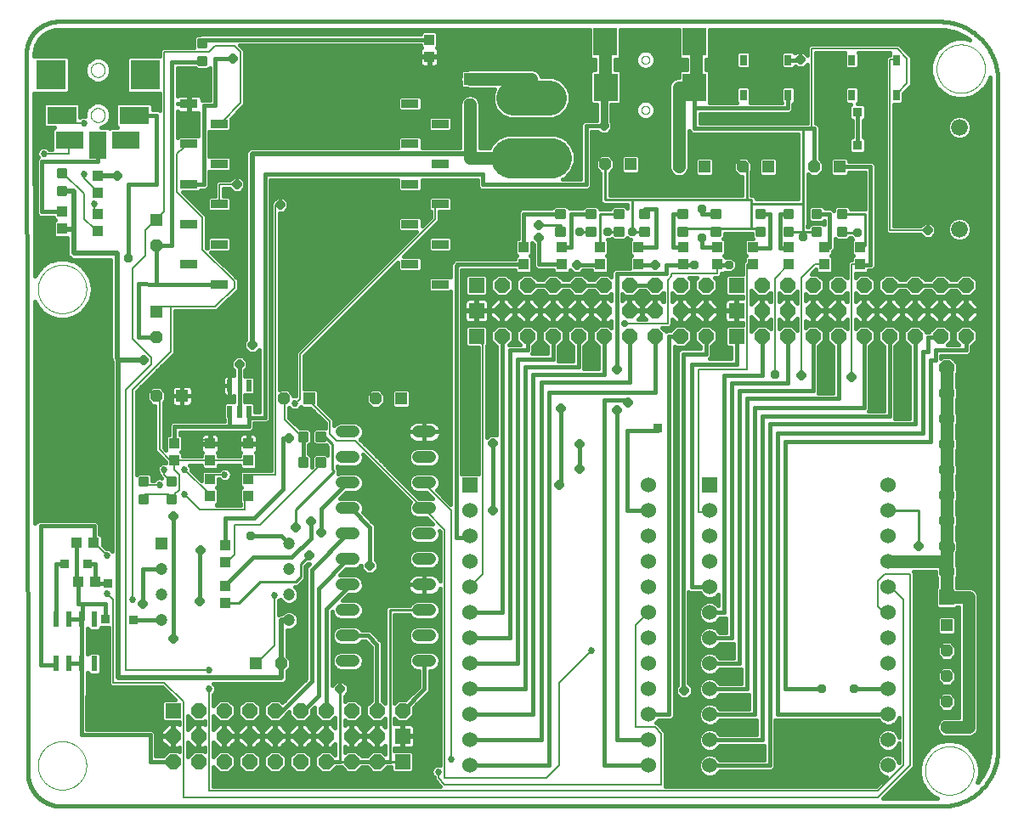
<source format=gtl>
G75*
%MOIN*%
%OFA0B0*%
%FSLAX25Y25*%
%IPPOS*%
%LPD*%
%AMOC8*
5,1,8,0,0,1.08239X$1,22.5*
%
%ADD10C,0.00000*%
%ADD11C,0.01600*%
%ADD12R,0.03937X0.04331*%
%ADD13R,0.06000X0.06000*%
%ADD14C,0.06000*%
%ADD15R,0.02756X0.04331*%
%ADD16C,0.01181*%
%ADD17R,0.06693X0.03346*%
%ADD18C,0.04800*%
%ADD19R,0.04724X0.04724*%
%ADD20C,0.04724*%
%ADD21R,0.02165X0.04724*%
%ADD22R,0.11811X0.11811*%
%ADD23R,0.11811X0.07087*%
%ADD24R,0.11024X0.07087*%
%ADD25R,0.07087X0.11024*%
%ADD26OC8,0.06000*%
%ADD27OC8,0.04724*%
%ADD28R,0.09449X0.11024*%
%ADD29C,0.15800*%
%ADD30C,0.13800*%
%ADD31R,0.02362X0.06102*%
%ADD32C,0.06600*%
%ADD33R,0.04331X0.03937*%
%ADD34OC8,0.03369*%
%ADD35OC8,0.03762*%
%ADD36C,0.01000*%
%ADD37C,0.00600*%
%ADD38C,0.05000*%
%ADD39R,0.03762X0.03762*%
%ADD40C,0.02900*%
%ADD41C,0.03000*%
%ADD42C,0.02700*%
%ADD43C,0.02000*%
%ADD44C,0.03762*%
D10*
X0016678Y0023300D02*
X0016681Y0023533D01*
X0016689Y0023766D01*
X0016704Y0023999D01*
X0016724Y0024231D01*
X0016749Y0024463D01*
X0016781Y0024694D01*
X0016818Y0024924D01*
X0016861Y0025153D01*
X0016909Y0025381D01*
X0016963Y0025608D01*
X0017022Y0025834D01*
X0017087Y0026058D01*
X0017157Y0026280D01*
X0017233Y0026500D01*
X0017315Y0026719D01*
X0017401Y0026935D01*
X0017493Y0027150D01*
X0017590Y0027362D01*
X0017692Y0027571D01*
X0017800Y0027778D01*
X0017912Y0027983D01*
X0018030Y0028184D01*
X0018152Y0028382D01*
X0018279Y0028578D01*
X0018411Y0028770D01*
X0018548Y0028959D01*
X0018689Y0029145D01*
X0018834Y0029327D01*
X0018985Y0029505D01*
X0019139Y0029680D01*
X0019298Y0029851D01*
X0019460Y0030018D01*
X0019627Y0030180D01*
X0019798Y0030339D01*
X0019973Y0030493D01*
X0020151Y0030644D01*
X0020333Y0030789D01*
X0020519Y0030930D01*
X0020708Y0031067D01*
X0020900Y0031199D01*
X0021096Y0031326D01*
X0021294Y0031448D01*
X0021495Y0031566D01*
X0021700Y0031678D01*
X0021907Y0031786D01*
X0022116Y0031888D01*
X0022328Y0031985D01*
X0022543Y0032077D01*
X0022759Y0032163D01*
X0022978Y0032245D01*
X0023198Y0032321D01*
X0023420Y0032391D01*
X0023644Y0032456D01*
X0023870Y0032515D01*
X0024097Y0032569D01*
X0024325Y0032617D01*
X0024554Y0032660D01*
X0024784Y0032697D01*
X0025015Y0032729D01*
X0025247Y0032754D01*
X0025479Y0032774D01*
X0025712Y0032789D01*
X0025945Y0032797D01*
X0026178Y0032800D01*
X0026411Y0032797D01*
X0026644Y0032789D01*
X0026877Y0032774D01*
X0027109Y0032754D01*
X0027341Y0032729D01*
X0027572Y0032697D01*
X0027802Y0032660D01*
X0028031Y0032617D01*
X0028259Y0032569D01*
X0028486Y0032515D01*
X0028712Y0032456D01*
X0028936Y0032391D01*
X0029158Y0032321D01*
X0029378Y0032245D01*
X0029597Y0032163D01*
X0029813Y0032077D01*
X0030028Y0031985D01*
X0030240Y0031888D01*
X0030449Y0031786D01*
X0030656Y0031678D01*
X0030861Y0031566D01*
X0031062Y0031448D01*
X0031260Y0031326D01*
X0031456Y0031199D01*
X0031648Y0031067D01*
X0031837Y0030930D01*
X0032023Y0030789D01*
X0032205Y0030644D01*
X0032383Y0030493D01*
X0032558Y0030339D01*
X0032729Y0030180D01*
X0032896Y0030018D01*
X0033058Y0029851D01*
X0033217Y0029680D01*
X0033371Y0029505D01*
X0033522Y0029327D01*
X0033667Y0029145D01*
X0033808Y0028959D01*
X0033945Y0028770D01*
X0034077Y0028578D01*
X0034204Y0028382D01*
X0034326Y0028184D01*
X0034444Y0027983D01*
X0034556Y0027778D01*
X0034664Y0027571D01*
X0034766Y0027362D01*
X0034863Y0027150D01*
X0034955Y0026935D01*
X0035041Y0026719D01*
X0035123Y0026500D01*
X0035199Y0026280D01*
X0035269Y0026058D01*
X0035334Y0025834D01*
X0035393Y0025608D01*
X0035447Y0025381D01*
X0035495Y0025153D01*
X0035538Y0024924D01*
X0035575Y0024694D01*
X0035607Y0024463D01*
X0035632Y0024231D01*
X0035652Y0023999D01*
X0035667Y0023766D01*
X0035675Y0023533D01*
X0035678Y0023300D01*
X0035675Y0023067D01*
X0035667Y0022834D01*
X0035652Y0022601D01*
X0035632Y0022369D01*
X0035607Y0022137D01*
X0035575Y0021906D01*
X0035538Y0021676D01*
X0035495Y0021447D01*
X0035447Y0021219D01*
X0035393Y0020992D01*
X0035334Y0020766D01*
X0035269Y0020542D01*
X0035199Y0020320D01*
X0035123Y0020100D01*
X0035041Y0019881D01*
X0034955Y0019665D01*
X0034863Y0019450D01*
X0034766Y0019238D01*
X0034664Y0019029D01*
X0034556Y0018822D01*
X0034444Y0018617D01*
X0034326Y0018416D01*
X0034204Y0018218D01*
X0034077Y0018022D01*
X0033945Y0017830D01*
X0033808Y0017641D01*
X0033667Y0017455D01*
X0033522Y0017273D01*
X0033371Y0017095D01*
X0033217Y0016920D01*
X0033058Y0016749D01*
X0032896Y0016582D01*
X0032729Y0016420D01*
X0032558Y0016261D01*
X0032383Y0016107D01*
X0032205Y0015956D01*
X0032023Y0015811D01*
X0031837Y0015670D01*
X0031648Y0015533D01*
X0031456Y0015401D01*
X0031260Y0015274D01*
X0031062Y0015152D01*
X0030861Y0015034D01*
X0030656Y0014922D01*
X0030449Y0014814D01*
X0030240Y0014712D01*
X0030028Y0014615D01*
X0029813Y0014523D01*
X0029597Y0014437D01*
X0029378Y0014355D01*
X0029158Y0014279D01*
X0028936Y0014209D01*
X0028712Y0014144D01*
X0028486Y0014085D01*
X0028259Y0014031D01*
X0028031Y0013983D01*
X0027802Y0013940D01*
X0027572Y0013903D01*
X0027341Y0013871D01*
X0027109Y0013846D01*
X0026877Y0013826D01*
X0026644Y0013811D01*
X0026411Y0013803D01*
X0026178Y0013800D01*
X0025945Y0013803D01*
X0025712Y0013811D01*
X0025479Y0013826D01*
X0025247Y0013846D01*
X0025015Y0013871D01*
X0024784Y0013903D01*
X0024554Y0013940D01*
X0024325Y0013983D01*
X0024097Y0014031D01*
X0023870Y0014085D01*
X0023644Y0014144D01*
X0023420Y0014209D01*
X0023198Y0014279D01*
X0022978Y0014355D01*
X0022759Y0014437D01*
X0022543Y0014523D01*
X0022328Y0014615D01*
X0022116Y0014712D01*
X0021907Y0014814D01*
X0021700Y0014922D01*
X0021495Y0015034D01*
X0021294Y0015152D01*
X0021096Y0015274D01*
X0020900Y0015401D01*
X0020708Y0015533D01*
X0020519Y0015670D01*
X0020333Y0015811D01*
X0020151Y0015956D01*
X0019973Y0016107D01*
X0019798Y0016261D01*
X0019627Y0016420D01*
X0019460Y0016582D01*
X0019298Y0016749D01*
X0019139Y0016920D01*
X0018985Y0017095D01*
X0018834Y0017273D01*
X0018689Y0017455D01*
X0018548Y0017641D01*
X0018411Y0017830D01*
X0018279Y0018022D01*
X0018152Y0018218D01*
X0018030Y0018416D01*
X0017912Y0018617D01*
X0017800Y0018822D01*
X0017692Y0019029D01*
X0017590Y0019238D01*
X0017493Y0019450D01*
X0017401Y0019665D01*
X0017315Y0019881D01*
X0017233Y0020100D01*
X0017157Y0020320D01*
X0017087Y0020542D01*
X0017022Y0020766D01*
X0016963Y0020992D01*
X0016909Y0021219D01*
X0016861Y0021447D01*
X0016818Y0021676D01*
X0016781Y0021906D01*
X0016749Y0022137D01*
X0016724Y0022369D01*
X0016704Y0022601D01*
X0016689Y0022834D01*
X0016681Y0023067D01*
X0016678Y0023300D01*
X0016678Y0210300D02*
X0016681Y0210533D01*
X0016689Y0210766D01*
X0016704Y0210999D01*
X0016724Y0211231D01*
X0016749Y0211463D01*
X0016781Y0211694D01*
X0016818Y0211924D01*
X0016861Y0212153D01*
X0016909Y0212381D01*
X0016963Y0212608D01*
X0017022Y0212834D01*
X0017087Y0213058D01*
X0017157Y0213280D01*
X0017233Y0213500D01*
X0017315Y0213719D01*
X0017401Y0213935D01*
X0017493Y0214150D01*
X0017590Y0214362D01*
X0017692Y0214571D01*
X0017800Y0214778D01*
X0017912Y0214983D01*
X0018030Y0215184D01*
X0018152Y0215382D01*
X0018279Y0215578D01*
X0018411Y0215770D01*
X0018548Y0215959D01*
X0018689Y0216145D01*
X0018834Y0216327D01*
X0018985Y0216505D01*
X0019139Y0216680D01*
X0019298Y0216851D01*
X0019460Y0217018D01*
X0019627Y0217180D01*
X0019798Y0217339D01*
X0019973Y0217493D01*
X0020151Y0217644D01*
X0020333Y0217789D01*
X0020519Y0217930D01*
X0020708Y0218067D01*
X0020900Y0218199D01*
X0021096Y0218326D01*
X0021294Y0218448D01*
X0021495Y0218566D01*
X0021700Y0218678D01*
X0021907Y0218786D01*
X0022116Y0218888D01*
X0022328Y0218985D01*
X0022543Y0219077D01*
X0022759Y0219163D01*
X0022978Y0219245D01*
X0023198Y0219321D01*
X0023420Y0219391D01*
X0023644Y0219456D01*
X0023870Y0219515D01*
X0024097Y0219569D01*
X0024325Y0219617D01*
X0024554Y0219660D01*
X0024784Y0219697D01*
X0025015Y0219729D01*
X0025247Y0219754D01*
X0025479Y0219774D01*
X0025712Y0219789D01*
X0025945Y0219797D01*
X0026178Y0219800D01*
X0026411Y0219797D01*
X0026644Y0219789D01*
X0026877Y0219774D01*
X0027109Y0219754D01*
X0027341Y0219729D01*
X0027572Y0219697D01*
X0027802Y0219660D01*
X0028031Y0219617D01*
X0028259Y0219569D01*
X0028486Y0219515D01*
X0028712Y0219456D01*
X0028936Y0219391D01*
X0029158Y0219321D01*
X0029378Y0219245D01*
X0029597Y0219163D01*
X0029813Y0219077D01*
X0030028Y0218985D01*
X0030240Y0218888D01*
X0030449Y0218786D01*
X0030656Y0218678D01*
X0030861Y0218566D01*
X0031062Y0218448D01*
X0031260Y0218326D01*
X0031456Y0218199D01*
X0031648Y0218067D01*
X0031837Y0217930D01*
X0032023Y0217789D01*
X0032205Y0217644D01*
X0032383Y0217493D01*
X0032558Y0217339D01*
X0032729Y0217180D01*
X0032896Y0217018D01*
X0033058Y0216851D01*
X0033217Y0216680D01*
X0033371Y0216505D01*
X0033522Y0216327D01*
X0033667Y0216145D01*
X0033808Y0215959D01*
X0033945Y0215770D01*
X0034077Y0215578D01*
X0034204Y0215382D01*
X0034326Y0215184D01*
X0034444Y0214983D01*
X0034556Y0214778D01*
X0034664Y0214571D01*
X0034766Y0214362D01*
X0034863Y0214150D01*
X0034955Y0213935D01*
X0035041Y0213719D01*
X0035123Y0213500D01*
X0035199Y0213280D01*
X0035269Y0213058D01*
X0035334Y0212834D01*
X0035393Y0212608D01*
X0035447Y0212381D01*
X0035495Y0212153D01*
X0035538Y0211924D01*
X0035575Y0211694D01*
X0035607Y0211463D01*
X0035632Y0211231D01*
X0035652Y0210999D01*
X0035667Y0210766D01*
X0035675Y0210533D01*
X0035678Y0210300D01*
X0035675Y0210067D01*
X0035667Y0209834D01*
X0035652Y0209601D01*
X0035632Y0209369D01*
X0035607Y0209137D01*
X0035575Y0208906D01*
X0035538Y0208676D01*
X0035495Y0208447D01*
X0035447Y0208219D01*
X0035393Y0207992D01*
X0035334Y0207766D01*
X0035269Y0207542D01*
X0035199Y0207320D01*
X0035123Y0207100D01*
X0035041Y0206881D01*
X0034955Y0206665D01*
X0034863Y0206450D01*
X0034766Y0206238D01*
X0034664Y0206029D01*
X0034556Y0205822D01*
X0034444Y0205617D01*
X0034326Y0205416D01*
X0034204Y0205218D01*
X0034077Y0205022D01*
X0033945Y0204830D01*
X0033808Y0204641D01*
X0033667Y0204455D01*
X0033522Y0204273D01*
X0033371Y0204095D01*
X0033217Y0203920D01*
X0033058Y0203749D01*
X0032896Y0203582D01*
X0032729Y0203420D01*
X0032558Y0203261D01*
X0032383Y0203107D01*
X0032205Y0202956D01*
X0032023Y0202811D01*
X0031837Y0202670D01*
X0031648Y0202533D01*
X0031456Y0202401D01*
X0031260Y0202274D01*
X0031062Y0202152D01*
X0030861Y0202034D01*
X0030656Y0201922D01*
X0030449Y0201814D01*
X0030240Y0201712D01*
X0030028Y0201615D01*
X0029813Y0201523D01*
X0029597Y0201437D01*
X0029378Y0201355D01*
X0029158Y0201279D01*
X0028936Y0201209D01*
X0028712Y0201144D01*
X0028486Y0201085D01*
X0028259Y0201031D01*
X0028031Y0200983D01*
X0027802Y0200940D01*
X0027572Y0200903D01*
X0027341Y0200871D01*
X0027109Y0200846D01*
X0026877Y0200826D01*
X0026644Y0200811D01*
X0026411Y0200803D01*
X0026178Y0200800D01*
X0025945Y0200803D01*
X0025712Y0200811D01*
X0025479Y0200826D01*
X0025247Y0200846D01*
X0025015Y0200871D01*
X0024784Y0200903D01*
X0024554Y0200940D01*
X0024325Y0200983D01*
X0024097Y0201031D01*
X0023870Y0201085D01*
X0023644Y0201144D01*
X0023420Y0201209D01*
X0023198Y0201279D01*
X0022978Y0201355D01*
X0022759Y0201437D01*
X0022543Y0201523D01*
X0022328Y0201615D01*
X0022116Y0201712D01*
X0021907Y0201814D01*
X0021700Y0201922D01*
X0021495Y0202034D01*
X0021294Y0202152D01*
X0021096Y0202274D01*
X0020900Y0202401D01*
X0020708Y0202533D01*
X0020519Y0202670D01*
X0020333Y0202811D01*
X0020151Y0202956D01*
X0019973Y0203107D01*
X0019798Y0203261D01*
X0019627Y0203420D01*
X0019460Y0203582D01*
X0019298Y0203749D01*
X0019139Y0203920D01*
X0018985Y0204095D01*
X0018834Y0204273D01*
X0018689Y0204455D01*
X0018548Y0204641D01*
X0018411Y0204830D01*
X0018279Y0205022D01*
X0018152Y0205218D01*
X0018030Y0205416D01*
X0017912Y0205617D01*
X0017800Y0205822D01*
X0017692Y0206029D01*
X0017590Y0206238D01*
X0017493Y0206450D01*
X0017401Y0206665D01*
X0017315Y0206881D01*
X0017233Y0207100D01*
X0017157Y0207320D01*
X0017087Y0207542D01*
X0017022Y0207766D01*
X0016963Y0207992D01*
X0016909Y0208219D01*
X0016861Y0208447D01*
X0016818Y0208676D01*
X0016781Y0208906D01*
X0016749Y0209137D01*
X0016724Y0209369D01*
X0016704Y0209601D01*
X0016689Y0209834D01*
X0016681Y0210067D01*
X0016678Y0210300D01*
X0037422Y0278583D02*
X0037424Y0278688D01*
X0037430Y0278793D01*
X0037440Y0278897D01*
X0037454Y0279001D01*
X0037472Y0279105D01*
X0037494Y0279207D01*
X0037519Y0279309D01*
X0037549Y0279410D01*
X0037582Y0279509D01*
X0037619Y0279607D01*
X0037660Y0279704D01*
X0037705Y0279799D01*
X0037753Y0279892D01*
X0037804Y0279984D01*
X0037860Y0280073D01*
X0037918Y0280160D01*
X0037980Y0280245D01*
X0038044Y0280328D01*
X0038112Y0280408D01*
X0038183Y0280485D01*
X0038257Y0280559D01*
X0038334Y0280631D01*
X0038413Y0280700D01*
X0038495Y0280765D01*
X0038579Y0280828D01*
X0038666Y0280887D01*
X0038755Y0280943D01*
X0038846Y0280996D01*
X0038939Y0281045D01*
X0039033Y0281090D01*
X0039129Y0281132D01*
X0039227Y0281170D01*
X0039326Y0281204D01*
X0039427Y0281235D01*
X0039528Y0281261D01*
X0039631Y0281284D01*
X0039734Y0281303D01*
X0039838Y0281318D01*
X0039942Y0281329D01*
X0040047Y0281336D01*
X0040152Y0281339D01*
X0040257Y0281338D01*
X0040362Y0281333D01*
X0040466Y0281324D01*
X0040570Y0281311D01*
X0040674Y0281294D01*
X0040777Y0281273D01*
X0040879Y0281248D01*
X0040980Y0281220D01*
X0041079Y0281187D01*
X0041178Y0281151D01*
X0041275Y0281111D01*
X0041370Y0281068D01*
X0041464Y0281020D01*
X0041556Y0280970D01*
X0041646Y0280916D01*
X0041734Y0280858D01*
X0041819Y0280797D01*
X0041902Y0280733D01*
X0041983Y0280666D01*
X0042061Y0280596D01*
X0042136Y0280522D01*
X0042208Y0280447D01*
X0042278Y0280368D01*
X0042344Y0280287D01*
X0042408Y0280203D01*
X0042468Y0280117D01*
X0042524Y0280029D01*
X0042578Y0279938D01*
X0042628Y0279846D01*
X0042674Y0279752D01*
X0042717Y0279656D01*
X0042756Y0279558D01*
X0042791Y0279460D01*
X0042822Y0279359D01*
X0042850Y0279258D01*
X0042874Y0279156D01*
X0042894Y0279053D01*
X0042910Y0278949D01*
X0042922Y0278845D01*
X0042930Y0278740D01*
X0042934Y0278635D01*
X0042934Y0278531D01*
X0042930Y0278426D01*
X0042922Y0278321D01*
X0042910Y0278217D01*
X0042894Y0278113D01*
X0042874Y0278010D01*
X0042850Y0277908D01*
X0042822Y0277807D01*
X0042791Y0277706D01*
X0042756Y0277608D01*
X0042717Y0277510D01*
X0042674Y0277414D01*
X0042628Y0277320D01*
X0042578Y0277228D01*
X0042524Y0277137D01*
X0042468Y0277049D01*
X0042408Y0276963D01*
X0042344Y0276879D01*
X0042278Y0276798D01*
X0042208Y0276719D01*
X0042136Y0276644D01*
X0042061Y0276570D01*
X0041983Y0276500D01*
X0041902Y0276433D01*
X0041819Y0276369D01*
X0041734Y0276308D01*
X0041646Y0276250D01*
X0041556Y0276196D01*
X0041464Y0276146D01*
X0041370Y0276098D01*
X0041275Y0276055D01*
X0041178Y0276015D01*
X0041079Y0275979D01*
X0040980Y0275946D01*
X0040879Y0275918D01*
X0040777Y0275893D01*
X0040674Y0275872D01*
X0040570Y0275855D01*
X0040466Y0275842D01*
X0040362Y0275833D01*
X0040257Y0275828D01*
X0040152Y0275827D01*
X0040047Y0275830D01*
X0039942Y0275837D01*
X0039838Y0275848D01*
X0039734Y0275863D01*
X0039631Y0275882D01*
X0039528Y0275905D01*
X0039427Y0275931D01*
X0039326Y0275962D01*
X0039227Y0275996D01*
X0039129Y0276034D01*
X0039033Y0276076D01*
X0038939Y0276121D01*
X0038846Y0276170D01*
X0038755Y0276223D01*
X0038666Y0276279D01*
X0038579Y0276338D01*
X0038495Y0276401D01*
X0038413Y0276466D01*
X0038334Y0276535D01*
X0038257Y0276607D01*
X0038183Y0276681D01*
X0038112Y0276758D01*
X0038044Y0276838D01*
X0037980Y0276921D01*
X0037918Y0277006D01*
X0037860Y0277093D01*
X0037804Y0277182D01*
X0037753Y0277274D01*
X0037705Y0277367D01*
X0037660Y0277462D01*
X0037619Y0277559D01*
X0037582Y0277657D01*
X0037549Y0277756D01*
X0037519Y0277857D01*
X0037494Y0277959D01*
X0037472Y0278061D01*
X0037454Y0278165D01*
X0037440Y0278269D01*
X0037430Y0278373D01*
X0037424Y0278478D01*
X0037422Y0278583D01*
X0037422Y0296300D02*
X0037424Y0296405D01*
X0037430Y0296510D01*
X0037440Y0296614D01*
X0037454Y0296718D01*
X0037472Y0296822D01*
X0037494Y0296924D01*
X0037519Y0297026D01*
X0037549Y0297127D01*
X0037582Y0297226D01*
X0037619Y0297324D01*
X0037660Y0297421D01*
X0037705Y0297516D01*
X0037753Y0297609D01*
X0037804Y0297701D01*
X0037860Y0297790D01*
X0037918Y0297877D01*
X0037980Y0297962D01*
X0038044Y0298045D01*
X0038112Y0298125D01*
X0038183Y0298202D01*
X0038257Y0298276D01*
X0038334Y0298348D01*
X0038413Y0298417D01*
X0038495Y0298482D01*
X0038579Y0298545D01*
X0038666Y0298604D01*
X0038755Y0298660D01*
X0038846Y0298713D01*
X0038939Y0298762D01*
X0039033Y0298807D01*
X0039129Y0298849D01*
X0039227Y0298887D01*
X0039326Y0298921D01*
X0039427Y0298952D01*
X0039528Y0298978D01*
X0039631Y0299001D01*
X0039734Y0299020D01*
X0039838Y0299035D01*
X0039942Y0299046D01*
X0040047Y0299053D01*
X0040152Y0299056D01*
X0040257Y0299055D01*
X0040362Y0299050D01*
X0040466Y0299041D01*
X0040570Y0299028D01*
X0040674Y0299011D01*
X0040777Y0298990D01*
X0040879Y0298965D01*
X0040980Y0298937D01*
X0041079Y0298904D01*
X0041178Y0298868D01*
X0041275Y0298828D01*
X0041370Y0298785D01*
X0041464Y0298737D01*
X0041556Y0298687D01*
X0041646Y0298633D01*
X0041734Y0298575D01*
X0041819Y0298514D01*
X0041902Y0298450D01*
X0041983Y0298383D01*
X0042061Y0298313D01*
X0042136Y0298239D01*
X0042208Y0298164D01*
X0042278Y0298085D01*
X0042344Y0298004D01*
X0042408Y0297920D01*
X0042468Y0297834D01*
X0042524Y0297746D01*
X0042578Y0297655D01*
X0042628Y0297563D01*
X0042674Y0297469D01*
X0042717Y0297373D01*
X0042756Y0297275D01*
X0042791Y0297177D01*
X0042822Y0297076D01*
X0042850Y0296975D01*
X0042874Y0296873D01*
X0042894Y0296770D01*
X0042910Y0296666D01*
X0042922Y0296562D01*
X0042930Y0296457D01*
X0042934Y0296352D01*
X0042934Y0296248D01*
X0042930Y0296143D01*
X0042922Y0296038D01*
X0042910Y0295934D01*
X0042894Y0295830D01*
X0042874Y0295727D01*
X0042850Y0295625D01*
X0042822Y0295524D01*
X0042791Y0295423D01*
X0042756Y0295325D01*
X0042717Y0295227D01*
X0042674Y0295131D01*
X0042628Y0295037D01*
X0042578Y0294945D01*
X0042524Y0294854D01*
X0042468Y0294766D01*
X0042408Y0294680D01*
X0042344Y0294596D01*
X0042278Y0294515D01*
X0042208Y0294436D01*
X0042136Y0294361D01*
X0042061Y0294287D01*
X0041983Y0294217D01*
X0041902Y0294150D01*
X0041819Y0294086D01*
X0041734Y0294025D01*
X0041646Y0293967D01*
X0041556Y0293913D01*
X0041464Y0293863D01*
X0041370Y0293815D01*
X0041275Y0293772D01*
X0041178Y0293732D01*
X0041079Y0293696D01*
X0040980Y0293663D01*
X0040879Y0293635D01*
X0040777Y0293610D01*
X0040674Y0293589D01*
X0040570Y0293572D01*
X0040466Y0293559D01*
X0040362Y0293550D01*
X0040257Y0293545D01*
X0040152Y0293544D01*
X0040047Y0293547D01*
X0039942Y0293554D01*
X0039838Y0293565D01*
X0039734Y0293580D01*
X0039631Y0293599D01*
X0039528Y0293622D01*
X0039427Y0293648D01*
X0039326Y0293679D01*
X0039227Y0293713D01*
X0039129Y0293751D01*
X0039033Y0293793D01*
X0038939Y0293838D01*
X0038846Y0293887D01*
X0038755Y0293940D01*
X0038666Y0293996D01*
X0038579Y0294055D01*
X0038495Y0294118D01*
X0038413Y0294183D01*
X0038334Y0294252D01*
X0038257Y0294324D01*
X0038183Y0294398D01*
X0038112Y0294475D01*
X0038044Y0294555D01*
X0037980Y0294638D01*
X0037918Y0294723D01*
X0037860Y0294810D01*
X0037804Y0294899D01*
X0037753Y0294991D01*
X0037705Y0295084D01*
X0037660Y0295179D01*
X0037619Y0295276D01*
X0037582Y0295374D01*
X0037549Y0295473D01*
X0037519Y0295574D01*
X0037494Y0295676D01*
X0037472Y0295778D01*
X0037454Y0295882D01*
X0037440Y0295986D01*
X0037430Y0296090D01*
X0037424Y0296195D01*
X0037422Y0296300D01*
X0253390Y0300331D02*
X0253392Y0300410D01*
X0253398Y0300489D01*
X0253408Y0300568D01*
X0253422Y0300646D01*
X0253439Y0300723D01*
X0253461Y0300799D01*
X0253486Y0300874D01*
X0253516Y0300947D01*
X0253548Y0301019D01*
X0253585Y0301090D01*
X0253625Y0301158D01*
X0253668Y0301224D01*
X0253714Y0301288D01*
X0253764Y0301350D01*
X0253817Y0301409D01*
X0253872Y0301465D01*
X0253931Y0301519D01*
X0253992Y0301569D01*
X0254055Y0301617D01*
X0254121Y0301661D01*
X0254189Y0301702D01*
X0254259Y0301739D01*
X0254330Y0301773D01*
X0254404Y0301803D01*
X0254478Y0301829D01*
X0254554Y0301851D01*
X0254631Y0301870D01*
X0254709Y0301885D01*
X0254787Y0301896D01*
X0254866Y0301903D01*
X0254945Y0301906D01*
X0255024Y0301905D01*
X0255103Y0301900D01*
X0255182Y0301891D01*
X0255260Y0301878D01*
X0255337Y0301861D01*
X0255414Y0301841D01*
X0255489Y0301816D01*
X0255563Y0301788D01*
X0255636Y0301756D01*
X0255706Y0301721D01*
X0255775Y0301682D01*
X0255842Y0301639D01*
X0255907Y0301593D01*
X0255969Y0301545D01*
X0256029Y0301493D01*
X0256086Y0301438D01*
X0256140Y0301380D01*
X0256191Y0301320D01*
X0256239Y0301257D01*
X0256284Y0301192D01*
X0256326Y0301124D01*
X0256364Y0301055D01*
X0256398Y0300984D01*
X0256429Y0300911D01*
X0256457Y0300836D01*
X0256480Y0300761D01*
X0256500Y0300684D01*
X0256516Y0300607D01*
X0256528Y0300528D01*
X0256536Y0300450D01*
X0256540Y0300371D01*
X0256540Y0300291D01*
X0256536Y0300212D01*
X0256528Y0300134D01*
X0256516Y0300055D01*
X0256500Y0299978D01*
X0256480Y0299901D01*
X0256457Y0299826D01*
X0256429Y0299751D01*
X0256398Y0299678D01*
X0256364Y0299607D01*
X0256326Y0299538D01*
X0256284Y0299470D01*
X0256239Y0299405D01*
X0256191Y0299342D01*
X0256140Y0299282D01*
X0256086Y0299224D01*
X0256029Y0299169D01*
X0255969Y0299117D01*
X0255907Y0299069D01*
X0255842Y0299023D01*
X0255775Y0298980D01*
X0255706Y0298941D01*
X0255636Y0298906D01*
X0255563Y0298874D01*
X0255489Y0298846D01*
X0255414Y0298821D01*
X0255337Y0298801D01*
X0255260Y0298784D01*
X0255182Y0298771D01*
X0255103Y0298762D01*
X0255024Y0298757D01*
X0254945Y0298756D01*
X0254866Y0298759D01*
X0254787Y0298766D01*
X0254709Y0298777D01*
X0254631Y0298792D01*
X0254554Y0298811D01*
X0254478Y0298833D01*
X0254404Y0298859D01*
X0254330Y0298889D01*
X0254259Y0298923D01*
X0254189Y0298960D01*
X0254121Y0299001D01*
X0254055Y0299045D01*
X0253992Y0299093D01*
X0253931Y0299143D01*
X0253872Y0299197D01*
X0253817Y0299253D01*
X0253764Y0299312D01*
X0253714Y0299374D01*
X0253668Y0299438D01*
X0253625Y0299504D01*
X0253585Y0299572D01*
X0253548Y0299643D01*
X0253516Y0299715D01*
X0253486Y0299788D01*
X0253461Y0299863D01*
X0253439Y0299939D01*
X0253422Y0300016D01*
X0253408Y0300094D01*
X0253398Y0300173D01*
X0253392Y0300252D01*
X0253390Y0300331D01*
X0253390Y0280646D02*
X0253392Y0280725D01*
X0253398Y0280804D01*
X0253408Y0280883D01*
X0253422Y0280961D01*
X0253439Y0281038D01*
X0253461Y0281114D01*
X0253486Y0281189D01*
X0253516Y0281262D01*
X0253548Y0281334D01*
X0253585Y0281405D01*
X0253625Y0281473D01*
X0253668Y0281539D01*
X0253714Y0281603D01*
X0253764Y0281665D01*
X0253817Y0281724D01*
X0253872Y0281780D01*
X0253931Y0281834D01*
X0253992Y0281884D01*
X0254055Y0281932D01*
X0254121Y0281976D01*
X0254189Y0282017D01*
X0254259Y0282054D01*
X0254330Y0282088D01*
X0254404Y0282118D01*
X0254478Y0282144D01*
X0254554Y0282166D01*
X0254631Y0282185D01*
X0254709Y0282200D01*
X0254787Y0282211D01*
X0254866Y0282218D01*
X0254945Y0282221D01*
X0255024Y0282220D01*
X0255103Y0282215D01*
X0255182Y0282206D01*
X0255260Y0282193D01*
X0255337Y0282176D01*
X0255414Y0282156D01*
X0255489Y0282131D01*
X0255563Y0282103D01*
X0255636Y0282071D01*
X0255706Y0282036D01*
X0255775Y0281997D01*
X0255842Y0281954D01*
X0255907Y0281908D01*
X0255969Y0281860D01*
X0256029Y0281808D01*
X0256086Y0281753D01*
X0256140Y0281695D01*
X0256191Y0281635D01*
X0256239Y0281572D01*
X0256284Y0281507D01*
X0256326Y0281439D01*
X0256364Y0281370D01*
X0256398Y0281299D01*
X0256429Y0281226D01*
X0256457Y0281151D01*
X0256480Y0281076D01*
X0256500Y0280999D01*
X0256516Y0280922D01*
X0256528Y0280843D01*
X0256536Y0280765D01*
X0256540Y0280686D01*
X0256540Y0280606D01*
X0256536Y0280527D01*
X0256528Y0280449D01*
X0256516Y0280370D01*
X0256500Y0280293D01*
X0256480Y0280216D01*
X0256457Y0280141D01*
X0256429Y0280066D01*
X0256398Y0279993D01*
X0256364Y0279922D01*
X0256326Y0279853D01*
X0256284Y0279785D01*
X0256239Y0279720D01*
X0256191Y0279657D01*
X0256140Y0279597D01*
X0256086Y0279539D01*
X0256029Y0279484D01*
X0255969Y0279432D01*
X0255907Y0279384D01*
X0255842Y0279338D01*
X0255775Y0279295D01*
X0255706Y0279256D01*
X0255636Y0279221D01*
X0255563Y0279189D01*
X0255489Y0279161D01*
X0255414Y0279136D01*
X0255337Y0279116D01*
X0255260Y0279099D01*
X0255182Y0279086D01*
X0255103Y0279077D01*
X0255024Y0279072D01*
X0254945Y0279071D01*
X0254866Y0279074D01*
X0254787Y0279081D01*
X0254709Y0279092D01*
X0254631Y0279107D01*
X0254554Y0279126D01*
X0254478Y0279148D01*
X0254404Y0279174D01*
X0254330Y0279204D01*
X0254259Y0279238D01*
X0254189Y0279275D01*
X0254121Y0279316D01*
X0254055Y0279360D01*
X0253992Y0279408D01*
X0253931Y0279458D01*
X0253872Y0279512D01*
X0253817Y0279568D01*
X0253764Y0279627D01*
X0253714Y0279689D01*
X0253668Y0279753D01*
X0253625Y0279819D01*
X0253585Y0279887D01*
X0253548Y0279958D01*
X0253516Y0280030D01*
X0253486Y0280103D01*
X0253461Y0280178D01*
X0253439Y0280254D01*
X0253422Y0280331D01*
X0253408Y0280409D01*
X0253398Y0280488D01*
X0253392Y0280567D01*
X0253390Y0280646D01*
X0369178Y0296800D02*
X0369181Y0297033D01*
X0369189Y0297266D01*
X0369204Y0297499D01*
X0369224Y0297731D01*
X0369249Y0297963D01*
X0369281Y0298194D01*
X0369318Y0298424D01*
X0369361Y0298653D01*
X0369409Y0298881D01*
X0369463Y0299108D01*
X0369522Y0299334D01*
X0369587Y0299558D01*
X0369657Y0299780D01*
X0369733Y0300000D01*
X0369815Y0300219D01*
X0369901Y0300435D01*
X0369993Y0300650D01*
X0370090Y0300862D01*
X0370192Y0301071D01*
X0370300Y0301278D01*
X0370412Y0301483D01*
X0370530Y0301684D01*
X0370652Y0301882D01*
X0370779Y0302078D01*
X0370911Y0302270D01*
X0371048Y0302459D01*
X0371189Y0302645D01*
X0371334Y0302827D01*
X0371485Y0303005D01*
X0371639Y0303180D01*
X0371798Y0303351D01*
X0371960Y0303518D01*
X0372127Y0303680D01*
X0372298Y0303839D01*
X0372473Y0303993D01*
X0372651Y0304144D01*
X0372833Y0304289D01*
X0373019Y0304430D01*
X0373208Y0304567D01*
X0373400Y0304699D01*
X0373596Y0304826D01*
X0373794Y0304948D01*
X0373995Y0305066D01*
X0374200Y0305178D01*
X0374407Y0305286D01*
X0374616Y0305388D01*
X0374828Y0305485D01*
X0375043Y0305577D01*
X0375259Y0305663D01*
X0375478Y0305745D01*
X0375698Y0305821D01*
X0375920Y0305891D01*
X0376144Y0305956D01*
X0376370Y0306015D01*
X0376597Y0306069D01*
X0376825Y0306117D01*
X0377054Y0306160D01*
X0377284Y0306197D01*
X0377515Y0306229D01*
X0377747Y0306254D01*
X0377979Y0306274D01*
X0378212Y0306289D01*
X0378445Y0306297D01*
X0378678Y0306300D01*
X0378911Y0306297D01*
X0379144Y0306289D01*
X0379377Y0306274D01*
X0379609Y0306254D01*
X0379841Y0306229D01*
X0380072Y0306197D01*
X0380302Y0306160D01*
X0380531Y0306117D01*
X0380759Y0306069D01*
X0380986Y0306015D01*
X0381212Y0305956D01*
X0381436Y0305891D01*
X0381658Y0305821D01*
X0381878Y0305745D01*
X0382097Y0305663D01*
X0382313Y0305577D01*
X0382528Y0305485D01*
X0382740Y0305388D01*
X0382949Y0305286D01*
X0383156Y0305178D01*
X0383361Y0305066D01*
X0383562Y0304948D01*
X0383760Y0304826D01*
X0383956Y0304699D01*
X0384148Y0304567D01*
X0384337Y0304430D01*
X0384523Y0304289D01*
X0384705Y0304144D01*
X0384883Y0303993D01*
X0385058Y0303839D01*
X0385229Y0303680D01*
X0385396Y0303518D01*
X0385558Y0303351D01*
X0385717Y0303180D01*
X0385871Y0303005D01*
X0386022Y0302827D01*
X0386167Y0302645D01*
X0386308Y0302459D01*
X0386445Y0302270D01*
X0386577Y0302078D01*
X0386704Y0301882D01*
X0386826Y0301684D01*
X0386944Y0301483D01*
X0387056Y0301278D01*
X0387164Y0301071D01*
X0387266Y0300862D01*
X0387363Y0300650D01*
X0387455Y0300435D01*
X0387541Y0300219D01*
X0387623Y0300000D01*
X0387699Y0299780D01*
X0387769Y0299558D01*
X0387834Y0299334D01*
X0387893Y0299108D01*
X0387947Y0298881D01*
X0387995Y0298653D01*
X0388038Y0298424D01*
X0388075Y0298194D01*
X0388107Y0297963D01*
X0388132Y0297731D01*
X0388152Y0297499D01*
X0388167Y0297266D01*
X0388175Y0297033D01*
X0388178Y0296800D01*
X0388175Y0296567D01*
X0388167Y0296334D01*
X0388152Y0296101D01*
X0388132Y0295869D01*
X0388107Y0295637D01*
X0388075Y0295406D01*
X0388038Y0295176D01*
X0387995Y0294947D01*
X0387947Y0294719D01*
X0387893Y0294492D01*
X0387834Y0294266D01*
X0387769Y0294042D01*
X0387699Y0293820D01*
X0387623Y0293600D01*
X0387541Y0293381D01*
X0387455Y0293165D01*
X0387363Y0292950D01*
X0387266Y0292738D01*
X0387164Y0292529D01*
X0387056Y0292322D01*
X0386944Y0292117D01*
X0386826Y0291916D01*
X0386704Y0291718D01*
X0386577Y0291522D01*
X0386445Y0291330D01*
X0386308Y0291141D01*
X0386167Y0290955D01*
X0386022Y0290773D01*
X0385871Y0290595D01*
X0385717Y0290420D01*
X0385558Y0290249D01*
X0385396Y0290082D01*
X0385229Y0289920D01*
X0385058Y0289761D01*
X0384883Y0289607D01*
X0384705Y0289456D01*
X0384523Y0289311D01*
X0384337Y0289170D01*
X0384148Y0289033D01*
X0383956Y0288901D01*
X0383760Y0288774D01*
X0383562Y0288652D01*
X0383361Y0288534D01*
X0383156Y0288422D01*
X0382949Y0288314D01*
X0382740Y0288212D01*
X0382528Y0288115D01*
X0382313Y0288023D01*
X0382097Y0287937D01*
X0381878Y0287855D01*
X0381658Y0287779D01*
X0381436Y0287709D01*
X0381212Y0287644D01*
X0380986Y0287585D01*
X0380759Y0287531D01*
X0380531Y0287483D01*
X0380302Y0287440D01*
X0380072Y0287403D01*
X0379841Y0287371D01*
X0379609Y0287346D01*
X0379377Y0287326D01*
X0379144Y0287311D01*
X0378911Y0287303D01*
X0378678Y0287300D01*
X0378445Y0287303D01*
X0378212Y0287311D01*
X0377979Y0287326D01*
X0377747Y0287346D01*
X0377515Y0287371D01*
X0377284Y0287403D01*
X0377054Y0287440D01*
X0376825Y0287483D01*
X0376597Y0287531D01*
X0376370Y0287585D01*
X0376144Y0287644D01*
X0375920Y0287709D01*
X0375698Y0287779D01*
X0375478Y0287855D01*
X0375259Y0287937D01*
X0375043Y0288023D01*
X0374828Y0288115D01*
X0374616Y0288212D01*
X0374407Y0288314D01*
X0374200Y0288422D01*
X0373995Y0288534D01*
X0373794Y0288652D01*
X0373596Y0288774D01*
X0373400Y0288901D01*
X0373208Y0289033D01*
X0373019Y0289170D01*
X0372833Y0289311D01*
X0372651Y0289456D01*
X0372473Y0289607D01*
X0372298Y0289761D01*
X0372127Y0289920D01*
X0371960Y0290082D01*
X0371798Y0290249D01*
X0371639Y0290420D01*
X0371485Y0290595D01*
X0371334Y0290773D01*
X0371189Y0290955D01*
X0371048Y0291141D01*
X0370911Y0291330D01*
X0370779Y0291522D01*
X0370652Y0291718D01*
X0370530Y0291916D01*
X0370412Y0292117D01*
X0370300Y0292322D01*
X0370192Y0292529D01*
X0370090Y0292738D01*
X0369993Y0292950D01*
X0369901Y0293165D01*
X0369815Y0293381D01*
X0369733Y0293600D01*
X0369657Y0293820D01*
X0369587Y0294042D01*
X0369522Y0294266D01*
X0369463Y0294492D01*
X0369409Y0294719D01*
X0369361Y0294947D01*
X0369318Y0295176D01*
X0369281Y0295406D01*
X0369249Y0295637D01*
X0369224Y0295869D01*
X0369204Y0296101D01*
X0369189Y0296334D01*
X0369181Y0296567D01*
X0369178Y0296800D01*
X0364678Y0021300D02*
X0364681Y0021533D01*
X0364689Y0021766D01*
X0364704Y0021999D01*
X0364724Y0022231D01*
X0364749Y0022463D01*
X0364781Y0022694D01*
X0364818Y0022924D01*
X0364861Y0023153D01*
X0364909Y0023381D01*
X0364963Y0023608D01*
X0365022Y0023834D01*
X0365087Y0024058D01*
X0365157Y0024280D01*
X0365233Y0024500D01*
X0365315Y0024719D01*
X0365401Y0024935D01*
X0365493Y0025150D01*
X0365590Y0025362D01*
X0365692Y0025571D01*
X0365800Y0025778D01*
X0365912Y0025983D01*
X0366030Y0026184D01*
X0366152Y0026382D01*
X0366279Y0026578D01*
X0366411Y0026770D01*
X0366548Y0026959D01*
X0366689Y0027145D01*
X0366834Y0027327D01*
X0366985Y0027505D01*
X0367139Y0027680D01*
X0367298Y0027851D01*
X0367460Y0028018D01*
X0367627Y0028180D01*
X0367798Y0028339D01*
X0367973Y0028493D01*
X0368151Y0028644D01*
X0368333Y0028789D01*
X0368519Y0028930D01*
X0368708Y0029067D01*
X0368900Y0029199D01*
X0369096Y0029326D01*
X0369294Y0029448D01*
X0369495Y0029566D01*
X0369700Y0029678D01*
X0369907Y0029786D01*
X0370116Y0029888D01*
X0370328Y0029985D01*
X0370543Y0030077D01*
X0370759Y0030163D01*
X0370978Y0030245D01*
X0371198Y0030321D01*
X0371420Y0030391D01*
X0371644Y0030456D01*
X0371870Y0030515D01*
X0372097Y0030569D01*
X0372325Y0030617D01*
X0372554Y0030660D01*
X0372784Y0030697D01*
X0373015Y0030729D01*
X0373247Y0030754D01*
X0373479Y0030774D01*
X0373712Y0030789D01*
X0373945Y0030797D01*
X0374178Y0030800D01*
X0374411Y0030797D01*
X0374644Y0030789D01*
X0374877Y0030774D01*
X0375109Y0030754D01*
X0375341Y0030729D01*
X0375572Y0030697D01*
X0375802Y0030660D01*
X0376031Y0030617D01*
X0376259Y0030569D01*
X0376486Y0030515D01*
X0376712Y0030456D01*
X0376936Y0030391D01*
X0377158Y0030321D01*
X0377378Y0030245D01*
X0377597Y0030163D01*
X0377813Y0030077D01*
X0378028Y0029985D01*
X0378240Y0029888D01*
X0378449Y0029786D01*
X0378656Y0029678D01*
X0378861Y0029566D01*
X0379062Y0029448D01*
X0379260Y0029326D01*
X0379456Y0029199D01*
X0379648Y0029067D01*
X0379837Y0028930D01*
X0380023Y0028789D01*
X0380205Y0028644D01*
X0380383Y0028493D01*
X0380558Y0028339D01*
X0380729Y0028180D01*
X0380896Y0028018D01*
X0381058Y0027851D01*
X0381217Y0027680D01*
X0381371Y0027505D01*
X0381522Y0027327D01*
X0381667Y0027145D01*
X0381808Y0026959D01*
X0381945Y0026770D01*
X0382077Y0026578D01*
X0382204Y0026382D01*
X0382326Y0026184D01*
X0382444Y0025983D01*
X0382556Y0025778D01*
X0382664Y0025571D01*
X0382766Y0025362D01*
X0382863Y0025150D01*
X0382955Y0024935D01*
X0383041Y0024719D01*
X0383123Y0024500D01*
X0383199Y0024280D01*
X0383269Y0024058D01*
X0383334Y0023834D01*
X0383393Y0023608D01*
X0383447Y0023381D01*
X0383495Y0023153D01*
X0383538Y0022924D01*
X0383575Y0022694D01*
X0383607Y0022463D01*
X0383632Y0022231D01*
X0383652Y0021999D01*
X0383667Y0021766D01*
X0383675Y0021533D01*
X0383678Y0021300D01*
X0383675Y0021067D01*
X0383667Y0020834D01*
X0383652Y0020601D01*
X0383632Y0020369D01*
X0383607Y0020137D01*
X0383575Y0019906D01*
X0383538Y0019676D01*
X0383495Y0019447D01*
X0383447Y0019219D01*
X0383393Y0018992D01*
X0383334Y0018766D01*
X0383269Y0018542D01*
X0383199Y0018320D01*
X0383123Y0018100D01*
X0383041Y0017881D01*
X0382955Y0017665D01*
X0382863Y0017450D01*
X0382766Y0017238D01*
X0382664Y0017029D01*
X0382556Y0016822D01*
X0382444Y0016617D01*
X0382326Y0016416D01*
X0382204Y0016218D01*
X0382077Y0016022D01*
X0381945Y0015830D01*
X0381808Y0015641D01*
X0381667Y0015455D01*
X0381522Y0015273D01*
X0381371Y0015095D01*
X0381217Y0014920D01*
X0381058Y0014749D01*
X0380896Y0014582D01*
X0380729Y0014420D01*
X0380558Y0014261D01*
X0380383Y0014107D01*
X0380205Y0013956D01*
X0380023Y0013811D01*
X0379837Y0013670D01*
X0379648Y0013533D01*
X0379456Y0013401D01*
X0379260Y0013274D01*
X0379062Y0013152D01*
X0378861Y0013034D01*
X0378656Y0012922D01*
X0378449Y0012814D01*
X0378240Y0012712D01*
X0378028Y0012615D01*
X0377813Y0012523D01*
X0377597Y0012437D01*
X0377378Y0012355D01*
X0377158Y0012279D01*
X0376936Y0012209D01*
X0376712Y0012144D01*
X0376486Y0012085D01*
X0376259Y0012031D01*
X0376031Y0011983D01*
X0375802Y0011940D01*
X0375572Y0011903D01*
X0375341Y0011871D01*
X0375109Y0011846D01*
X0374877Y0011826D01*
X0374644Y0011811D01*
X0374411Y0011803D01*
X0374178Y0011800D01*
X0373945Y0011803D01*
X0373712Y0011811D01*
X0373479Y0011826D01*
X0373247Y0011846D01*
X0373015Y0011871D01*
X0372784Y0011903D01*
X0372554Y0011940D01*
X0372325Y0011983D01*
X0372097Y0012031D01*
X0371870Y0012085D01*
X0371644Y0012144D01*
X0371420Y0012209D01*
X0371198Y0012279D01*
X0370978Y0012355D01*
X0370759Y0012437D01*
X0370543Y0012523D01*
X0370328Y0012615D01*
X0370116Y0012712D01*
X0369907Y0012814D01*
X0369700Y0012922D01*
X0369495Y0013034D01*
X0369294Y0013152D01*
X0369096Y0013274D01*
X0368900Y0013401D01*
X0368708Y0013533D01*
X0368519Y0013670D01*
X0368333Y0013811D01*
X0368151Y0013956D01*
X0367973Y0014107D01*
X0367798Y0014261D01*
X0367627Y0014420D01*
X0367460Y0014582D01*
X0367298Y0014749D01*
X0367139Y0014920D01*
X0366985Y0015095D01*
X0366834Y0015273D01*
X0366689Y0015455D01*
X0366548Y0015641D01*
X0366411Y0015830D01*
X0366279Y0016022D01*
X0366152Y0016218D01*
X0366030Y0016416D01*
X0365912Y0016617D01*
X0365800Y0016822D01*
X0365692Y0017029D01*
X0365590Y0017238D01*
X0365493Y0017450D01*
X0365401Y0017665D01*
X0365315Y0017881D01*
X0365233Y0018100D01*
X0365157Y0018320D01*
X0365087Y0018542D01*
X0365022Y0018766D01*
X0364963Y0018992D01*
X0364909Y0019219D01*
X0364861Y0019447D01*
X0364818Y0019676D01*
X0364781Y0019906D01*
X0364749Y0020137D01*
X0364724Y0020369D01*
X0364704Y0020601D01*
X0364689Y0020834D01*
X0364681Y0021067D01*
X0364678Y0021300D01*
D11*
X0012678Y0021800D02*
X0012678Y0020424D01*
X0012678Y0021800D02*
X0012178Y0302770D01*
X0015278Y0302770D02*
X0015359Y0304001D01*
X0015996Y0306379D01*
X0017227Y0308511D01*
X0018967Y0310251D01*
X0021099Y0311482D01*
X0023477Y0312119D01*
X0024708Y0312200D01*
X0233053Y0312200D01*
X0233053Y0301169D01*
X0233874Y0300349D01*
X0235278Y0300349D01*
X0235278Y0296456D01*
X0234051Y0296456D01*
X0233231Y0295636D01*
X0233231Y0283452D01*
X0234051Y0282632D01*
X0235778Y0282632D01*
X0235778Y0276500D01*
X0230767Y0276500D01*
X0229478Y0275211D01*
X0229478Y0253500D01*
X0222342Y0253500D01*
X0223346Y0253916D01*
X0225962Y0256532D01*
X0227378Y0259950D01*
X0227378Y0263650D01*
X0225962Y0267068D01*
X0223346Y0269684D01*
X0219928Y0271100D01*
X0200428Y0271100D01*
X0197010Y0269684D01*
X0194394Y0267068D01*
X0193827Y0265700D01*
X0190078Y0265700D01*
X0190078Y0283576D01*
X0189940Y0283908D01*
X0189940Y0284358D01*
X0189622Y0284676D01*
X0189484Y0285009D01*
X0188387Y0286106D01*
X0188054Y0286244D01*
X0187736Y0286562D01*
X0187286Y0286562D01*
X0186954Y0286700D01*
X0185402Y0286700D01*
X0185069Y0286562D01*
X0184620Y0286562D01*
X0184301Y0286244D01*
X0183969Y0286106D01*
X0182872Y0285009D01*
X0182734Y0284676D01*
X0182416Y0284358D01*
X0182416Y0283908D01*
X0182278Y0283576D01*
X0182278Y0265700D01*
X0167326Y0265700D01*
X0167326Y0269545D01*
X0166506Y0270365D01*
X0158653Y0270365D01*
X0157833Y0269545D01*
X0157833Y0265700D01*
X0100200Y0265700D01*
X0099318Y0265335D01*
X0098643Y0264659D01*
X0098278Y0263777D01*
X0098278Y0190540D01*
X0097397Y0189659D01*
X0097397Y0186941D01*
X0099319Y0185019D01*
X0102037Y0185019D01*
X0103478Y0186460D01*
X0103478Y0162000D01*
X0101901Y0162000D01*
X0101901Y0165124D01*
X0101081Y0165944D01*
X0097878Y0165944D01*
X0097878Y0168656D01*
X0101081Y0168656D01*
X0101901Y0169476D01*
X0101901Y0175361D01*
X0101081Y0176181D01*
X0097878Y0176181D01*
X0097878Y0178360D01*
X0098959Y0179441D01*
X0098959Y0182159D01*
X0097037Y0184081D01*
X0094319Y0184081D01*
X0092397Y0182159D01*
X0092397Y0179441D01*
X0093478Y0178360D01*
X0093478Y0176522D01*
X0093257Y0176581D01*
X0091938Y0176581D01*
X0091938Y0172419D01*
X0091938Y0172419D01*
X0091938Y0176581D01*
X0090618Y0176581D01*
X0090160Y0176458D01*
X0089750Y0176221D01*
X0089415Y0175886D01*
X0089178Y0175475D01*
X0089055Y0175018D01*
X0089055Y0172419D01*
X0091938Y0172419D01*
X0073178Y0172300D01*
X0073178Y0168300D01*
X0077340Y0168300D01*
X0077340Y0170899D01*
X0077217Y0171357D01*
X0076980Y0171767D01*
X0076645Y0172103D01*
X0076235Y0172340D01*
X0075777Y0172462D01*
X0073178Y0172462D01*
X0073178Y0168300D01*
X0073178Y0168300D01*
X0077340Y0168300D01*
X0077340Y0165701D01*
X0077217Y0165243D01*
X0076980Y0164833D01*
X0076645Y0164497D01*
X0076235Y0164260D01*
X0075777Y0164138D01*
X0073178Y0164138D01*
X0073178Y0168300D01*
X0073178Y0168300D01*
X0073178Y0168300D01*
X0073178Y0172462D01*
X0070579Y0172462D01*
X0070121Y0172340D01*
X0069710Y0172103D01*
X0069375Y0171767D01*
X0069138Y0171357D01*
X0069016Y0170899D01*
X0069016Y0168300D01*
X0069016Y0165701D01*
X0069138Y0165243D01*
X0069375Y0164833D01*
X0069710Y0164497D01*
X0070121Y0164260D01*
X0070579Y0164138D01*
X0073178Y0164138D01*
X0073178Y0168300D01*
X0069016Y0168300D01*
X0073178Y0168300D01*
X0073178Y0168300D01*
X0073178Y0168765D02*
X0073178Y0168765D01*
X0073178Y0170363D02*
X0073178Y0170363D01*
X0073178Y0171962D02*
X0073178Y0171962D01*
X0076786Y0171962D02*
X0089055Y0171962D01*
X0089055Y0172418D02*
X0089055Y0169819D01*
X0089178Y0169362D01*
X0089415Y0168951D01*
X0089750Y0168616D01*
X0090160Y0168379D01*
X0090618Y0168256D01*
X0091938Y0168256D01*
X0093257Y0168256D01*
X0093478Y0168315D01*
X0093478Y0165944D01*
X0090275Y0165944D01*
X0089455Y0165124D01*
X0089455Y0159239D01*
X0089738Y0158957D01*
X0089738Y0158500D01*
X0069267Y0158500D01*
X0067978Y0157211D01*
X0067978Y0153212D01*
X0067629Y0153212D01*
X0066809Y0152392D01*
X0066809Y0147238D01*
X0066027Y0148020D01*
X0066027Y0165829D01*
X0066940Y0166742D01*
X0066940Y0169858D01*
X0064736Y0172062D01*
X0061620Y0172062D01*
X0059416Y0169858D01*
X0059416Y0166742D01*
X0061620Y0164538D01*
X0062627Y0164538D01*
X0062627Y0146612D01*
X0063623Y0145616D01*
X0066809Y0142430D01*
X0066809Y0142192D01*
X0065749Y0142192D01*
X0064738Y0141773D01*
X0063965Y0140999D01*
X0063546Y0139989D01*
X0063546Y0138895D01*
X0063965Y0137884D01*
X0064596Y0137253D01*
X0064596Y0136769D01*
X0065223Y0136142D01*
X0064874Y0136286D01*
X0063780Y0136286D01*
X0062770Y0135868D01*
X0062138Y0135236D01*
X0061546Y0135236D01*
X0061546Y0136955D01*
X0060380Y0138121D01*
X0055975Y0138121D01*
X0055378Y0137524D01*
X0055378Y0170096D01*
X0070378Y0185096D01*
X0070378Y0201600D01*
X0086882Y0201600D01*
X0087878Y0202596D01*
X0095378Y0210096D01*
X0095378Y0214004D01*
X0094382Y0215000D01*
X0084533Y0224849D01*
X0091703Y0224849D01*
X0092523Y0225669D01*
X0092523Y0230175D01*
X0091703Y0230995D01*
X0083850Y0230995D01*
X0083030Y0230175D01*
X0083030Y0226352D01*
X0082878Y0226504D01*
X0082878Y0239004D01*
X0081882Y0240000D01*
X0073411Y0248471D01*
X0079892Y0248471D01*
X0080521Y0249100D01*
X0082589Y0249100D01*
X0083878Y0250389D01*
X0083878Y0256345D01*
X0091703Y0256345D01*
X0092523Y0257165D01*
X0092523Y0261671D01*
X0091703Y0262491D01*
X0083878Y0262491D01*
X0083878Y0272093D01*
X0091703Y0272093D01*
X0092523Y0272913D01*
X0092523Y0277241D01*
X0096882Y0281600D01*
X0097878Y0282596D01*
X0097878Y0304004D01*
X0095936Y0305946D01*
X0166809Y0305946D01*
X0166809Y0305401D01*
X0167134Y0305077D01*
X0167104Y0305059D01*
X0166769Y0304724D01*
X0166532Y0304314D01*
X0166409Y0303856D01*
X0166409Y0301638D01*
X0169994Y0301638D01*
X0169994Y0301269D01*
X0170362Y0301269D01*
X0170362Y0297488D01*
X0172383Y0297488D01*
X0172841Y0297611D01*
X0173252Y0297848D01*
X0173587Y0298183D01*
X0173824Y0298593D01*
X0173946Y0299051D01*
X0173946Y0301269D01*
X0170362Y0301269D01*
X0170362Y0301638D01*
X0173946Y0301638D01*
X0173946Y0303856D01*
X0173824Y0304314D01*
X0173587Y0304724D01*
X0173252Y0305059D01*
X0173222Y0305077D01*
X0173546Y0305401D01*
X0173546Y0310892D01*
X0172726Y0311712D01*
X0167629Y0311712D01*
X0166809Y0310892D01*
X0166809Y0310346D01*
X0080267Y0310346D01*
X0080041Y0310121D01*
X0078975Y0310121D01*
X0077809Y0308955D01*
X0077809Y0305000D01*
X0065474Y0305000D01*
X0064478Y0304004D01*
X0064478Y0301637D01*
X0052196Y0301637D01*
X0051376Y0300817D01*
X0051376Y0287846D01*
X0052196Y0287026D01*
X0064478Y0287026D01*
X0064478Y0280395D01*
X0064089Y0280783D01*
X0061657Y0280783D01*
X0061657Y0282707D01*
X0060837Y0283527D01*
X0047866Y0283527D01*
X0047046Y0282707D01*
X0047046Y0274460D01*
X0047822Y0273684D01*
X0045110Y0273684D01*
X0044705Y0273280D01*
X0044301Y0273684D01*
X0041562Y0273684D01*
X0043042Y0274297D01*
X0044464Y0275720D01*
X0045234Y0277578D01*
X0045234Y0279589D01*
X0044464Y0281447D01*
X0043042Y0282870D01*
X0041184Y0283639D01*
X0039172Y0283639D01*
X0037314Y0282870D01*
X0035892Y0281447D01*
X0035122Y0279589D01*
X0035122Y0278018D01*
X0034253Y0278018D01*
X0033310Y0277628D01*
X0033310Y0282707D01*
X0032490Y0283527D01*
X0019519Y0283527D01*
X0018699Y0282707D01*
X0018699Y0274460D01*
X0019519Y0273640D01*
X0023018Y0273640D01*
X0022242Y0272864D01*
X0022242Y0265157D01*
X0021241Y0265157D01*
X0020610Y0265789D01*
X0019599Y0266207D01*
X0018505Y0266207D01*
X0017494Y0265789D01*
X0016721Y0265015D01*
X0016302Y0264004D01*
X0016302Y0262910D01*
X0016705Y0261938D01*
X0015978Y0261211D01*
X0015978Y0239735D01*
X0017267Y0238446D01*
X0022809Y0238446D01*
X0022809Y0237901D01*
X0023411Y0237300D01*
X0022809Y0236699D01*
X0022809Y0231208D01*
X0023629Y0230388D01*
X0028278Y0230388D01*
X0028278Y0223823D01*
X0028643Y0222941D01*
X0029318Y0222265D01*
X0030200Y0221900D01*
X0045278Y0221900D01*
X0045278Y0183689D01*
X0045250Y0183606D01*
X0045278Y0183215D01*
X0045278Y0182823D01*
X0045312Y0182741D01*
X0045318Y0182654D01*
X0045493Y0182303D01*
X0045643Y0181941D01*
X0045705Y0181878D01*
X0045778Y0181733D01*
X0045778Y0107589D01*
X0045236Y0108131D01*
X0044225Y0108550D01*
X0043332Y0108550D01*
X0042090Y0109792D01*
X0042090Y0113348D01*
X0041270Y0114168D01*
X0040878Y0114168D01*
X0040878Y0118211D01*
X0039589Y0119500D01*
X0016767Y0119500D01*
X0015606Y0118339D01*
X0015451Y0205279D01*
X0016736Y0203055D01*
X0018932Y0200858D01*
X0021623Y0199304D01*
X0024624Y0198500D01*
X0027731Y0198500D01*
X0030732Y0199304D01*
X0033423Y0200858D01*
X0035620Y0203055D01*
X0037174Y0205745D01*
X0037978Y0208746D01*
X0037978Y0211853D01*
X0037174Y0214855D01*
X0035620Y0217545D01*
X0033423Y0219742D01*
X0030732Y0221296D01*
X0027731Y0222100D01*
X0024624Y0222100D01*
X0021623Y0221296D01*
X0018932Y0219742D01*
X0016736Y0217545D01*
X0015434Y0215290D01*
X0015306Y0287026D01*
X0028159Y0287026D01*
X0028979Y0287846D01*
X0028979Y0300817D01*
X0028159Y0301637D01*
X0015280Y0301637D01*
X0015278Y0302770D01*
X0015278Y0302770D01*
X0015296Y0303039D02*
X0064478Y0303039D01*
X0065112Y0304638D02*
X0015529Y0304638D01*
X0015958Y0306237D02*
X0077809Y0306237D01*
X0077809Y0307835D02*
X0016836Y0307835D01*
X0018149Y0309434D02*
X0078288Y0309434D01*
X0081178Y0308146D02*
X0081178Y0306753D01*
X0081178Y0308146D02*
X0170178Y0308146D01*
X0173546Y0307835D02*
X0233053Y0307835D01*
X0233053Y0306237D02*
X0173546Y0306237D01*
X0173636Y0304638D02*
X0233053Y0304638D01*
X0233053Y0303039D02*
X0173946Y0303039D01*
X0173946Y0299842D02*
X0235278Y0299842D01*
X0235278Y0298244D02*
X0173622Y0298244D01*
X0170362Y0298244D02*
X0169994Y0298244D01*
X0169994Y0297488D02*
X0169994Y0301269D01*
X0166409Y0301269D01*
X0166409Y0299051D01*
X0166532Y0298593D01*
X0166769Y0298183D01*
X0167104Y0297848D01*
X0167515Y0297611D01*
X0167972Y0297488D01*
X0169994Y0297488D01*
X0170178Y0296300D02*
X0170178Y0301454D01*
X0170362Y0301441D02*
X0233053Y0301441D01*
X0235278Y0296645D02*
X0211085Y0296645D01*
X0210954Y0296700D02*
X0185402Y0296700D01*
X0185069Y0296562D01*
X0183236Y0296562D01*
X0182416Y0295742D01*
X0182416Y0293908D01*
X0182278Y0293576D01*
X0182278Y0292024D01*
X0182416Y0291692D01*
X0182416Y0289858D01*
X0183236Y0289038D01*
X0185069Y0289038D01*
X0185402Y0288900D01*
X0195744Y0288900D01*
X0194978Y0287051D01*
X0194978Y0283749D01*
X0196241Y0280698D01*
X0198576Y0278364D01*
X0201627Y0277100D01*
X0218729Y0277100D01*
X0221779Y0278364D01*
X0224114Y0280698D01*
X0225378Y0283749D01*
X0225378Y0287051D01*
X0224114Y0290102D01*
X0221779Y0292436D01*
X0218729Y0293700D01*
X0214026Y0293700D01*
X0213484Y0295009D01*
X0212387Y0296106D01*
X0210954Y0296700D01*
X0213446Y0295047D02*
X0233231Y0295047D01*
X0233231Y0293448D02*
X0219336Y0293448D01*
X0222366Y0291850D02*
X0233231Y0291850D01*
X0233231Y0290251D02*
X0223964Y0290251D01*
X0224714Y0288653D02*
X0233231Y0288653D01*
X0233231Y0287054D02*
X0225376Y0287054D01*
X0225378Y0285456D02*
X0233231Y0285456D01*
X0233231Y0283857D02*
X0225378Y0283857D01*
X0224761Y0282259D02*
X0235778Y0282259D01*
X0235778Y0280660D02*
X0224076Y0280660D01*
X0222478Y0279062D02*
X0235778Y0279062D01*
X0235778Y0277463D02*
X0219606Y0277463D01*
X0220002Y0271069D02*
X0229478Y0271069D01*
X0229478Y0269471D02*
X0223559Y0269471D01*
X0225158Y0267872D02*
X0229478Y0267872D01*
X0229478Y0266274D02*
X0226291Y0266274D01*
X0226953Y0264675D02*
X0229478Y0264675D01*
X0229478Y0263077D02*
X0227378Y0263077D01*
X0227378Y0261478D02*
X0229478Y0261478D01*
X0229478Y0259880D02*
X0227349Y0259880D01*
X0226687Y0258281D02*
X0229478Y0258281D01*
X0229478Y0256683D02*
X0226024Y0256683D01*
X0224514Y0255084D02*
X0229478Y0255084D01*
X0231678Y0251300D02*
X0231678Y0274300D01*
X0238678Y0274300D01*
X0241959Y0274266D02*
X0264278Y0274266D01*
X0264278Y0272668D02*
X0241686Y0272668D01*
X0241959Y0272941D02*
X0241959Y0275659D01*
X0241578Y0276040D01*
X0241578Y0282632D01*
X0244659Y0282632D01*
X0245479Y0283452D01*
X0245479Y0295636D01*
X0244659Y0296456D01*
X0243078Y0296456D01*
X0243078Y0300349D01*
X0244482Y0300349D01*
X0245302Y0301169D01*
X0245302Y0312200D01*
X0268053Y0312200D01*
X0268053Y0301169D01*
X0268874Y0300349D01*
X0271057Y0300349D01*
X0271057Y0296456D01*
X0268874Y0296456D01*
X0268053Y0295636D01*
X0268053Y0293444D01*
X0267402Y0293444D01*
X0265969Y0292850D01*
X0264872Y0291753D01*
X0264278Y0290320D01*
X0264278Y0257524D01*
X0264416Y0257192D01*
X0264416Y0256742D01*
X0264734Y0256424D01*
X0264872Y0256091D01*
X0265969Y0254994D01*
X0266301Y0254856D01*
X0266620Y0254538D01*
X0267069Y0254538D01*
X0267402Y0254400D01*
X0268954Y0254400D01*
X0269286Y0254538D01*
X0269736Y0254538D01*
X0270054Y0254856D01*
X0270387Y0254994D01*
X0271484Y0256091D01*
X0271622Y0256424D01*
X0271940Y0256742D01*
X0271940Y0257192D01*
X0272078Y0257524D01*
X0272078Y0272289D01*
X0273267Y0271100D01*
X0314864Y0271100D01*
X0314864Y0245672D01*
X0298479Y0245672D01*
X0298479Y0246087D01*
X0297366Y0247200D01*
X0296578Y0247200D01*
X0296578Y0256379D01*
X0296940Y0256742D01*
X0296940Y0259858D01*
X0294736Y0262062D01*
X0291620Y0262062D01*
X0289416Y0259858D01*
X0289416Y0256742D01*
X0291620Y0254538D01*
X0292778Y0254538D01*
X0292778Y0247200D01*
X0241078Y0247200D01*
X0241078Y0255879D01*
X0242940Y0257742D01*
X0242940Y0260858D01*
X0240736Y0263062D01*
X0237620Y0263062D01*
X0235416Y0260858D01*
X0235416Y0257742D01*
X0237278Y0255879D01*
X0237278Y0244513D01*
X0238391Y0243400D01*
X0247778Y0243400D01*
X0247778Y0242224D01*
X0246880Y0243121D01*
X0242475Y0243121D01*
X0241309Y0241955D01*
X0241309Y0241653D01*
X0237046Y0241653D01*
X0237046Y0241955D01*
X0235880Y0243121D01*
X0231475Y0243121D01*
X0230309Y0241955D01*
X0230309Y0241953D01*
X0225046Y0241953D01*
X0225046Y0241955D01*
X0223880Y0243121D01*
X0219475Y0243121D01*
X0218309Y0241955D01*
X0218309Y0241953D01*
X0206267Y0241953D01*
X0204978Y0240664D01*
X0204978Y0230212D01*
X0204629Y0230212D01*
X0203809Y0229392D01*
X0203809Y0223901D01*
X0204411Y0223300D01*
X0203809Y0222699D01*
X0203809Y0222154D01*
X0180267Y0222154D01*
X0178978Y0220865D01*
X0178978Y0220711D01*
X0178478Y0220211D01*
X0178478Y0215086D01*
X0178317Y0215247D01*
X0170464Y0215247D01*
X0169644Y0214427D01*
X0169644Y0209921D01*
X0170464Y0209101D01*
X0178317Y0209101D01*
X0178478Y0209262D01*
X0178478Y0125904D01*
X0173017Y0131365D01*
X0173799Y0132147D01*
X0174378Y0133544D01*
X0174378Y0135056D01*
X0173799Y0136453D01*
X0172730Y0137521D01*
X0171334Y0138100D01*
X0165022Y0138100D01*
X0163625Y0137521D01*
X0162556Y0136453D01*
X0161978Y0135056D01*
X0161978Y0133544D01*
X0162556Y0132147D01*
X0163625Y0131079D01*
X0165022Y0130500D01*
X0169074Y0130500D01*
X0171573Y0128001D01*
X0171334Y0128100D01*
X0166282Y0128100D01*
X0143017Y0151365D01*
X0143799Y0152147D01*
X0144378Y0153544D01*
X0144378Y0155056D01*
X0143799Y0156453D01*
X0142730Y0157521D01*
X0141334Y0158100D01*
X0135022Y0158100D01*
X0133625Y0157521D01*
X0132878Y0156774D01*
X0132878Y0159004D01*
X0126940Y0164942D01*
X0126940Y0170242D01*
X0126120Y0171062D01*
X0121146Y0171062D01*
X0121146Y0184013D01*
X0157833Y0220701D01*
X0157833Y0217795D01*
X0158653Y0216975D01*
X0166506Y0216975D01*
X0167326Y0217795D01*
X0167326Y0222301D01*
X0166506Y0223121D01*
X0160254Y0223121D01*
X0173299Y0236167D01*
X0174295Y0237163D01*
X0174295Y0240597D01*
X0178317Y0240597D01*
X0179137Y0241417D01*
X0179137Y0245923D01*
X0178317Y0246743D01*
X0170464Y0246743D01*
X0169644Y0245923D01*
X0169644Y0241417D01*
X0170464Y0240597D01*
X0170895Y0240597D01*
X0170895Y0238571D01*
X0167326Y0235002D01*
X0167326Y0238049D01*
X0166506Y0238869D01*
X0158653Y0238869D01*
X0157833Y0238049D01*
X0157833Y0233543D01*
X0158653Y0232723D01*
X0165047Y0232723D01*
X0117746Y0185421D01*
X0117746Y0168282D01*
X0116940Y0168282D01*
X0116940Y0168858D01*
X0114736Y0171062D01*
X0111620Y0171062D01*
X0111378Y0170821D01*
X0111378Y0240019D01*
X0113037Y0240019D01*
X0114959Y0241941D01*
X0114959Y0244659D01*
X0113037Y0246581D01*
X0110319Y0246581D01*
X0108397Y0244659D01*
X0108397Y0244423D01*
X0107978Y0244004D01*
X0107978Y0139000D01*
X0101938Y0139000D01*
X0101726Y0139212D01*
X0096629Y0139212D01*
X0095809Y0138392D01*
X0095809Y0132901D01*
X0096411Y0132300D01*
X0095809Y0131699D01*
X0095809Y0126208D01*
X0096092Y0125926D01*
X0096092Y0125394D01*
X0086732Y0125394D01*
X0087546Y0126208D01*
X0087546Y0131699D01*
X0086945Y0132300D01*
X0087546Y0132901D01*
X0087546Y0135773D01*
X0087729Y0135773D01*
X0088360Y0135142D01*
X0089371Y0134723D01*
X0090465Y0134723D01*
X0091476Y0135142D01*
X0092249Y0135915D01*
X0092668Y0136926D01*
X0092668Y0138020D01*
X0092249Y0139031D01*
X0091476Y0139805D01*
X0090465Y0140223D01*
X0089371Y0140223D01*
X0088360Y0139805D01*
X0087729Y0139173D01*
X0086765Y0139173D01*
X0086726Y0139212D01*
X0081629Y0139212D01*
X0080809Y0138392D01*
X0080809Y0135206D01*
X0076920Y0139096D01*
X0076920Y0139989D01*
X0076501Y0140999D01*
X0076247Y0141254D01*
X0080809Y0141254D01*
X0080809Y0140208D01*
X0081629Y0139388D01*
X0086726Y0139388D01*
X0087546Y0140208D01*
X0087546Y0141254D01*
X0095809Y0141254D01*
X0095809Y0140208D01*
X0096629Y0139388D01*
X0101726Y0139388D01*
X0102546Y0140208D01*
X0102546Y0145699D01*
X0102222Y0146023D01*
X0102252Y0146041D01*
X0102587Y0146376D01*
X0102824Y0146786D01*
X0102946Y0147244D01*
X0102946Y0149462D01*
X0099362Y0149462D01*
X0099362Y0149831D01*
X0098994Y0149831D01*
X0098994Y0153612D01*
X0096972Y0153612D01*
X0096515Y0153489D01*
X0096104Y0153252D01*
X0095769Y0152917D01*
X0095532Y0152507D01*
X0095409Y0152049D01*
X0095409Y0149831D01*
X0098994Y0149831D01*
X0098994Y0149462D01*
X0095409Y0149462D01*
X0095409Y0147244D01*
X0095532Y0146786D01*
X0095769Y0146376D01*
X0096104Y0146041D01*
X0096134Y0146023D01*
X0095809Y0145699D01*
X0095809Y0144654D01*
X0087546Y0144654D01*
X0087546Y0145699D01*
X0087222Y0146023D01*
X0087252Y0146041D01*
X0087587Y0146376D01*
X0087824Y0146786D01*
X0087946Y0147244D01*
X0087946Y0149462D01*
X0084362Y0149462D01*
X0084362Y0149831D01*
X0083994Y0149831D01*
X0083994Y0153612D01*
X0081972Y0153612D01*
X0081515Y0153489D01*
X0081104Y0153252D01*
X0080769Y0152917D01*
X0080532Y0152507D01*
X0080409Y0152049D01*
X0080409Y0149831D01*
X0083994Y0149831D01*
X0083994Y0149462D01*
X0080409Y0149462D01*
X0080409Y0147244D01*
X0080532Y0146786D01*
X0080769Y0146376D01*
X0081104Y0146041D01*
X0081134Y0146023D01*
X0080809Y0145699D01*
X0080809Y0144654D01*
X0073546Y0144654D01*
X0073546Y0145699D01*
X0072945Y0146300D01*
X0073546Y0146901D01*
X0073546Y0152392D01*
X0072726Y0153212D01*
X0072378Y0153212D01*
X0072378Y0154100D01*
X0100329Y0154100D01*
X0101618Y0155389D01*
X0101618Y0157600D01*
X0106589Y0157600D01*
X0107878Y0158889D01*
X0107878Y0253100D01*
X0157833Y0253100D01*
X0157833Y0249291D01*
X0158653Y0248471D01*
X0166506Y0248471D01*
X0167326Y0249291D01*
X0167326Y0253100D01*
X0188978Y0253100D01*
X0188978Y0250389D01*
X0190267Y0249100D01*
X0232589Y0249100D01*
X0233878Y0250389D01*
X0233878Y0272100D01*
X0236238Y0272100D01*
X0237319Y0271019D01*
X0240037Y0271019D01*
X0241959Y0272941D01*
X0240087Y0271069D02*
X0264278Y0271069D01*
X0264278Y0269471D02*
X0233878Y0269471D01*
X0233878Y0271069D02*
X0237268Y0271069D01*
X0233878Y0267872D02*
X0264278Y0267872D01*
X0264278Y0266274D02*
X0233878Y0266274D01*
X0233878Y0264675D02*
X0264278Y0264675D01*
X0264278Y0263077D02*
X0233878Y0263077D01*
X0233878Y0261478D02*
X0236036Y0261478D01*
X0235416Y0259880D02*
X0233878Y0259880D01*
X0233878Y0258281D02*
X0235416Y0258281D01*
X0236475Y0256683D02*
X0233878Y0256683D01*
X0233878Y0255084D02*
X0237278Y0255084D01*
X0237278Y0253486D02*
X0233878Y0253486D01*
X0233878Y0251887D02*
X0237278Y0251887D01*
X0237278Y0250289D02*
X0233778Y0250289D01*
X0231678Y0251300D02*
X0191178Y0251300D01*
X0191178Y0255300D01*
X0105678Y0255300D01*
X0105678Y0159800D01*
X0099418Y0159800D01*
X0099418Y0162181D01*
X0099418Y0159800D02*
X0099418Y0156300D01*
X0091938Y0156300D01*
X0070178Y0156300D01*
X0070178Y0149646D01*
X0073546Y0149582D02*
X0083994Y0149582D01*
X0084178Y0149646D02*
X0099178Y0149646D01*
X0106178Y0149646D01*
X0106178Y0147300D01*
X0107978Y0147984D02*
X0102946Y0147984D01*
X0102592Y0146385D02*
X0107978Y0146385D01*
X0107978Y0144787D02*
X0102546Y0144787D01*
X0102546Y0143188D02*
X0107978Y0143188D01*
X0107978Y0141590D02*
X0102546Y0141590D01*
X0102329Y0139991D02*
X0107978Y0139991D01*
X0107978Y0149582D02*
X0099362Y0149582D01*
X0099362Y0149831D02*
X0102946Y0149831D01*
X0102946Y0152049D01*
X0102824Y0152507D01*
X0102587Y0152917D01*
X0102252Y0153252D01*
X0101841Y0153489D01*
X0101383Y0153612D01*
X0099362Y0153612D01*
X0099362Y0149831D01*
X0098994Y0149582D02*
X0084362Y0149582D01*
X0084362Y0149831D02*
X0087946Y0149831D01*
X0087946Y0152049D01*
X0087824Y0152507D01*
X0087587Y0152917D01*
X0087252Y0153252D01*
X0086841Y0153489D01*
X0086383Y0153612D01*
X0084362Y0153612D01*
X0084362Y0149831D01*
X0084362Y0151181D02*
X0083994Y0151181D01*
X0083994Y0152779D02*
X0084362Y0152779D01*
X0087666Y0152779D02*
X0095690Y0152779D01*
X0095409Y0151181D02*
X0087946Y0151181D01*
X0087946Y0147984D02*
X0095409Y0147984D01*
X0095764Y0146385D02*
X0087592Y0146385D01*
X0087546Y0144787D02*
X0095809Y0144787D01*
X0096026Y0139991D02*
X0091025Y0139991D01*
X0092514Y0138393D02*
X0095810Y0138393D01*
X0095809Y0136794D02*
X0092613Y0136794D01*
X0091530Y0135196D02*
X0095809Y0135196D01*
X0095809Y0133597D02*
X0087546Y0133597D01*
X0087546Y0135196D02*
X0088306Y0135196D01*
X0087246Y0131999D02*
X0096109Y0131999D01*
X0095809Y0130400D02*
X0087546Y0130400D01*
X0087546Y0128802D02*
X0095809Y0128802D01*
X0095809Y0127203D02*
X0087546Y0127203D01*
X0086943Y0125605D02*
X0096092Y0125605D01*
X0101578Y0120400D02*
X0112878Y0131700D01*
X0112878Y0151900D01*
X0115178Y0151700D01*
X0120725Y0152300D02*
X0120725Y0142300D01*
X0124094Y0141590D02*
X0124262Y0141590D01*
X0124262Y0140757D02*
X0124094Y0140588D01*
X0124094Y0144502D01*
X0122928Y0145668D01*
X0122925Y0145668D01*
X0122925Y0148931D01*
X0122928Y0148931D01*
X0124094Y0150098D01*
X0124094Y0154502D01*
X0122928Y0155668D01*
X0119402Y0155668D01*
X0115240Y0159831D01*
X0115240Y0163880D01*
X0115919Y0163201D01*
X0116930Y0162782D01*
X0118024Y0162782D01*
X0119035Y0163201D01*
X0119804Y0163970D01*
X0120236Y0163538D01*
X0123536Y0163538D01*
X0129478Y0157596D01*
X0129478Y0155668D01*
X0125428Y0155668D01*
X0124262Y0154502D01*
X0124262Y0150098D01*
X0125428Y0148931D01*
X0129833Y0148931D01*
X0129846Y0148945D01*
X0130278Y0148513D01*
X0130278Y0145224D01*
X0129833Y0145668D01*
X0125428Y0145668D01*
X0124262Y0144502D01*
X0124262Y0140757D01*
X0124262Y0143188D02*
X0124094Y0143188D01*
X0123809Y0144787D02*
X0124547Y0144787D01*
X0122925Y0146385D02*
X0130278Y0146385D01*
X0130278Y0147984D02*
X0122925Y0147984D01*
X0123578Y0149582D02*
X0124777Y0149582D01*
X0124262Y0151181D02*
X0124094Y0151181D01*
X0124094Y0152779D02*
X0124262Y0152779D01*
X0124262Y0154378D02*
X0124094Y0154378D01*
X0126678Y0157300D02*
X0117678Y0160300D01*
X0115898Y0159173D02*
X0127900Y0159173D01*
X0129478Y0157575D02*
X0117496Y0157575D01*
X0119095Y0155976D02*
X0129478Y0155976D01*
X0132878Y0157575D02*
X0133754Y0157575D01*
X0132709Y0159173D02*
X0178478Y0159173D01*
X0178478Y0157575D02*
X0173216Y0157575D01*
X0173314Y0157504D02*
X0172779Y0157892D01*
X0172190Y0158192D01*
X0171561Y0158397D01*
X0170908Y0158500D01*
X0168178Y0158500D01*
X0168178Y0154300D01*
X0174778Y0154300D01*
X0174778Y0154631D01*
X0174674Y0155284D01*
X0174470Y0155912D01*
X0174170Y0156501D01*
X0173781Y0157036D01*
X0173314Y0157504D01*
X0174437Y0155976D02*
X0178478Y0155976D01*
X0178478Y0154378D02*
X0174778Y0154378D01*
X0174778Y0154300D02*
X0168178Y0154300D01*
X0168178Y0154300D01*
X0154178Y0154300D01*
X0154178Y0160300D01*
X0156236Y0163538D02*
X0155416Y0164358D01*
X0155416Y0170242D01*
X0156236Y0171062D01*
X0162120Y0171062D01*
X0162940Y0170242D01*
X0162940Y0164358D01*
X0162120Y0163538D01*
X0156236Y0163538D01*
X0155805Y0163969D02*
X0151167Y0163969D01*
X0150736Y0163538D02*
X0152940Y0165742D01*
X0152940Y0168858D01*
X0150736Y0171062D01*
X0147620Y0171062D01*
X0145416Y0168858D01*
X0145416Y0165742D01*
X0147620Y0163538D01*
X0150736Y0163538D01*
X0152766Y0165568D02*
X0155416Y0165568D01*
X0155416Y0167166D02*
X0152940Y0167166D01*
X0152940Y0168765D02*
X0155416Y0168765D01*
X0155537Y0170363D02*
X0151435Y0170363D01*
X0146920Y0170363D02*
X0126819Y0170363D01*
X0126940Y0168765D02*
X0145416Y0168765D01*
X0145416Y0167166D02*
X0126940Y0167166D01*
X0126940Y0165568D02*
X0145590Y0165568D01*
X0147188Y0163969D02*
X0127913Y0163969D01*
X0129512Y0162370D02*
X0178478Y0162370D01*
X0178478Y0160772D02*
X0131110Y0160772D01*
X0126302Y0160772D02*
X0115240Y0160772D01*
X0115240Y0162370D02*
X0124703Y0162370D01*
X0119805Y0163969D02*
X0119803Y0163969D01*
X0117746Y0168765D02*
X0116940Y0168765D01*
X0117746Y0170363D02*
X0115435Y0170363D01*
X0117746Y0171962D02*
X0111378Y0171962D01*
X0111378Y0173560D02*
X0117746Y0173560D01*
X0117746Y0175159D02*
X0111378Y0175159D01*
X0111378Y0176757D02*
X0117746Y0176757D01*
X0117746Y0178356D02*
X0111378Y0178356D01*
X0111378Y0179954D02*
X0117746Y0179954D01*
X0117746Y0181553D02*
X0111378Y0181553D01*
X0111378Y0183151D02*
X0117746Y0183151D01*
X0117746Y0184750D02*
X0111378Y0184750D01*
X0111378Y0186348D02*
X0118672Y0186348D01*
X0120271Y0187947D02*
X0111378Y0187947D01*
X0111378Y0189545D02*
X0121869Y0189545D01*
X0123468Y0191144D02*
X0111378Y0191144D01*
X0111378Y0192742D02*
X0125066Y0192742D01*
X0126665Y0194341D02*
X0111378Y0194341D01*
X0111378Y0195939D02*
X0128263Y0195939D01*
X0129862Y0197538D02*
X0111378Y0197538D01*
X0111378Y0199136D02*
X0131460Y0199136D01*
X0133059Y0200735D02*
X0111378Y0200735D01*
X0111378Y0202333D02*
X0134657Y0202333D01*
X0136256Y0203932D02*
X0111378Y0203932D01*
X0111378Y0205530D02*
X0137854Y0205530D01*
X0139453Y0207129D02*
X0111378Y0207129D01*
X0111378Y0208727D02*
X0141051Y0208727D01*
X0142650Y0210326D02*
X0111378Y0210326D01*
X0111378Y0211924D02*
X0144248Y0211924D01*
X0145847Y0213523D02*
X0111378Y0213523D01*
X0111378Y0215121D02*
X0147445Y0215121D01*
X0149044Y0216720D02*
X0111378Y0216720D01*
X0111378Y0218318D02*
X0150642Y0218318D01*
X0152241Y0219917D02*
X0111378Y0219917D01*
X0111378Y0221515D02*
X0153840Y0221515D01*
X0155438Y0223114D02*
X0111378Y0223114D01*
X0111378Y0224712D02*
X0157037Y0224712D01*
X0158635Y0226311D02*
X0111378Y0226311D01*
X0111378Y0227909D02*
X0160234Y0227909D01*
X0161832Y0229508D02*
X0111378Y0229508D01*
X0111378Y0231106D02*
X0163431Y0231106D01*
X0165029Y0232705D02*
X0111378Y0232705D01*
X0111378Y0234303D02*
X0157833Y0234303D01*
X0157833Y0235902D02*
X0111378Y0235902D01*
X0111378Y0237501D02*
X0157833Y0237501D01*
X0167326Y0237501D02*
X0169825Y0237501D01*
X0170895Y0239099D02*
X0111378Y0239099D01*
X0113716Y0240698D02*
X0170363Y0240698D01*
X0169644Y0242296D02*
X0114959Y0242296D01*
X0114959Y0243895D02*
X0169644Y0243895D01*
X0169644Y0245493D02*
X0114125Y0245493D01*
X0109231Y0245493D02*
X0107878Y0245493D01*
X0107878Y0243895D02*
X0107978Y0243895D01*
X0107978Y0242296D02*
X0107878Y0242296D01*
X0107878Y0240698D02*
X0107978Y0240698D01*
X0107978Y0239099D02*
X0107878Y0239099D01*
X0107878Y0237501D02*
X0107978Y0237501D01*
X0107978Y0235902D02*
X0107878Y0235902D01*
X0107878Y0234303D02*
X0107978Y0234303D01*
X0107978Y0232705D02*
X0107878Y0232705D01*
X0107878Y0231106D02*
X0107978Y0231106D01*
X0107978Y0229508D02*
X0107878Y0229508D01*
X0107878Y0227909D02*
X0107978Y0227909D01*
X0107978Y0226311D02*
X0107878Y0226311D01*
X0107878Y0224712D02*
X0107978Y0224712D01*
X0107978Y0223114D02*
X0107878Y0223114D01*
X0107878Y0221515D02*
X0107978Y0221515D01*
X0107978Y0219917D02*
X0107878Y0219917D01*
X0107878Y0218318D02*
X0107978Y0218318D01*
X0107978Y0216720D02*
X0107878Y0216720D01*
X0107878Y0215121D02*
X0107978Y0215121D01*
X0107978Y0213523D02*
X0107878Y0213523D01*
X0107878Y0211924D02*
X0107978Y0211924D01*
X0107978Y0210326D02*
X0107878Y0210326D01*
X0107878Y0208727D02*
X0107978Y0208727D01*
X0107978Y0207129D02*
X0107878Y0207129D01*
X0107878Y0205530D02*
X0107978Y0205530D01*
X0107978Y0203932D02*
X0107878Y0203932D01*
X0107878Y0202333D02*
X0107978Y0202333D01*
X0107978Y0200735D02*
X0107878Y0200735D01*
X0107878Y0199136D02*
X0107978Y0199136D01*
X0107978Y0197538D02*
X0107878Y0197538D01*
X0107878Y0195939D02*
X0107978Y0195939D01*
X0107978Y0194341D02*
X0107878Y0194341D01*
X0107878Y0192742D02*
X0107978Y0192742D01*
X0107978Y0191144D02*
X0107878Y0191144D01*
X0107878Y0189545D02*
X0107978Y0189545D01*
X0107978Y0187947D02*
X0107878Y0187947D01*
X0107878Y0186348D02*
X0107978Y0186348D01*
X0107978Y0184750D02*
X0107878Y0184750D01*
X0107878Y0183151D02*
X0107978Y0183151D01*
X0107978Y0181553D02*
X0107878Y0181553D01*
X0107878Y0179954D02*
X0107978Y0179954D01*
X0107978Y0178356D02*
X0107878Y0178356D01*
X0107878Y0176757D02*
X0107978Y0176757D01*
X0107978Y0175159D02*
X0107878Y0175159D01*
X0107878Y0173560D02*
X0107978Y0173560D01*
X0107978Y0171962D02*
X0107878Y0171962D01*
X0107878Y0170363D02*
X0107978Y0170363D01*
X0107978Y0168765D02*
X0107878Y0168765D01*
X0107878Y0167166D02*
X0107978Y0167166D01*
X0107978Y0165568D02*
X0107878Y0165568D01*
X0107878Y0163969D02*
X0107978Y0163969D01*
X0107978Y0162370D02*
X0107878Y0162370D01*
X0107878Y0160772D02*
X0107978Y0160772D01*
X0107978Y0159173D02*
X0107878Y0159173D01*
X0107978Y0157575D02*
X0101618Y0157575D01*
X0101618Y0155976D02*
X0107978Y0155976D01*
X0107978Y0154378D02*
X0100607Y0154378D01*
X0099362Y0152779D02*
X0098994Y0152779D01*
X0098994Y0151181D02*
X0099362Y0151181D01*
X0102946Y0151181D02*
X0107978Y0151181D01*
X0107978Y0152779D02*
X0102666Y0152779D01*
X0091938Y0156300D02*
X0091938Y0162181D01*
X0089455Y0162370D02*
X0066027Y0162370D01*
X0066027Y0160772D02*
X0089455Y0160772D01*
X0089521Y0159173D02*
X0066027Y0159173D01*
X0066027Y0157575D02*
X0068342Y0157575D01*
X0067978Y0155976D02*
X0066027Y0155976D01*
X0066027Y0154378D02*
X0067978Y0154378D01*
X0067197Y0152779D02*
X0066027Y0152779D01*
X0066027Y0151181D02*
X0066809Y0151181D01*
X0066809Y0149582D02*
X0066027Y0149582D01*
X0066063Y0147984D02*
X0066809Y0147984D01*
X0064452Y0144787D02*
X0055378Y0144787D01*
X0055378Y0146385D02*
X0062854Y0146385D01*
X0062627Y0147984D02*
X0055378Y0147984D01*
X0055378Y0149582D02*
X0062627Y0149582D01*
X0062627Y0151181D02*
X0055378Y0151181D01*
X0055378Y0152779D02*
X0062627Y0152779D01*
X0062627Y0154378D02*
X0055378Y0154378D01*
X0055378Y0155976D02*
X0062627Y0155976D01*
X0062627Y0157575D02*
X0055378Y0157575D01*
X0055378Y0159173D02*
X0062627Y0159173D01*
X0062627Y0160772D02*
X0055378Y0160772D01*
X0055378Y0162370D02*
X0062627Y0162370D01*
X0062627Y0163969D02*
X0055378Y0163969D01*
X0055378Y0165568D02*
X0060590Y0165568D01*
X0059416Y0167166D02*
X0055378Y0167166D01*
X0055378Y0168765D02*
X0059416Y0168765D01*
X0059920Y0170363D02*
X0055645Y0170363D01*
X0057244Y0171962D02*
X0061519Y0171962D01*
X0058842Y0173560D02*
X0089055Y0173560D01*
X0089055Y0172418D02*
X0091938Y0172418D01*
X0091938Y0168256D01*
X0091938Y0172418D01*
X0091938Y0172418D01*
X0091938Y0172419D01*
X0091938Y0171962D02*
X0091938Y0171962D01*
X0091938Y0173560D02*
X0091938Y0173560D01*
X0091938Y0175159D02*
X0091938Y0175159D01*
X0093478Y0176757D02*
X0062039Y0176757D01*
X0060441Y0175159D02*
X0089093Y0175159D01*
X0089055Y0170363D02*
X0077340Y0170363D01*
X0077340Y0168765D02*
X0089601Y0168765D01*
X0091938Y0168765D02*
X0091938Y0168765D01*
X0091938Y0170363D02*
X0091938Y0170363D01*
X0093478Y0167166D02*
X0077340Y0167166D01*
X0077304Y0165568D02*
X0089899Y0165568D01*
X0089455Y0163969D02*
X0066027Y0163969D01*
X0066027Y0165568D02*
X0069051Y0165568D01*
X0069016Y0167166D02*
X0066940Y0167166D01*
X0066940Y0168765D02*
X0069016Y0168765D01*
X0069016Y0170363D02*
X0066435Y0170363D01*
X0064837Y0171962D02*
X0069569Y0171962D01*
X0073178Y0167166D02*
X0073178Y0167166D01*
X0073178Y0165568D02*
X0073178Y0165568D01*
X0073159Y0152779D02*
X0080690Y0152779D01*
X0080409Y0151181D02*
X0073546Y0151181D01*
X0073546Y0147984D02*
X0080409Y0147984D01*
X0080764Y0146385D02*
X0073031Y0146385D01*
X0073546Y0144787D02*
X0080809Y0144787D01*
X0081026Y0139991D02*
X0076919Y0139991D01*
X0077623Y0138393D02*
X0080810Y0138393D01*
X0080809Y0136794D02*
X0079222Y0136794D01*
X0087329Y0139991D02*
X0088811Y0139991D01*
X0090178Y0120400D02*
X0101578Y0120400D01*
X0100178Y0113300D02*
X0112178Y0113300D01*
X0115178Y0110300D01*
X0116278Y0105000D02*
X0123678Y0112400D01*
X0123678Y0119100D01*
X0123778Y0119200D01*
X0127878Y0114800D02*
X0127878Y0124000D01*
X0138178Y0134300D01*
X0137489Y0130500D02*
X0141334Y0130500D01*
X0142730Y0131079D01*
X0143799Y0132147D01*
X0144378Y0133544D01*
X0144378Y0135056D01*
X0143799Y0136453D01*
X0142730Y0137521D01*
X0141334Y0138100D01*
X0135022Y0138100D01*
X0134412Y0137847D01*
X0134578Y0138013D01*
X0134578Y0139587D01*
X0134078Y0140087D01*
X0134078Y0140891D01*
X0135022Y0140500D01*
X0141334Y0140500D01*
X0142730Y0141079D01*
X0143799Y0142147D01*
X0144378Y0143544D01*
X0144378Y0145056D01*
X0144279Y0145295D01*
X0162839Y0126735D01*
X0162556Y0126453D01*
X0161978Y0125056D01*
X0161978Y0123544D01*
X0162556Y0122147D01*
X0163625Y0121079D01*
X0165022Y0120500D01*
X0169074Y0120500D01*
X0171573Y0118001D01*
X0171334Y0118100D01*
X0165022Y0118100D01*
X0163625Y0117521D01*
X0162556Y0116453D01*
X0161978Y0115056D01*
X0161978Y0113544D01*
X0162556Y0112147D01*
X0163625Y0111079D01*
X0165022Y0110500D01*
X0171334Y0110500D01*
X0172730Y0111079D01*
X0173799Y0112147D01*
X0174378Y0113544D01*
X0174378Y0115056D01*
X0174279Y0115295D01*
X0174478Y0115096D01*
X0174478Y0095888D01*
X0174470Y0095912D01*
X0174170Y0096501D01*
X0173781Y0097036D01*
X0173314Y0097504D01*
X0172779Y0097892D01*
X0172190Y0098192D01*
X0171561Y0098397D01*
X0170908Y0098500D01*
X0168178Y0098500D01*
X0168178Y0094300D01*
X0154178Y0094300D01*
X0154178Y0130300D01*
X0153678Y0130300D01*
X0155976Y0133597D02*
X0144378Y0133597D01*
X0144320Y0135196D02*
X0154378Y0135196D01*
X0152779Y0136794D02*
X0143458Y0136794D01*
X0143242Y0141590D02*
X0147984Y0141590D01*
X0146385Y0143188D02*
X0144230Y0143188D01*
X0144378Y0144787D02*
X0144787Y0144787D01*
X0146398Y0147984D02*
X0164742Y0147984D01*
X0165022Y0148100D02*
X0163625Y0147521D01*
X0162556Y0146453D01*
X0161978Y0145056D01*
X0161978Y0143544D01*
X0162556Y0142147D01*
X0163625Y0141079D01*
X0165022Y0140500D01*
X0171334Y0140500D01*
X0172730Y0141079D01*
X0173799Y0142147D01*
X0174378Y0143544D01*
X0174378Y0145056D01*
X0173799Y0146453D01*
X0172730Y0147521D01*
X0171334Y0148100D01*
X0165022Y0148100D01*
X0165447Y0150100D02*
X0168178Y0150100D01*
X0170908Y0150100D01*
X0171561Y0150203D01*
X0172190Y0150408D01*
X0172779Y0150708D01*
X0173314Y0151096D01*
X0173781Y0151564D01*
X0174170Y0152099D01*
X0174470Y0152688D01*
X0174674Y0153316D01*
X0174778Y0153969D01*
X0174778Y0154300D01*
X0174500Y0152779D02*
X0178478Y0152779D01*
X0178478Y0151181D02*
X0173398Y0151181D01*
X0171614Y0147984D02*
X0178478Y0147984D01*
X0178478Y0149582D02*
X0144800Y0149582D01*
X0143201Y0151181D02*
X0162957Y0151181D01*
X0163042Y0151096D02*
X0163577Y0150708D01*
X0164166Y0150408D01*
X0164794Y0150203D01*
X0165447Y0150100D01*
X0163042Y0151096D02*
X0162574Y0151564D01*
X0162186Y0152099D01*
X0161886Y0152688D01*
X0161681Y0153316D01*
X0161578Y0153969D01*
X0161578Y0154300D01*
X0168178Y0154300D01*
X0168178Y0154300D01*
X0168178Y0150100D01*
X0168178Y0154300D01*
X0168178Y0154300D01*
X0168178Y0158500D01*
X0165447Y0158500D01*
X0164794Y0158397D01*
X0164166Y0158192D01*
X0163577Y0157892D01*
X0163042Y0157504D01*
X0162574Y0157036D01*
X0162186Y0156501D01*
X0161886Y0155912D01*
X0161681Y0155284D01*
X0161578Y0154631D01*
X0161578Y0154300D01*
X0168178Y0154300D01*
X0168178Y0154300D01*
X0168178Y0154378D02*
X0168178Y0154378D01*
X0168178Y0155976D02*
X0168178Y0155976D01*
X0168178Y0157575D02*
X0168178Y0157575D01*
X0163140Y0157575D02*
X0142601Y0157575D01*
X0143997Y0155976D02*
X0161918Y0155976D01*
X0161578Y0154378D02*
X0144378Y0154378D01*
X0144061Y0152779D02*
X0161856Y0152779D01*
X0162529Y0146385D02*
X0147997Y0146385D01*
X0149595Y0144787D02*
X0161978Y0144787D01*
X0162125Y0143188D02*
X0151194Y0143188D01*
X0152792Y0141590D02*
X0163114Y0141590D01*
X0162898Y0136794D02*
X0157588Y0136794D01*
X0159186Y0135196D02*
X0162036Y0135196D01*
X0161978Y0133597D02*
X0160785Y0133597D01*
X0162383Y0131999D02*
X0162705Y0131999D01*
X0163982Y0130400D02*
X0169173Y0130400D01*
X0170772Y0128802D02*
X0165580Y0128802D01*
X0162370Y0127203D02*
X0143049Y0127203D01*
X0142730Y0127521D02*
X0143799Y0126453D01*
X0144378Y0125056D01*
X0144378Y0123544D01*
X0144046Y0122743D01*
X0147689Y0119100D01*
X0148978Y0117811D01*
X0148978Y0104140D01*
X0150059Y0103059D01*
X0150059Y0100341D01*
X0148137Y0098419D01*
X0145419Y0098419D01*
X0143497Y0100341D01*
X0143497Y0101845D01*
X0142730Y0101079D01*
X0141334Y0100500D01*
X0137489Y0100500D01*
X0135089Y0098100D01*
X0141334Y0098100D01*
X0142730Y0097521D01*
X0143799Y0096453D01*
X0144378Y0095056D01*
X0144378Y0093544D01*
X0143799Y0092147D01*
X0142730Y0091079D01*
X0141334Y0090500D01*
X0138589Y0090500D01*
X0136189Y0088100D01*
X0141334Y0088100D01*
X0142730Y0087521D01*
X0143799Y0086453D01*
X0144378Y0085056D01*
X0144378Y0083544D01*
X0143799Y0082147D01*
X0142730Y0081079D01*
X0141334Y0080500D01*
X0135022Y0080500D01*
X0133625Y0081079D01*
X0132556Y0082147D01*
X0131978Y0083544D01*
X0131978Y0083889D01*
X0131978Y0083889D01*
X0131978Y0054740D01*
X0133819Y0056581D01*
X0136537Y0056581D01*
X0138459Y0054659D01*
X0138459Y0051941D01*
X0137078Y0050560D01*
X0137078Y0048423D01*
X0137855Y0049200D01*
X0141500Y0049200D01*
X0144078Y0046623D01*
X0144078Y0042977D01*
X0141500Y0040400D01*
X0137855Y0040400D01*
X0137078Y0041177D01*
X0137078Y0038988D01*
X0137690Y0039600D01*
X0139478Y0039600D01*
X0139478Y0035000D01*
X0139878Y0035000D01*
X0144478Y0035000D01*
X0144478Y0036788D01*
X0141666Y0039600D01*
X0139878Y0039600D01*
X0139878Y0035000D01*
X0139878Y0034600D01*
X0144478Y0034600D01*
X0144478Y0032812D01*
X0141666Y0030000D01*
X0139878Y0030000D01*
X0139878Y0034600D01*
X0139478Y0034600D01*
X0139478Y0030000D01*
X0137690Y0030000D01*
X0137078Y0030612D01*
X0137078Y0028423D01*
X0137855Y0029200D01*
X0141500Y0029200D01*
X0143700Y0027000D01*
X0145655Y0027000D01*
X0147855Y0029200D01*
X0151500Y0029200D01*
X0152778Y0027923D01*
X0152778Y0031112D01*
X0151666Y0030000D01*
X0149878Y0030000D01*
X0149878Y0034600D01*
X0149478Y0034600D01*
X0149478Y0030000D01*
X0147690Y0030000D01*
X0144878Y0032812D01*
X0144878Y0034600D01*
X0149478Y0034600D01*
X0149478Y0035000D01*
X0149478Y0039600D01*
X0147690Y0039600D01*
X0144878Y0036788D01*
X0144878Y0035000D01*
X0149478Y0035000D01*
X0149878Y0035000D01*
X0149878Y0039600D01*
X0151666Y0039600D01*
X0152778Y0038488D01*
X0152778Y0041677D01*
X0151500Y0040400D01*
X0147855Y0040400D01*
X0145278Y0042977D01*
X0145278Y0046623D01*
X0147378Y0048723D01*
X0147378Y0069889D01*
X0145167Y0072100D01*
X0143752Y0072100D01*
X0142730Y0071079D01*
X0141334Y0070500D01*
X0135022Y0070500D01*
X0133625Y0071079D01*
X0132556Y0072147D01*
X0131978Y0073544D01*
X0131978Y0075056D01*
X0132556Y0076453D01*
X0133625Y0077521D01*
X0135022Y0078100D01*
X0141334Y0078100D01*
X0142730Y0077521D01*
X0143752Y0076500D01*
X0146989Y0076500D01*
X0150489Y0073000D01*
X0150489Y0073000D01*
X0151778Y0071711D01*
X0151778Y0048923D01*
X0152778Y0047923D01*
X0152778Y0085087D01*
X0153891Y0086200D01*
X0162452Y0086200D01*
X0162556Y0086453D01*
X0163625Y0087521D01*
X0165022Y0088100D01*
X0171334Y0088100D01*
X0172730Y0087521D01*
X0173799Y0086453D01*
X0174378Y0085056D01*
X0174378Y0083544D01*
X0173799Y0082147D01*
X0172730Y0081079D01*
X0171334Y0080500D01*
X0165022Y0080500D01*
X0163625Y0081079D01*
X0162556Y0082147D01*
X0162452Y0082400D01*
X0156578Y0082400D01*
X0156578Y0047923D01*
X0157855Y0049200D01*
X0160967Y0049200D01*
X0165978Y0054211D01*
X0165978Y0060500D01*
X0165022Y0060500D01*
X0163625Y0061079D01*
X0162556Y0062147D01*
X0161978Y0063544D01*
X0161978Y0065056D01*
X0162556Y0066453D01*
X0163625Y0067521D01*
X0165022Y0068100D01*
X0171334Y0068100D01*
X0172730Y0067521D01*
X0173799Y0066453D01*
X0174378Y0065056D01*
X0174378Y0063544D01*
X0173799Y0062147D01*
X0172730Y0061079D01*
X0171334Y0060500D01*
X0170378Y0060500D01*
X0170378Y0052389D01*
X0164078Y0046089D01*
X0164078Y0042977D01*
X0161500Y0040400D01*
X0157855Y0040400D01*
X0156578Y0041677D01*
X0156578Y0039600D01*
X0159478Y0039600D01*
X0159478Y0035000D01*
X0159878Y0035000D01*
X0164478Y0035000D01*
X0164478Y0038037D01*
X0164355Y0038495D01*
X0164118Y0038905D01*
X0163783Y0039240D01*
X0163373Y0039477D01*
X0162915Y0039600D01*
X0159878Y0039600D01*
X0159878Y0035000D01*
X0159878Y0034600D01*
X0164478Y0034600D01*
X0164478Y0031563D01*
X0164355Y0031105D01*
X0164118Y0030695D01*
X0163783Y0030360D01*
X0163373Y0030123D01*
X0162915Y0030000D01*
X0159878Y0030000D01*
X0159878Y0034600D01*
X0159478Y0034600D01*
X0159478Y0030000D01*
X0156578Y0030000D01*
X0156578Y0029200D01*
X0163258Y0029200D01*
X0164078Y0028380D01*
X0164078Y0021220D01*
X0163258Y0020400D01*
X0156098Y0020400D01*
X0155278Y0021220D01*
X0155278Y0022600D01*
X0153700Y0022600D01*
X0151500Y0020400D01*
X0147855Y0020400D01*
X0145655Y0022600D01*
X0143700Y0022600D01*
X0141500Y0020400D01*
X0137855Y0020400D01*
X0135655Y0022600D01*
X0133700Y0022600D01*
X0131500Y0020400D01*
X0127855Y0020400D01*
X0125278Y0022977D01*
X0125278Y0026623D01*
X0127855Y0029200D01*
X0131500Y0029200D01*
X0133278Y0027423D01*
X0133278Y0031612D01*
X0131666Y0030000D01*
X0129878Y0030000D01*
X0129878Y0034600D01*
X0129478Y0034600D01*
X0129478Y0030000D01*
X0127690Y0030000D01*
X0124878Y0032812D01*
X0124878Y0034600D01*
X0129478Y0034600D01*
X0129478Y0035000D01*
X0129478Y0039600D01*
X0127690Y0039600D01*
X0124878Y0036788D01*
X0124878Y0035000D01*
X0129478Y0035000D01*
X0129878Y0035000D01*
X0129878Y0039600D01*
X0131666Y0039600D01*
X0133278Y0037988D01*
X0133278Y0042177D01*
X0131500Y0040400D01*
X0127855Y0040400D01*
X0125278Y0042977D01*
X0125278Y0046189D01*
X0124078Y0044989D01*
X0124078Y0042977D01*
X0121500Y0040400D01*
X0117855Y0040400D01*
X0115278Y0042977D01*
X0115278Y0044589D01*
X0114078Y0043389D01*
X0114078Y0042977D01*
X0111500Y0040400D01*
X0107855Y0040400D01*
X0105278Y0042977D01*
X0105278Y0046623D01*
X0107855Y0049200D01*
X0111500Y0049200D01*
X0112583Y0048117D01*
X0121878Y0057411D01*
X0121878Y0101111D01*
X0123286Y0102519D01*
X0122584Y0102519D01*
X0121578Y0101513D01*
X0121578Y0096513D01*
X0120465Y0095400D01*
X0120465Y0095400D01*
X0119578Y0094513D01*
X0119578Y0094513D01*
X0118465Y0093400D01*
X0117398Y0093400D01*
X0118367Y0092431D01*
X0118940Y0091048D01*
X0118940Y0089552D01*
X0118367Y0088169D01*
X0117309Y0087111D01*
X0115926Y0086538D01*
X0114430Y0086538D01*
X0113047Y0087111D01*
X0111988Y0088169D01*
X0111825Y0088562D01*
X0111303Y0088040D01*
X0111303Y0082535D01*
X0111700Y0082700D01*
X0112257Y0082700D01*
X0113047Y0083489D01*
X0114430Y0084062D01*
X0115926Y0084062D01*
X0117309Y0083489D01*
X0118367Y0082431D01*
X0118940Y0081048D01*
X0118940Y0079552D01*
X0118367Y0078169D01*
X0117309Y0077111D01*
X0115926Y0076538D01*
X0114578Y0076538D01*
X0114578Y0066221D01*
X0115940Y0064858D01*
X0115940Y0061742D01*
X0114578Y0060379D01*
X0114578Y0057323D01*
X0114212Y0056441D01*
X0113537Y0055765D01*
X0112655Y0055400D01*
X0085467Y0055400D01*
X0086009Y0054858D01*
X0086428Y0053847D01*
X0086428Y0052753D01*
X0086009Y0051742D01*
X0085378Y0051111D01*
X0085378Y0046723D01*
X0087855Y0049200D01*
X0091500Y0049200D01*
X0094078Y0046623D01*
X0094078Y0042977D01*
X0091500Y0040400D01*
X0087855Y0040400D01*
X0085378Y0042877D01*
X0085378Y0037288D01*
X0087690Y0039600D01*
X0089478Y0039600D01*
X0089478Y0035000D01*
X0089878Y0035000D01*
X0094478Y0035000D01*
X0094478Y0036788D01*
X0091666Y0039600D01*
X0089878Y0039600D01*
X0089878Y0035000D01*
X0089878Y0034600D01*
X0094478Y0034600D01*
X0094478Y0032812D01*
X0091666Y0030000D01*
X0089878Y0030000D01*
X0089878Y0034600D01*
X0089478Y0034600D01*
X0089478Y0030000D01*
X0087690Y0030000D01*
X0085378Y0032312D01*
X0085378Y0026723D01*
X0087855Y0029200D01*
X0091500Y0029200D01*
X0094078Y0026623D01*
X0094078Y0022977D01*
X0091500Y0020400D01*
X0087855Y0020400D01*
X0085378Y0022877D01*
X0085378Y0015000D01*
X0174574Y0015000D01*
X0174478Y0015096D01*
X0174478Y0015096D01*
X0171978Y0017596D01*
X0171978Y0018611D01*
X0171347Y0019242D01*
X0170928Y0020253D01*
X0170928Y0021347D01*
X0171347Y0022358D01*
X0172120Y0023131D01*
X0173131Y0023550D01*
X0174225Y0023550D01*
X0174478Y0023445D01*
X0174478Y0092712D01*
X0174470Y0092688D01*
X0174170Y0092099D01*
X0173781Y0091564D01*
X0173314Y0091096D01*
X0172779Y0090708D01*
X0172190Y0090408D01*
X0171561Y0090203D01*
X0170908Y0090100D01*
X0168178Y0090100D01*
X0168178Y0094300D01*
X0168178Y0094300D01*
X0168178Y0094300D01*
X0168178Y0098500D01*
X0165447Y0098500D01*
X0164794Y0098397D01*
X0164166Y0098192D01*
X0163577Y0097892D01*
X0163042Y0097504D01*
X0162574Y0097036D01*
X0162186Y0096501D01*
X0161886Y0095912D01*
X0161681Y0095284D01*
X0161578Y0094631D01*
X0161578Y0094300D01*
X0168178Y0094300D01*
X0168178Y0090100D01*
X0165447Y0090100D01*
X0164794Y0090203D01*
X0164166Y0090408D01*
X0163577Y0090708D01*
X0163042Y0091096D01*
X0162574Y0091564D01*
X0162186Y0092099D01*
X0161886Y0092688D01*
X0161681Y0093316D01*
X0161578Y0093969D01*
X0161578Y0094300D01*
X0168178Y0094300D01*
X0168178Y0094300D01*
X0168178Y0093634D02*
X0168178Y0093634D01*
X0168178Y0092036D02*
X0168178Y0092036D01*
X0168178Y0090437D02*
X0168178Y0090437D01*
X0172249Y0090437D02*
X0174478Y0090437D01*
X0174478Y0088839D02*
X0136928Y0088839D01*
X0138527Y0090437D02*
X0164107Y0090437D01*
X0162231Y0092036D02*
X0143688Y0092036D01*
X0144378Y0093634D02*
X0161631Y0093634D01*
X0161673Y0095233D02*
X0144304Y0095233D01*
X0143420Y0096832D02*
X0162426Y0096832D01*
X0165006Y0098430D02*
X0148148Y0098430D01*
X0149747Y0100029D02*
X0174478Y0100029D01*
X0174478Y0101627D02*
X0173279Y0101627D01*
X0173799Y0102147D02*
X0174378Y0103544D01*
X0174378Y0105056D01*
X0173799Y0106453D01*
X0172730Y0107521D01*
X0171334Y0108100D01*
X0165022Y0108100D01*
X0163625Y0107521D01*
X0162556Y0106453D01*
X0161978Y0105056D01*
X0161978Y0103544D01*
X0162556Y0102147D01*
X0163625Y0101079D01*
X0165022Y0100500D01*
X0171334Y0100500D01*
X0172730Y0101079D01*
X0173799Y0102147D01*
X0174246Y0103226D02*
X0174478Y0103226D01*
X0174478Y0104824D02*
X0174378Y0104824D01*
X0174478Y0106423D02*
X0173812Y0106423D01*
X0174478Y0108021D02*
X0171524Y0108021D01*
X0174478Y0109620D02*
X0148978Y0109620D01*
X0148978Y0111218D02*
X0163486Y0111218D01*
X0162279Y0112817D02*
X0148978Y0112817D01*
X0148978Y0114415D02*
X0161978Y0114415D01*
X0162375Y0116014D02*
X0148978Y0116014D01*
X0148978Y0117612D02*
X0163844Y0117612D01*
X0164276Y0120809D02*
X0145980Y0120809D01*
X0147578Y0119211D02*
X0170363Y0119211D01*
X0174378Y0114415D02*
X0174478Y0114415D01*
X0174478Y0112817D02*
X0174077Y0112817D01*
X0174478Y0111218D02*
X0172870Y0111218D01*
X0180678Y0112800D02*
X0186178Y0112800D01*
X0186178Y0113300D01*
X0180678Y0112800D02*
X0180678Y0219300D01*
X0181178Y0219300D01*
X0181178Y0219954D01*
X0207178Y0219954D01*
X0210546Y0219917D02*
X0210978Y0219917D01*
X0210978Y0219042D02*
X0212267Y0217754D01*
X0218809Y0217754D01*
X0218809Y0217208D01*
X0219629Y0216388D01*
X0224726Y0216388D01*
X0225546Y0217208D01*
X0225546Y0217791D01*
X0226819Y0216519D01*
X0229537Y0216519D01*
X0230618Y0217600D01*
X0233809Y0217600D01*
X0233809Y0217208D01*
X0234629Y0216388D01*
X0239726Y0216388D01*
X0240546Y0217208D01*
X0240546Y0222699D01*
X0239945Y0223300D01*
X0240546Y0223901D01*
X0240546Y0229392D01*
X0240222Y0229716D01*
X0241455Y0229716D01*
X0241847Y0230107D01*
X0242475Y0229479D01*
X0246880Y0229479D01*
X0247759Y0230357D01*
X0248400Y0229716D01*
X0249133Y0229716D01*
X0248809Y0229392D01*
X0248809Y0223901D01*
X0249411Y0223300D01*
X0248809Y0222699D01*
X0248809Y0218500D01*
X0242767Y0218500D01*
X0241478Y0217211D01*
X0241478Y0215223D01*
X0240500Y0216200D01*
X0236855Y0216200D01*
X0234655Y0214000D01*
X0232700Y0214000D01*
X0230500Y0216200D01*
X0226855Y0216200D01*
X0224655Y0214000D01*
X0222700Y0214000D01*
X0220500Y0216200D01*
X0216855Y0216200D01*
X0214655Y0214000D01*
X0212700Y0214000D01*
X0210500Y0216200D01*
X0206855Y0216200D01*
X0204278Y0213623D01*
X0204278Y0209977D01*
X0206855Y0207400D01*
X0210500Y0207400D01*
X0212700Y0209600D01*
X0214655Y0209600D01*
X0216855Y0207400D01*
X0220500Y0207400D01*
X0222700Y0209600D01*
X0224655Y0209600D01*
X0226855Y0207400D01*
X0230500Y0207400D01*
X0232700Y0209600D01*
X0234655Y0209600D01*
X0236855Y0207400D01*
X0240500Y0207400D01*
X0241478Y0208377D01*
X0241478Y0205788D01*
X0240666Y0206600D01*
X0238878Y0206600D01*
X0238878Y0202000D01*
X0238478Y0202000D01*
X0238478Y0206600D01*
X0236690Y0206600D01*
X0233878Y0203788D01*
X0233878Y0202000D01*
X0238478Y0202000D01*
X0238478Y0201600D01*
X0238878Y0201600D01*
X0238878Y0197000D01*
X0240666Y0197000D01*
X0241478Y0197812D01*
X0241478Y0195223D01*
X0240500Y0196200D01*
X0236855Y0196200D01*
X0234278Y0193623D01*
X0234278Y0189977D01*
X0236478Y0187777D01*
X0236478Y0179000D01*
X0230878Y0179000D01*
X0230878Y0187777D01*
X0233078Y0189977D01*
X0233078Y0193623D01*
X0230500Y0196200D01*
X0226855Y0196200D01*
X0224278Y0193623D01*
X0224278Y0189977D01*
X0226478Y0187777D01*
X0226478Y0182000D01*
X0220878Y0182000D01*
X0220878Y0187777D01*
X0223078Y0189977D01*
X0223078Y0193623D01*
X0220500Y0196200D01*
X0216855Y0196200D01*
X0214278Y0193623D01*
X0214278Y0189977D01*
X0216478Y0187777D01*
X0216478Y0185000D01*
X0210489Y0185000D01*
X0210878Y0185389D01*
X0210878Y0187777D01*
X0213078Y0189977D01*
X0213078Y0193623D01*
X0210500Y0196200D01*
X0206855Y0196200D01*
X0204278Y0193623D01*
X0204278Y0189977D01*
X0205755Y0188500D01*
X0201600Y0188500D01*
X0203078Y0189977D01*
X0203078Y0193623D01*
X0200500Y0196200D01*
X0196855Y0196200D01*
X0194278Y0193623D01*
X0194278Y0189977D01*
X0196478Y0187777D01*
X0196478Y0153081D01*
X0193819Y0153081D01*
X0192878Y0152140D01*
X0192878Y0188020D01*
X0193078Y0188220D01*
X0193078Y0195380D01*
X0192258Y0196200D01*
X0185098Y0196200D01*
X0184278Y0195380D01*
X0184278Y0188220D01*
X0185098Y0187400D01*
X0189478Y0187400D01*
X0189478Y0137700D01*
X0182878Y0137700D01*
X0182878Y0217754D01*
X0203809Y0217754D01*
X0203809Y0217208D01*
X0204629Y0216388D01*
X0209726Y0216388D01*
X0210546Y0217208D01*
X0210546Y0222699D01*
X0209945Y0223300D01*
X0210546Y0223901D01*
X0210546Y0228291D01*
X0210978Y0227860D01*
X0210978Y0219042D01*
X0210546Y0218318D02*
X0211702Y0218318D01*
X0213178Y0219954D02*
X0213178Y0230300D01*
X0210928Y0227909D02*
X0210546Y0227909D01*
X0210546Y0226311D02*
X0210978Y0226311D01*
X0210978Y0224712D02*
X0210546Y0224712D01*
X0210131Y0223114D02*
X0210978Y0223114D01*
X0210978Y0221515D02*
X0210546Y0221515D01*
X0213178Y0219954D02*
X0222178Y0219954D01*
X0225058Y0216720D02*
X0226618Y0216720D01*
X0225777Y0215121D02*
X0221579Y0215121D01*
X0219298Y0216720D02*
X0210058Y0216720D01*
X0211579Y0215121D02*
X0215777Y0215121D01*
X0218678Y0211800D02*
X0228678Y0211800D01*
X0238678Y0211800D01*
X0235528Y0208727D02*
X0231828Y0208727D01*
X0230666Y0206600D02*
X0228878Y0206600D01*
X0228878Y0202000D01*
X0233478Y0202000D01*
X0233478Y0203788D01*
X0230666Y0206600D01*
X0231736Y0205530D02*
X0235620Y0205530D01*
X0234021Y0203932D02*
X0233334Y0203932D01*
X0233478Y0202333D02*
X0233878Y0202333D01*
X0233878Y0201600D02*
X0233878Y0199812D01*
X0236690Y0197000D01*
X0238478Y0197000D01*
X0238478Y0201600D01*
X0233878Y0201600D01*
X0233478Y0201600D02*
X0228878Y0201600D01*
X0228878Y0202000D01*
X0228478Y0202000D01*
X0228478Y0206600D01*
X0226690Y0206600D01*
X0223878Y0203788D01*
X0223878Y0202000D01*
X0228478Y0202000D01*
X0228478Y0201600D01*
X0228878Y0201600D01*
X0228878Y0197000D01*
X0230666Y0197000D01*
X0233478Y0199812D01*
X0233478Y0201600D01*
X0233478Y0200735D02*
X0233878Y0200735D01*
X0234553Y0199136D02*
X0232802Y0199136D01*
X0231204Y0197538D02*
X0236152Y0197538D01*
X0236595Y0195939D02*
X0230761Y0195939D01*
X0232360Y0194341D02*
X0234996Y0194341D01*
X0234278Y0192742D02*
X0233078Y0192742D01*
X0233078Y0191144D02*
X0234278Y0191144D01*
X0234710Y0189545D02*
X0232646Y0189545D01*
X0231047Y0187947D02*
X0236309Y0187947D01*
X0236478Y0186348D02*
X0230878Y0186348D01*
X0230878Y0184750D02*
X0236478Y0184750D01*
X0236478Y0183151D02*
X0230878Y0183151D01*
X0230878Y0181553D02*
X0236478Y0181553D01*
X0236478Y0179954D02*
X0230878Y0179954D01*
X0228678Y0179800D02*
X0228678Y0191800D01*
X0224278Y0191144D02*
X0223078Y0191144D01*
X0223078Y0192742D02*
X0224278Y0192742D01*
X0224996Y0194341D02*
X0222360Y0194341D01*
X0220761Y0195939D02*
X0226595Y0195939D01*
X0226690Y0197000D02*
X0223878Y0199812D01*
X0223878Y0201600D01*
X0228478Y0201600D01*
X0228478Y0197000D01*
X0226690Y0197000D01*
X0226152Y0197538D02*
X0221204Y0197538D01*
X0220666Y0197000D02*
X0223478Y0199812D01*
X0223478Y0201600D01*
X0218878Y0201600D01*
X0218878Y0202000D01*
X0223478Y0202000D01*
X0223478Y0203788D01*
X0220666Y0206600D01*
X0218878Y0206600D01*
X0218878Y0202000D01*
X0218478Y0202000D01*
X0218478Y0206600D01*
X0216690Y0206600D01*
X0213878Y0203788D01*
X0213878Y0202000D01*
X0218478Y0202000D01*
X0218478Y0201600D01*
X0218878Y0201600D01*
X0218878Y0197000D01*
X0220666Y0197000D01*
X0218878Y0197538D02*
X0218478Y0197538D01*
X0218478Y0197000D02*
X0218478Y0201600D01*
X0213878Y0201600D01*
X0213878Y0199812D01*
X0216690Y0197000D01*
X0218478Y0197000D01*
X0218478Y0199136D02*
X0218878Y0199136D01*
X0218878Y0200735D02*
X0218478Y0200735D01*
X0218478Y0202333D02*
X0218878Y0202333D01*
X0218878Y0203932D02*
X0218478Y0203932D01*
X0218478Y0205530D02*
X0218878Y0205530D01*
X0221736Y0205530D02*
X0225620Y0205530D01*
X0224021Y0203932D02*
X0223334Y0203932D01*
X0223478Y0202333D02*
X0223878Y0202333D01*
X0223878Y0200735D02*
X0223478Y0200735D01*
X0222802Y0199136D02*
X0224553Y0199136D01*
X0228478Y0199136D02*
X0228878Y0199136D01*
X0228878Y0197538D02*
X0228478Y0197538D01*
X0228478Y0200735D02*
X0228878Y0200735D01*
X0228878Y0202333D02*
X0228478Y0202333D01*
X0228478Y0203932D02*
X0228878Y0203932D01*
X0228878Y0205530D02*
X0228478Y0205530D01*
X0225528Y0208727D02*
X0221828Y0208727D01*
X0218678Y0211800D02*
X0208678Y0211800D01*
X0211828Y0208727D02*
X0215528Y0208727D01*
X0215620Y0205530D02*
X0211736Y0205530D01*
X0210666Y0206600D02*
X0208878Y0206600D01*
X0208878Y0202000D01*
X0213478Y0202000D01*
X0213478Y0203788D01*
X0210666Y0206600D01*
X0208878Y0205530D02*
X0208478Y0205530D01*
X0208478Y0206600D02*
X0206690Y0206600D01*
X0203878Y0203788D01*
X0203878Y0202000D01*
X0208478Y0202000D01*
X0208478Y0206600D01*
X0208478Y0203932D02*
X0208878Y0203932D01*
X0208878Y0202333D02*
X0208478Y0202333D01*
X0208478Y0202000D02*
X0208878Y0202000D01*
X0208878Y0201600D01*
X0213478Y0201600D01*
X0213478Y0199812D01*
X0210666Y0197000D01*
X0208878Y0197000D01*
X0208878Y0201600D01*
X0208478Y0201600D01*
X0208478Y0197000D01*
X0206690Y0197000D01*
X0203878Y0199812D01*
X0203878Y0201600D01*
X0208478Y0201600D01*
X0208478Y0202000D01*
X0208478Y0200735D02*
X0208878Y0200735D01*
X0208878Y0199136D02*
X0208478Y0199136D01*
X0208478Y0197538D02*
X0208878Y0197538D01*
X0211204Y0197538D02*
X0216152Y0197538D01*
X0216595Y0195939D02*
X0210761Y0195939D01*
X0212360Y0194341D02*
X0214996Y0194341D01*
X0214278Y0192742D02*
X0213078Y0192742D01*
X0213078Y0191144D02*
X0214278Y0191144D01*
X0214710Y0189545D02*
X0212646Y0189545D01*
X0211047Y0187947D02*
X0216309Y0187947D01*
X0216478Y0186348D02*
X0210878Y0186348D01*
X0208678Y0186300D02*
X0208678Y0191800D01*
X0204278Y0191144D02*
X0203078Y0191144D01*
X0203078Y0192742D02*
X0204278Y0192742D01*
X0204996Y0194341D02*
X0202360Y0194341D01*
X0200761Y0195939D02*
X0206595Y0195939D01*
X0206152Y0197538D02*
X0201204Y0197538D01*
X0200666Y0197000D02*
X0203478Y0199812D01*
X0203478Y0201600D01*
X0198878Y0201600D01*
X0198878Y0202000D01*
X0203478Y0202000D01*
X0203478Y0203788D01*
X0200666Y0206600D01*
X0198878Y0206600D01*
X0198878Y0202000D01*
X0198478Y0202000D01*
X0198478Y0206600D01*
X0196690Y0206600D01*
X0193878Y0203788D01*
X0193878Y0202000D01*
X0198478Y0202000D01*
X0198478Y0201600D01*
X0198878Y0201600D01*
X0198878Y0197000D01*
X0200666Y0197000D01*
X0198878Y0197538D02*
X0198478Y0197538D01*
X0198478Y0197000D02*
X0198478Y0201600D01*
X0193878Y0201600D01*
X0193878Y0199812D01*
X0196690Y0197000D01*
X0198478Y0197000D01*
X0198478Y0199136D02*
X0198878Y0199136D01*
X0198878Y0200735D02*
X0198478Y0200735D01*
X0198478Y0202333D02*
X0198878Y0202333D01*
X0198878Y0203932D02*
X0198478Y0203932D01*
X0198478Y0205530D02*
X0198878Y0205530D01*
X0200500Y0207400D02*
X0203078Y0209977D01*
X0203078Y0213623D01*
X0200500Y0216200D01*
X0196855Y0216200D01*
X0194278Y0213623D01*
X0194278Y0209977D01*
X0196855Y0207400D01*
X0200500Y0207400D01*
X0201828Y0208727D02*
X0205528Y0208727D01*
X0204278Y0210326D02*
X0203078Y0210326D01*
X0203078Y0211924D02*
X0204278Y0211924D01*
X0204278Y0213523D02*
X0203078Y0213523D01*
X0201579Y0215121D02*
X0205777Y0215121D01*
X0204298Y0216720D02*
X0182878Y0216720D01*
X0182878Y0215121D02*
X0184278Y0215121D01*
X0184278Y0215380D02*
X0184278Y0208220D01*
X0185098Y0207400D01*
X0192258Y0207400D01*
X0193078Y0208220D01*
X0193078Y0215380D01*
X0192258Y0216200D01*
X0185098Y0216200D01*
X0184278Y0215380D01*
X0184278Y0213523D02*
X0182878Y0213523D01*
X0182878Y0211924D02*
X0184278Y0211924D01*
X0184278Y0210326D02*
X0182878Y0210326D01*
X0182878Y0208727D02*
X0184278Y0208727D01*
X0182878Y0207129D02*
X0241478Y0207129D01*
X0238878Y0205530D02*
X0238478Y0205530D01*
X0238478Y0203932D02*
X0238878Y0203932D01*
X0238878Y0202333D02*
X0238478Y0202333D01*
X0238478Y0200735D02*
X0238878Y0200735D01*
X0238878Y0199136D02*
X0238478Y0199136D01*
X0238478Y0197538D02*
X0238878Y0197538D01*
X0241204Y0197538D02*
X0241478Y0197538D01*
X0241478Y0195939D02*
X0240761Y0195939D01*
X0238678Y0191800D02*
X0238678Y0176800D01*
X0210678Y0176800D01*
X0210678Y0043300D01*
X0186178Y0043300D01*
X0186178Y0033300D02*
X0214178Y0033300D01*
X0214178Y0173800D01*
X0248678Y0173800D01*
X0248678Y0191800D01*
X0252166Y0198500D02*
X0253478Y0199812D01*
X0253478Y0201600D01*
X0248878Y0201600D01*
X0248878Y0202000D01*
X0253478Y0202000D01*
X0253478Y0203788D01*
X0250666Y0206600D01*
X0248878Y0206600D01*
X0248878Y0202000D01*
X0248478Y0202000D01*
X0248478Y0206600D01*
X0246690Y0206600D01*
X0245878Y0205788D01*
X0245878Y0208377D01*
X0246855Y0207400D01*
X0250500Y0207400D01*
X0252700Y0209600D01*
X0254655Y0209600D01*
X0256855Y0207400D01*
X0260500Y0207400D01*
X0261978Y0208877D01*
X0261978Y0205288D01*
X0260666Y0206600D01*
X0258878Y0206600D01*
X0258878Y0202000D01*
X0258478Y0202000D01*
X0258478Y0206600D01*
X0256690Y0206600D01*
X0253878Y0203788D01*
X0253878Y0202000D01*
X0258478Y0202000D01*
X0258478Y0201600D01*
X0253878Y0201600D01*
X0253878Y0199812D01*
X0255190Y0198500D01*
X0252166Y0198500D01*
X0252802Y0199136D02*
X0254553Y0199136D01*
X0253878Y0200735D02*
X0253478Y0200735D01*
X0253478Y0202333D02*
X0253878Y0202333D01*
X0254021Y0203932D02*
X0253334Y0203932D01*
X0251736Y0205530D02*
X0255620Y0205530D01*
X0258478Y0205530D02*
X0258878Y0205530D01*
X0258878Y0203932D02*
X0258478Y0203932D01*
X0258478Y0202333D02*
X0258878Y0202333D01*
X0261736Y0205530D02*
X0261978Y0205530D01*
X0261978Y0207129D02*
X0245878Y0207129D01*
X0248478Y0205530D02*
X0248878Y0205530D01*
X0248878Y0203932D02*
X0248478Y0203932D01*
X0248478Y0202333D02*
X0248878Y0202333D01*
X0251828Y0208727D02*
X0255528Y0208727D01*
X0258678Y0211800D02*
X0248678Y0211800D01*
X0243678Y0216300D02*
X0243678Y0178800D01*
X0248178Y0166800D02*
X0238678Y0166800D01*
X0238678Y0023300D01*
X0256178Y0023300D01*
X0262878Y0023300D02*
X0275778Y0023300D01*
X0275778Y0024175D02*
X0275778Y0022425D01*
X0276448Y0020808D01*
X0277685Y0019570D01*
X0279303Y0018900D01*
X0281053Y0018900D01*
X0282670Y0019570D01*
X0283908Y0020808D01*
X0284029Y0021100D01*
X0304589Y0021100D01*
X0305878Y0022389D01*
X0305878Y0041100D01*
X0346327Y0041100D01*
X0346448Y0040808D01*
X0347685Y0039570D01*
X0349303Y0038900D01*
X0351053Y0038900D01*
X0352670Y0039570D01*
X0353908Y0040808D01*
X0354478Y0042183D01*
X0354478Y0034417D01*
X0353908Y0035792D01*
X0352670Y0037030D01*
X0351053Y0037700D01*
X0349303Y0037700D01*
X0347685Y0037030D01*
X0346448Y0035792D01*
X0345778Y0034175D01*
X0345778Y0032425D01*
X0346448Y0030808D01*
X0347685Y0029570D01*
X0349303Y0028900D01*
X0351053Y0028900D01*
X0352670Y0029570D01*
X0353908Y0030808D01*
X0354478Y0032183D01*
X0354478Y0024417D01*
X0353908Y0025792D01*
X0352670Y0027030D01*
X0351053Y0027700D01*
X0349303Y0027700D01*
X0347685Y0027030D01*
X0346448Y0025792D01*
X0345778Y0024175D01*
X0345778Y0022425D01*
X0346448Y0020808D01*
X0347685Y0019570D01*
X0349303Y0018900D01*
X0349374Y0018900D01*
X0345474Y0015000D01*
X0262782Y0015000D01*
X0262878Y0015096D01*
X0262878Y0036504D01*
X0260378Y0039004D01*
X0259382Y0040000D01*
X0259100Y0040000D01*
X0259908Y0040808D01*
X0260029Y0041100D01*
X0265089Y0041100D01*
X0266378Y0042389D01*
X0266378Y0187877D01*
X0266855Y0187400D01*
X0270500Y0187400D01*
X0273078Y0189977D01*
X0273078Y0193623D01*
X0270500Y0196200D01*
X0266855Y0196200D01*
X0264655Y0194000D01*
X0263267Y0194000D01*
X0262983Y0193717D01*
X0261600Y0195100D01*
X0264382Y0195100D01*
X0265378Y0196096D01*
X0265378Y0198312D01*
X0266690Y0197000D01*
X0268478Y0197000D01*
X0268478Y0201600D01*
X0268878Y0201600D01*
X0268878Y0202000D01*
X0273478Y0202000D01*
X0273478Y0203788D01*
X0270666Y0206600D01*
X0268878Y0206600D01*
X0268878Y0202000D01*
X0268478Y0202000D01*
X0268478Y0206600D01*
X0266690Y0206600D01*
X0265378Y0205288D01*
X0265378Y0208877D01*
X0266855Y0207400D01*
X0270500Y0207400D01*
X0273078Y0209977D01*
X0273078Y0213623D01*
X0272100Y0214600D01*
X0275255Y0214600D01*
X0274278Y0213623D01*
X0274278Y0209977D01*
X0276855Y0207400D01*
X0280500Y0207400D01*
X0283078Y0209977D01*
X0283078Y0213623D01*
X0282100Y0214600D01*
X0283882Y0214600D01*
X0284878Y0215596D01*
X0284878Y0216388D01*
X0285726Y0216388D01*
X0286227Y0216889D01*
X0286400Y0216716D01*
X0288955Y0216716D01*
X0290762Y0218522D01*
X0290762Y0221078D01*
X0288955Y0222884D01*
X0286400Y0222884D01*
X0286381Y0222865D01*
X0285945Y0223300D01*
X0286546Y0223901D01*
X0286546Y0229392D01*
X0285726Y0230212D01*
X0285613Y0230212D01*
X0286046Y0230645D01*
X0286046Y0232030D01*
X0296809Y0232030D01*
X0296809Y0230645D01*
X0297242Y0230212D01*
X0294629Y0230212D01*
X0293809Y0229392D01*
X0293809Y0223901D01*
X0294411Y0223300D01*
X0293809Y0222699D01*
X0293809Y0221489D01*
X0292978Y0220658D01*
X0292978Y0216200D01*
X0287098Y0216200D01*
X0286278Y0215380D01*
X0286278Y0208220D01*
X0287098Y0207400D01*
X0292978Y0207400D01*
X0292978Y0206600D01*
X0290878Y0206600D01*
X0290878Y0202000D01*
X0290478Y0202000D01*
X0290478Y0206600D01*
X0287441Y0206600D01*
X0286983Y0206477D01*
X0286573Y0206240D01*
X0286238Y0205905D01*
X0286001Y0205495D01*
X0285878Y0205037D01*
X0285878Y0202000D01*
X0290478Y0202000D01*
X0290478Y0201600D01*
X0290878Y0201600D01*
X0290878Y0197000D01*
X0292978Y0197000D01*
X0292978Y0196200D01*
X0287098Y0196200D01*
X0286278Y0195380D01*
X0286278Y0188220D01*
X0287098Y0187400D01*
X0288478Y0187400D01*
X0288478Y0183000D01*
X0279989Y0183000D01*
X0280878Y0183889D01*
X0280878Y0187777D01*
X0283078Y0189977D01*
X0283078Y0193623D01*
X0280500Y0196200D01*
X0276855Y0196200D01*
X0274278Y0193623D01*
X0274278Y0189977D01*
X0276478Y0187777D01*
X0276478Y0187000D01*
X0268767Y0187000D01*
X0267478Y0185711D01*
X0267478Y0054740D01*
X0266897Y0054159D01*
X0266897Y0051441D01*
X0268819Y0049519D01*
X0271537Y0049519D01*
X0273459Y0051441D01*
X0273459Y0054159D01*
X0271878Y0055740D01*
X0271878Y0091489D01*
X0272267Y0091100D01*
X0276327Y0091100D01*
X0276448Y0090808D01*
X0277685Y0089570D01*
X0279303Y0088900D01*
X0281053Y0088900D01*
X0282670Y0089570D01*
X0283478Y0090377D01*
X0283478Y0086223D01*
X0282670Y0087030D01*
X0281053Y0087700D01*
X0279303Y0087700D01*
X0277685Y0087030D01*
X0276448Y0085792D01*
X0275778Y0084175D01*
X0275778Y0082425D01*
X0276448Y0080808D01*
X0277685Y0079570D01*
X0279303Y0078900D01*
X0281053Y0078900D01*
X0282670Y0079570D01*
X0283908Y0080808D01*
X0284029Y0081100D01*
X0286478Y0081100D01*
X0286478Y0075500D01*
X0284029Y0075500D01*
X0283908Y0075792D01*
X0282670Y0077030D01*
X0281053Y0077700D01*
X0279303Y0077700D01*
X0277685Y0077030D01*
X0276448Y0075792D01*
X0275778Y0074175D01*
X0275778Y0072425D01*
X0276448Y0070808D01*
X0277685Y0069570D01*
X0279303Y0068900D01*
X0281053Y0068900D01*
X0282670Y0069570D01*
X0283908Y0070808D01*
X0284029Y0071100D01*
X0289478Y0071100D01*
X0289478Y0065500D01*
X0284029Y0065500D01*
X0283908Y0065792D01*
X0282670Y0067030D01*
X0281053Y0067700D01*
X0279303Y0067700D01*
X0277685Y0067030D01*
X0276448Y0065792D01*
X0275778Y0064175D01*
X0275778Y0062425D01*
X0276448Y0060808D01*
X0277685Y0059570D01*
X0279303Y0058900D01*
X0281053Y0058900D01*
X0282670Y0059570D01*
X0283908Y0060808D01*
X0284029Y0061100D01*
X0292478Y0061100D01*
X0292478Y0055500D01*
X0284029Y0055500D01*
X0283908Y0055792D01*
X0282670Y0057030D01*
X0281053Y0057700D01*
X0279303Y0057700D01*
X0277685Y0057030D01*
X0276448Y0055792D01*
X0275778Y0054175D01*
X0275778Y0052425D01*
X0276448Y0050808D01*
X0277685Y0049570D01*
X0279303Y0048900D01*
X0281053Y0048900D01*
X0282670Y0049570D01*
X0283908Y0050808D01*
X0284029Y0051100D01*
X0295478Y0051100D01*
X0295478Y0045500D01*
X0284029Y0045500D01*
X0283908Y0045792D01*
X0282670Y0047030D01*
X0281053Y0047700D01*
X0279303Y0047700D01*
X0277685Y0047030D01*
X0276448Y0045792D01*
X0275778Y0044175D01*
X0275778Y0042425D01*
X0276448Y0040808D01*
X0277685Y0039570D01*
X0279303Y0038900D01*
X0281053Y0038900D01*
X0282670Y0039570D01*
X0283908Y0040808D01*
X0284029Y0041100D01*
X0298478Y0041100D01*
X0298478Y0035500D01*
X0284029Y0035500D01*
X0283908Y0035792D01*
X0282670Y0037030D01*
X0281053Y0037700D01*
X0279303Y0037700D01*
X0277685Y0037030D01*
X0276448Y0035792D01*
X0275778Y0034175D01*
X0275778Y0032425D01*
X0276448Y0030808D01*
X0277685Y0029570D01*
X0279303Y0028900D01*
X0281053Y0028900D01*
X0282670Y0029570D01*
X0283908Y0030808D01*
X0284029Y0031100D01*
X0301478Y0031100D01*
X0301478Y0025500D01*
X0284029Y0025500D01*
X0283908Y0025792D01*
X0282670Y0027030D01*
X0281053Y0027700D01*
X0279303Y0027700D01*
X0277685Y0027030D01*
X0276448Y0025792D01*
X0275778Y0024175D01*
X0276077Y0024899D02*
X0262878Y0024899D01*
X0262878Y0026497D02*
X0277152Y0026497D01*
X0277561Y0029694D02*
X0262878Y0029694D01*
X0262878Y0028096D02*
X0301478Y0028096D01*
X0301478Y0029694D02*
X0282794Y0029694D01*
X0283203Y0026497D02*
X0301478Y0026497D01*
X0303678Y0023300D02*
X0303678Y0157300D01*
X0360678Y0157300D01*
X0360678Y0191800D01*
X0356278Y0191144D02*
X0355078Y0191144D01*
X0355078Y0189977D02*
X0355078Y0193623D01*
X0352500Y0196200D01*
X0348855Y0196200D01*
X0346278Y0193623D01*
X0346278Y0189977D01*
X0348478Y0187777D01*
X0348478Y0162500D01*
X0342489Y0162500D01*
X0342878Y0162889D01*
X0342878Y0187777D01*
X0345078Y0189977D01*
X0345078Y0193623D01*
X0342500Y0196200D01*
X0338855Y0196200D01*
X0337378Y0194723D01*
X0337378Y0198312D01*
X0338690Y0197000D01*
X0340478Y0197000D01*
X0340478Y0201600D01*
X0340878Y0201600D01*
X0340878Y0202000D01*
X0345478Y0202000D01*
X0345478Y0203788D01*
X0342666Y0206600D01*
X0340878Y0206600D01*
X0340878Y0202000D01*
X0340478Y0202000D01*
X0340478Y0206600D01*
X0338690Y0206600D01*
X0337378Y0205288D01*
X0337378Y0208877D01*
X0338855Y0207400D01*
X0342500Y0207400D01*
X0345078Y0209977D01*
X0345078Y0213623D01*
X0342500Y0216200D01*
X0338855Y0216200D01*
X0337378Y0214723D01*
X0337378Y0216388D01*
X0341726Y0216388D01*
X0342546Y0217208D01*
X0342546Y0217600D01*
X0344089Y0217600D01*
X0345378Y0218889D01*
X0345378Y0259211D01*
X0344089Y0260500D01*
X0334940Y0260500D01*
X0334940Y0261242D01*
X0334120Y0262062D01*
X0328236Y0262062D01*
X0327416Y0261242D01*
X0327416Y0255358D01*
X0328236Y0254538D01*
X0334120Y0254538D01*
X0334940Y0255358D01*
X0334940Y0256100D01*
X0340978Y0256100D01*
X0340978Y0241653D01*
X0335546Y0241653D01*
X0335546Y0241955D01*
X0334380Y0243121D01*
X0329975Y0243121D01*
X0328809Y0241955D01*
X0328809Y0241233D01*
X0328089Y0241953D01*
X0325546Y0241953D01*
X0325546Y0241955D01*
X0324380Y0243121D01*
X0319975Y0243121D01*
X0318809Y0241955D01*
X0318809Y0237550D01*
X0319975Y0236384D01*
X0324380Y0236384D01*
X0324978Y0236982D01*
X0324978Y0235618D01*
X0324380Y0236216D01*
X0319975Y0236216D01*
X0318809Y0235050D01*
X0318809Y0234747D01*
X0318578Y0234747D01*
X0318578Y0235025D01*
X0318664Y0235111D01*
X0318664Y0255493D01*
X0319620Y0254538D01*
X0322736Y0254538D01*
X0324940Y0256742D01*
X0324940Y0259858D01*
X0323378Y0261421D01*
X0323378Y0274211D01*
X0322089Y0275500D01*
X0321933Y0275500D01*
X0321933Y0303096D01*
X0333301Y0303096D01*
X0333140Y0302935D01*
X0333140Y0297445D01*
X0333960Y0296624D01*
X0337876Y0296624D01*
X0338696Y0297445D01*
X0338696Y0302935D01*
X0338535Y0303096D01*
X0350821Y0303096D01*
X0350660Y0302935D01*
X0350660Y0302000D01*
X0349974Y0302000D01*
X0348978Y0301004D01*
X0348978Y0232596D01*
X0349974Y0231600D01*
X0362738Y0231600D01*
X0364319Y0230019D01*
X0367037Y0230019D01*
X0368959Y0231941D01*
X0368959Y0234659D01*
X0367037Y0236581D01*
X0364319Y0236581D01*
X0362738Y0235000D01*
X0352378Y0235000D01*
X0352378Y0282845D01*
X0355396Y0282845D01*
X0356216Y0283665D01*
X0356216Y0287193D01*
X0358339Y0289317D01*
X0359335Y0290312D01*
X0359335Y0301563D01*
X0355398Y0305500D01*
X0354402Y0306496D01*
X0319529Y0306496D01*
X0318533Y0305500D01*
X0318533Y0302085D01*
X0317037Y0303581D01*
X0314319Y0303581D01*
X0313694Y0302956D01*
X0312896Y0303755D01*
X0308980Y0303755D01*
X0308160Y0302935D01*
X0308160Y0297445D01*
X0308980Y0296624D01*
X0312896Y0296624D01*
X0313716Y0297445D01*
X0313716Y0297622D01*
X0314319Y0297019D01*
X0317037Y0297019D01*
X0318533Y0298515D01*
X0318533Y0275500D01*
X0276378Y0275500D01*
X0276378Y0279100D01*
X0311589Y0279100D01*
X0312878Y0280389D01*
X0312878Y0282845D01*
X0312896Y0282845D01*
X0313716Y0283665D01*
X0313716Y0289155D01*
X0312896Y0289976D01*
X0308980Y0289976D01*
X0308160Y0289155D01*
X0308160Y0283665D01*
X0308325Y0283500D01*
X0296031Y0283500D01*
X0296196Y0283665D01*
X0296196Y0289155D01*
X0295376Y0289976D01*
X0291460Y0289976D01*
X0290640Y0289155D01*
X0290640Y0283665D01*
X0290805Y0283500D01*
X0280302Y0283500D01*
X0280302Y0295636D01*
X0279482Y0296456D01*
X0278857Y0296456D01*
X0278857Y0300349D01*
X0279482Y0300349D01*
X0280302Y0301169D01*
X0280302Y0312200D01*
X0370276Y0312200D01*
X0372493Y0312075D01*
X0376816Y0311089D01*
X0380811Y0309165D01*
X0382171Y0308080D01*
X0380231Y0308600D01*
X0377124Y0308600D01*
X0374123Y0307796D01*
X0371432Y0306242D01*
X0369236Y0304045D01*
X0367682Y0301355D01*
X0366878Y0298353D01*
X0366878Y0295246D01*
X0367682Y0292245D01*
X0369236Y0289555D01*
X0371432Y0287358D01*
X0374123Y0285804D01*
X0377124Y0285000D01*
X0380231Y0285000D01*
X0383232Y0285804D01*
X0385923Y0287358D01*
X0388120Y0289555D01*
X0389674Y0292245D01*
X0390015Y0293519D01*
X0390078Y0292398D01*
X0390078Y0029306D01*
X0389959Y0027189D01*
X0389017Y0023062D01*
X0387180Y0019247D01*
X0385144Y0016694D01*
X0385174Y0016745D01*
X0385978Y0019746D01*
X0385978Y0022853D01*
X0385174Y0025855D01*
X0383620Y0028545D01*
X0381423Y0030742D01*
X0378732Y0032296D01*
X0375731Y0033100D01*
X0372624Y0033100D01*
X0369623Y0032296D01*
X0366932Y0030742D01*
X0364736Y0028545D01*
X0363182Y0025855D01*
X0362378Y0022853D01*
X0362378Y0019746D01*
X0363182Y0016745D01*
X0364736Y0014055D01*
X0366932Y0011858D01*
X0369457Y0010400D01*
X0348182Y0010400D01*
X0360378Y0022596D01*
X0360378Y0099004D01*
X0359982Y0099400D01*
X0368778Y0099400D01*
X0368778Y0097477D01*
X0369278Y0096977D01*
X0369278Y0093380D01*
X0368778Y0092880D01*
X0368778Y0085720D01*
X0369598Y0084900D01*
X0376758Y0084900D01*
X0377258Y0085400D01*
X0377778Y0085400D01*
X0377778Y0042200D01*
X0372402Y0042200D01*
X0372069Y0042062D01*
X0371620Y0042062D01*
X0371301Y0041744D01*
X0370969Y0041606D01*
X0369872Y0040509D01*
X0369734Y0040176D01*
X0369416Y0039858D01*
X0369416Y0039408D01*
X0369278Y0039076D01*
X0369278Y0037524D01*
X0369416Y0037192D01*
X0369416Y0036742D01*
X0369734Y0036424D01*
X0369872Y0036091D01*
X0370969Y0034994D01*
X0371301Y0034856D01*
X0371620Y0034538D01*
X0372069Y0034538D01*
X0372402Y0034400D01*
X0382454Y0034400D01*
X0383887Y0034994D01*
X0384984Y0036091D01*
X0385578Y0037524D01*
X0385578Y0090076D01*
X0384984Y0091509D01*
X0383887Y0092606D01*
X0382454Y0093200D01*
X0377258Y0093200D01*
X0377078Y0093380D01*
X0377078Y0096977D01*
X0377578Y0097477D01*
X0377578Y0101123D01*
X0377078Y0101623D01*
X0377078Y0106817D01*
X0377191Y0107091D01*
X0377578Y0107477D01*
X0377578Y0111123D01*
X0377078Y0111623D01*
X0377078Y0116977D01*
X0377578Y0117477D01*
X0377578Y0121123D01*
X0377078Y0121623D01*
X0377078Y0126977D01*
X0377578Y0127477D01*
X0377578Y0131123D01*
X0377078Y0131623D01*
X0377078Y0136977D01*
X0377578Y0137477D01*
X0377578Y0141123D01*
X0377078Y0141623D01*
X0377078Y0146977D01*
X0377578Y0147477D01*
X0377578Y0151123D01*
X0377078Y0151623D01*
X0377078Y0156977D01*
X0377578Y0157477D01*
X0377578Y0161123D01*
X0377078Y0161623D01*
X0377078Y0166977D01*
X0377578Y0167477D01*
X0377578Y0171123D01*
X0377078Y0171623D01*
X0377078Y0176977D01*
X0377578Y0177477D01*
X0377578Y0181123D01*
X0375000Y0183700D01*
X0371355Y0183700D01*
X0370878Y0183223D01*
X0370878Y0184100D01*
X0381589Y0184100D01*
X0382878Y0185389D01*
X0382878Y0187777D01*
X0385078Y0189977D01*
X0385078Y0193623D01*
X0382500Y0196200D01*
X0378855Y0196200D01*
X0376278Y0193623D01*
X0376278Y0189977D01*
X0377755Y0188500D01*
X0373600Y0188500D01*
X0375078Y0189977D01*
X0375078Y0193623D01*
X0372500Y0196200D01*
X0368855Y0196200D01*
X0366278Y0193623D01*
X0366278Y0193500D01*
X0365078Y0193500D01*
X0365078Y0193623D01*
X0362500Y0196200D01*
X0358855Y0196200D01*
X0356278Y0193623D01*
X0356278Y0189977D01*
X0358478Y0187777D01*
X0358478Y0159500D01*
X0352878Y0159500D01*
X0352878Y0187777D01*
X0355078Y0189977D01*
X0354646Y0189545D02*
X0356710Y0189545D01*
X0358309Y0187947D02*
X0353047Y0187947D01*
X0352878Y0186348D02*
X0358478Y0186348D01*
X0358478Y0184750D02*
X0352878Y0184750D01*
X0352878Y0183151D02*
X0358478Y0183151D01*
X0358478Y0181553D02*
X0352878Y0181553D01*
X0352878Y0179954D02*
X0358478Y0179954D01*
X0358478Y0178356D02*
X0352878Y0178356D01*
X0352878Y0176757D02*
X0358478Y0176757D01*
X0358478Y0175159D02*
X0352878Y0175159D01*
X0352878Y0173560D02*
X0358478Y0173560D01*
X0358478Y0171962D02*
X0352878Y0171962D01*
X0352878Y0170363D02*
X0358478Y0170363D01*
X0358478Y0168765D02*
X0352878Y0168765D01*
X0352878Y0167166D02*
X0358478Y0167166D01*
X0358478Y0165568D02*
X0352878Y0165568D01*
X0352878Y0163969D02*
X0358478Y0163969D01*
X0358478Y0162370D02*
X0352878Y0162370D01*
X0352878Y0160772D02*
X0358478Y0160772D01*
X0350678Y0160300D02*
X0350678Y0191800D01*
X0346278Y0191144D02*
X0345078Y0191144D01*
X0345078Y0192742D02*
X0346278Y0192742D01*
X0346996Y0194341D02*
X0344360Y0194341D01*
X0342761Y0195939D02*
X0348595Y0195939D01*
X0348690Y0197000D02*
X0345878Y0199812D01*
X0345878Y0201600D01*
X0350478Y0201600D01*
X0350878Y0201600D01*
X0350878Y0202000D01*
X0355478Y0202000D01*
X0355478Y0203788D01*
X0352666Y0206600D01*
X0350878Y0206600D01*
X0350878Y0202000D01*
X0350478Y0202000D01*
X0350478Y0206600D01*
X0348690Y0206600D01*
X0345878Y0203788D01*
X0345878Y0202000D01*
X0350478Y0202000D01*
X0350478Y0201600D01*
X0350478Y0197000D01*
X0348690Y0197000D01*
X0348152Y0197538D02*
X0343204Y0197538D01*
X0342666Y0197000D02*
X0345478Y0199812D01*
X0345478Y0201600D01*
X0340878Y0201600D01*
X0340878Y0197000D01*
X0342666Y0197000D01*
X0340878Y0197538D02*
X0340478Y0197538D01*
X0340478Y0199136D02*
X0340878Y0199136D01*
X0340878Y0200735D02*
X0340478Y0200735D01*
X0340478Y0202333D02*
X0340878Y0202333D01*
X0340878Y0203932D02*
X0340478Y0203932D01*
X0340478Y0205530D02*
X0340878Y0205530D01*
X0343736Y0205530D02*
X0347620Y0205530D01*
X0348855Y0207400D02*
X0352500Y0207400D01*
X0354700Y0209600D01*
X0356655Y0209600D01*
X0358855Y0207400D01*
X0362500Y0207400D01*
X0364700Y0209600D01*
X0366655Y0209600D01*
X0368855Y0207400D01*
X0372500Y0207400D01*
X0374700Y0209600D01*
X0376655Y0209600D01*
X0378855Y0207400D01*
X0382500Y0207400D01*
X0385078Y0209977D01*
X0385078Y0213623D01*
X0382500Y0216200D01*
X0378855Y0216200D01*
X0376655Y0214000D01*
X0374700Y0214000D01*
X0372500Y0216200D01*
X0368855Y0216200D01*
X0366655Y0214000D01*
X0364700Y0214000D01*
X0362500Y0216200D01*
X0358855Y0216200D01*
X0356655Y0214000D01*
X0354700Y0214000D01*
X0352500Y0216200D01*
X0348855Y0216200D01*
X0346278Y0213623D01*
X0346278Y0209977D01*
X0348855Y0207400D01*
X0347528Y0208727D02*
X0343828Y0208727D01*
X0345078Y0210326D02*
X0346278Y0210326D01*
X0346278Y0211924D02*
X0345078Y0211924D01*
X0345078Y0213523D02*
X0346278Y0213523D01*
X0347777Y0215121D02*
X0343579Y0215121D01*
X0342058Y0216720D02*
X0390078Y0216720D01*
X0390078Y0218318D02*
X0344808Y0218318D01*
X0345378Y0219917D02*
X0390078Y0219917D01*
X0390078Y0221515D02*
X0345378Y0221515D01*
X0345378Y0223114D02*
X0390078Y0223114D01*
X0390078Y0224712D02*
X0345378Y0224712D01*
X0345378Y0226311D02*
X0390078Y0226311D01*
X0390078Y0227909D02*
X0345378Y0227909D01*
X0345378Y0229508D02*
X0376258Y0229508D01*
X0375516Y0229816D02*
X0377243Y0229100D01*
X0379113Y0229100D01*
X0380840Y0229816D01*
X0382162Y0231138D01*
X0382878Y0232865D01*
X0382878Y0234735D01*
X0382162Y0236462D01*
X0380840Y0237784D01*
X0379113Y0238500D01*
X0377243Y0238500D01*
X0375516Y0237784D01*
X0374193Y0236462D01*
X0373478Y0234735D01*
X0373478Y0232865D01*
X0374193Y0231138D01*
X0375516Y0229816D01*
X0374225Y0231106D02*
X0368125Y0231106D01*
X0368959Y0232705D02*
X0373544Y0232705D01*
X0373478Y0234303D02*
X0368959Y0234303D01*
X0367716Y0235902D02*
X0373961Y0235902D01*
X0375232Y0237501D02*
X0352378Y0237501D01*
X0352378Y0239099D02*
X0390078Y0239099D01*
X0390078Y0237501D02*
X0381124Y0237501D01*
X0382394Y0235902D02*
X0390078Y0235902D01*
X0390078Y0234303D02*
X0382878Y0234303D01*
X0382812Y0232705D02*
X0390078Y0232705D01*
X0390078Y0231106D02*
X0382131Y0231106D01*
X0380098Y0229508D02*
X0390078Y0229508D01*
X0390078Y0240698D02*
X0352378Y0240698D01*
X0352378Y0242296D02*
X0390078Y0242296D01*
X0390078Y0243895D02*
X0352378Y0243895D01*
X0352378Y0245493D02*
X0390078Y0245493D01*
X0390078Y0247092D02*
X0352378Y0247092D01*
X0352378Y0248690D02*
X0390078Y0248690D01*
X0390078Y0250289D02*
X0352378Y0250289D01*
X0352378Y0251887D02*
X0390078Y0251887D01*
X0390078Y0253486D02*
X0352378Y0253486D01*
X0352378Y0255084D02*
X0390078Y0255084D01*
X0390078Y0256683D02*
X0352378Y0256683D01*
X0352378Y0258281D02*
X0390078Y0258281D01*
X0390078Y0259880D02*
X0352378Y0259880D01*
X0352378Y0261478D02*
X0390078Y0261478D01*
X0390078Y0263077D02*
X0352378Y0263077D01*
X0352378Y0264675D02*
X0390078Y0264675D01*
X0390078Y0266274D02*
X0352378Y0266274D01*
X0352378Y0267872D02*
X0390078Y0267872D01*
X0390078Y0269471D02*
X0380008Y0269471D01*
X0380840Y0269816D02*
X0382162Y0271138D01*
X0382878Y0272865D01*
X0382878Y0274735D01*
X0382162Y0276462D01*
X0380840Y0277784D01*
X0379113Y0278500D01*
X0377243Y0278500D01*
X0375516Y0277784D01*
X0374193Y0276462D01*
X0373478Y0274735D01*
X0373478Y0272865D01*
X0374193Y0271138D01*
X0375516Y0269816D01*
X0377243Y0269100D01*
X0379113Y0269100D01*
X0380840Y0269816D01*
X0382094Y0271069D02*
X0390078Y0271069D01*
X0390078Y0272668D02*
X0382796Y0272668D01*
X0382878Y0274266D02*
X0390078Y0274266D01*
X0390078Y0275865D02*
X0382410Y0275865D01*
X0381161Y0277463D02*
X0390078Y0277463D01*
X0390078Y0279062D02*
X0352378Y0279062D01*
X0352378Y0280660D02*
X0390078Y0280660D01*
X0390078Y0282259D02*
X0352378Y0282259D01*
X0348978Y0282259D02*
X0341459Y0282259D01*
X0341459Y0282261D02*
X0340639Y0283081D01*
X0338112Y0283081D01*
X0338696Y0283665D01*
X0338696Y0289155D01*
X0337876Y0289976D01*
X0333960Y0289976D01*
X0333140Y0289155D01*
X0333140Y0283665D01*
X0333960Y0282845D01*
X0335481Y0282845D01*
X0334897Y0282261D01*
X0334897Y0277339D01*
X0335717Y0276519D01*
X0335978Y0276519D01*
X0335978Y0270081D01*
X0335717Y0270081D01*
X0334897Y0269261D01*
X0334897Y0264339D01*
X0335717Y0263519D01*
X0340639Y0263519D01*
X0341459Y0264339D01*
X0341459Y0269261D01*
X0340639Y0270081D01*
X0340378Y0270081D01*
X0340378Y0276519D01*
X0340639Y0276519D01*
X0341459Y0277339D01*
X0341459Y0282261D01*
X0341459Y0280660D02*
X0348978Y0280660D01*
X0348978Y0279062D02*
X0341459Y0279062D01*
X0341459Y0277463D02*
X0348978Y0277463D01*
X0348978Y0275865D02*
X0340378Y0275865D01*
X0340378Y0274266D02*
X0348978Y0274266D01*
X0348978Y0272668D02*
X0340378Y0272668D01*
X0340378Y0271069D02*
X0348978Y0271069D01*
X0348978Y0269471D02*
X0341249Y0269471D01*
X0341459Y0267872D02*
X0348978Y0267872D01*
X0348978Y0266274D02*
X0341459Y0266274D01*
X0341459Y0264675D02*
X0348978Y0264675D01*
X0348978Y0263077D02*
X0323378Y0263077D01*
X0323378Y0264675D02*
X0334897Y0264675D01*
X0334897Y0266274D02*
X0323378Y0266274D01*
X0323378Y0267872D02*
X0334897Y0267872D01*
X0335107Y0269471D02*
X0323378Y0269471D01*
X0323378Y0271069D02*
X0335978Y0271069D01*
X0335978Y0272668D02*
X0323378Y0272668D01*
X0323323Y0274266D02*
X0335978Y0274266D01*
X0335978Y0275865D02*
X0321933Y0275865D01*
X0321933Y0277463D02*
X0334897Y0277463D01*
X0334897Y0279062D02*
X0321933Y0279062D01*
X0321933Y0280660D02*
X0334897Y0280660D01*
X0334897Y0282259D02*
X0321933Y0282259D01*
X0321933Y0283857D02*
X0333140Y0283857D01*
X0333140Y0285456D02*
X0321933Y0285456D01*
X0321933Y0287054D02*
X0333140Y0287054D01*
X0333140Y0288653D02*
X0321933Y0288653D01*
X0321933Y0290251D02*
X0348978Y0290251D01*
X0348978Y0288653D02*
X0338696Y0288653D01*
X0338696Y0287054D02*
X0348978Y0287054D01*
X0348978Y0285456D02*
X0338696Y0285456D01*
X0338696Y0283857D02*
X0348978Y0283857D01*
X0356216Y0283857D02*
X0390078Y0283857D01*
X0390078Y0285456D02*
X0381933Y0285456D01*
X0385398Y0287054D02*
X0390078Y0287054D01*
X0390078Y0288653D02*
X0387218Y0288653D01*
X0388522Y0290251D02*
X0390078Y0290251D01*
X0390078Y0291850D02*
X0389445Y0291850D01*
X0389996Y0293448D02*
X0390019Y0293448D01*
X0393178Y0292398D02*
X0393178Y0029306D01*
X0390078Y0029694D02*
X0382472Y0029694D01*
X0383880Y0028096D02*
X0390010Y0028096D01*
X0389801Y0026497D02*
X0384803Y0026497D01*
X0385430Y0024899D02*
X0389436Y0024899D01*
X0389071Y0023300D02*
X0385858Y0023300D01*
X0385978Y0021701D02*
X0388362Y0021701D01*
X0387592Y0020103D02*
X0385978Y0020103D01*
X0385645Y0018504D02*
X0386588Y0018504D01*
X0385313Y0016906D02*
X0385217Y0016906D01*
X0380470Y0031293D02*
X0390078Y0031293D01*
X0390078Y0032891D02*
X0376511Y0032891D01*
X0372186Y0034490D02*
X0360378Y0034490D01*
X0360378Y0036088D02*
X0369874Y0036088D01*
X0369278Y0037687D02*
X0360378Y0037687D01*
X0360378Y0039285D02*
X0369365Y0039285D01*
X0370246Y0040884D02*
X0360378Y0040884D01*
X0360378Y0042482D02*
X0377778Y0042482D01*
X0377778Y0044081D02*
X0360378Y0044081D01*
X0360378Y0045679D02*
X0370478Y0045679D01*
X0369416Y0046742D02*
X0371620Y0044538D01*
X0374736Y0044538D01*
X0376940Y0046742D01*
X0376940Y0049858D01*
X0374736Y0052062D01*
X0371620Y0052062D01*
X0369416Y0049858D01*
X0369416Y0046742D01*
X0369416Y0047278D02*
X0360378Y0047278D01*
X0360378Y0048876D02*
X0369416Y0048876D01*
X0370032Y0050475D02*
X0360378Y0050475D01*
X0360378Y0052073D02*
X0377778Y0052073D01*
X0377778Y0050475D02*
X0376324Y0050475D01*
X0376940Y0048876D02*
X0377778Y0048876D01*
X0377778Y0047278D02*
X0376940Y0047278D01*
X0377778Y0045679D02*
X0375878Y0045679D01*
X0377778Y0053672D02*
X0360378Y0053672D01*
X0360378Y0055270D02*
X0370887Y0055270D01*
X0371620Y0054538D02*
X0369416Y0056742D01*
X0369416Y0059858D01*
X0371620Y0062062D01*
X0374736Y0062062D01*
X0376940Y0059858D01*
X0376940Y0056742D01*
X0374736Y0054538D01*
X0371620Y0054538D01*
X0369416Y0056869D02*
X0360378Y0056869D01*
X0360378Y0058467D02*
X0369416Y0058467D01*
X0369623Y0060066D02*
X0360378Y0060066D01*
X0360378Y0061664D02*
X0371222Y0061664D01*
X0371620Y0064538D02*
X0374736Y0064538D01*
X0376940Y0066742D01*
X0376940Y0069858D01*
X0374736Y0072062D01*
X0371620Y0072062D01*
X0369416Y0069858D01*
X0369416Y0066742D01*
X0371620Y0064538D01*
X0371296Y0064861D02*
X0360378Y0064861D01*
X0360378Y0063263D02*
X0377778Y0063263D01*
X0377778Y0064861D02*
X0375060Y0064861D01*
X0376658Y0066460D02*
X0377778Y0066460D01*
X0377778Y0068058D02*
X0376940Y0068058D01*
X0376940Y0069657D02*
X0377778Y0069657D01*
X0377778Y0071255D02*
X0375543Y0071255D01*
X0377778Y0072854D02*
X0360378Y0072854D01*
X0360378Y0074452D02*
X0377778Y0074452D01*
X0376940Y0075358D02*
X0376940Y0081242D01*
X0376120Y0082062D01*
X0370236Y0082062D01*
X0369416Y0081242D01*
X0369416Y0075358D01*
X0370236Y0074538D01*
X0376120Y0074538D01*
X0376940Y0075358D01*
X0376940Y0076051D02*
X0377778Y0076051D01*
X0377778Y0077649D02*
X0376940Y0077649D01*
X0376940Y0079248D02*
X0377778Y0079248D01*
X0377778Y0080846D02*
X0376940Y0080846D01*
X0377778Y0082445D02*
X0360378Y0082445D01*
X0360378Y0084043D02*
X0377778Y0084043D01*
X0385578Y0084043D02*
X0390078Y0084043D01*
X0390078Y0082445D02*
X0385578Y0082445D01*
X0385578Y0080846D02*
X0390078Y0080846D01*
X0390078Y0079248D02*
X0385578Y0079248D01*
X0385578Y0077649D02*
X0390078Y0077649D01*
X0390078Y0076051D02*
X0385578Y0076051D01*
X0385578Y0074452D02*
X0390078Y0074452D01*
X0390078Y0072854D02*
X0385578Y0072854D01*
X0385578Y0071255D02*
X0390078Y0071255D01*
X0390078Y0069657D02*
X0385578Y0069657D01*
X0385578Y0068058D02*
X0390078Y0068058D01*
X0390078Y0066460D02*
X0385578Y0066460D01*
X0385578Y0064861D02*
X0390078Y0064861D01*
X0390078Y0063263D02*
X0385578Y0063263D01*
X0385578Y0061664D02*
X0390078Y0061664D01*
X0390078Y0060066D02*
X0385578Y0060066D01*
X0385578Y0058467D02*
X0390078Y0058467D01*
X0390078Y0056869D02*
X0385578Y0056869D01*
X0385578Y0055270D02*
X0390078Y0055270D01*
X0390078Y0053672D02*
X0385578Y0053672D01*
X0385578Y0052073D02*
X0390078Y0052073D01*
X0390078Y0050475D02*
X0385578Y0050475D01*
X0385578Y0048876D02*
X0390078Y0048876D01*
X0390078Y0047278D02*
X0385578Y0047278D01*
X0385578Y0045679D02*
X0390078Y0045679D01*
X0390078Y0044081D02*
X0385578Y0044081D01*
X0385578Y0042482D02*
X0390078Y0042482D01*
X0390078Y0040884D02*
X0385578Y0040884D01*
X0385578Y0039285D02*
X0390078Y0039285D01*
X0390078Y0037687D02*
X0385578Y0037687D01*
X0384981Y0036088D02*
X0390078Y0036088D01*
X0390078Y0034490D02*
X0382670Y0034490D01*
X0371845Y0032891D02*
X0360378Y0032891D01*
X0360378Y0031293D02*
X0367886Y0031293D01*
X0365884Y0029694D02*
X0360378Y0029694D01*
X0360378Y0028096D02*
X0364476Y0028096D01*
X0363553Y0026497D02*
X0360378Y0026497D01*
X0360378Y0024899D02*
X0362926Y0024899D01*
X0362498Y0023300D02*
X0360378Y0023300D01*
X0359484Y0021701D02*
X0362378Y0021701D01*
X0362378Y0020103D02*
X0357885Y0020103D01*
X0356286Y0018504D02*
X0362711Y0018504D01*
X0363139Y0016906D02*
X0354688Y0016906D01*
X0353089Y0015307D02*
X0364012Y0015307D01*
X0365081Y0013709D02*
X0351491Y0013709D01*
X0349892Y0012110D02*
X0366680Y0012110D01*
X0369263Y0010512D02*
X0348294Y0010512D01*
X0345781Y0015307D02*
X0262878Y0015307D01*
X0262878Y0016906D02*
X0347380Y0016906D01*
X0348978Y0018504D02*
X0262878Y0018504D01*
X0262878Y0020103D02*
X0277152Y0020103D01*
X0276077Y0021701D02*
X0262878Y0021701D01*
X0262878Y0031293D02*
X0276247Y0031293D01*
X0275778Y0032891D02*
X0262878Y0032891D01*
X0262878Y0034490D02*
X0275908Y0034490D01*
X0276743Y0036088D02*
X0262878Y0036088D01*
X0261695Y0037687D02*
X0279270Y0037687D01*
X0281085Y0037687D02*
X0298478Y0037687D01*
X0298478Y0039285D02*
X0281983Y0039285D01*
X0283939Y0040884D02*
X0298478Y0040884D01*
X0297678Y0043300D02*
X0297678Y0163800D01*
X0340678Y0163800D01*
X0340678Y0191800D01*
X0343047Y0187947D02*
X0348309Y0187947D01*
X0348478Y0186348D02*
X0342878Y0186348D01*
X0342878Y0184750D02*
X0348478Y0184750D01*
X0348478Y0183151D02*
X0342878Y0183151D01*
X0342878Y0181553D02*
X0348478Y0181553D01*
X0348478Y0179954D02*
X0342878Y0179954D01*
X0342878Y0178356D02*
X0348478Y0178356D01*
X0348478Y0176757D02*
X0342878Y0176757D01*
X0342878Y0175159D02*
X0348478Y0175159D01*
X0348478Y0173560D02*
X0342878Y0173560D01*
X0342878Y0171962D02*
X0348478Y0171962D01*
X0348478Y0170363D02*
X0342878Y0170363D01*
X0342878Y0168765D02*
X0348478Y0168765D01*
X0348478Y0167166D02*
X0342878Y0167166D01*
X0342878Y0165568D02*
X0348478Y0165568D01*
X0348478Y0163969D02*
X0342878Y0163969D01*
X0350678Y0160300D02*
X0300678Y0160300D01*
X0300678Y0033300D01*
X0280178Y0033300D01*
X0283612Y0036088D02*
X0298478Y0036088D01*
X0297678Y0043300D02*
X0280178Y0043300D01*
X0278373Y0039285D02*
X0260097Y0039285D01*
X0259939Y0040884D02*
X0276416Y0040884D01*
X0275778Y0042482D02*
X0266378Y0042482D01*
X0266378Y0044081D02*
X0275778Y0044081D01*
X0276401Y0045679D02*
X0266378Y0045679D01*
X0266378Y0047278D02*
X0278283Y0047278D01*
X0276781Y0050475D02*
X0272493Y0050475D01*
X0273459Y0052073D02*
X0275923Y0052073D01*
X0275778Y0053672D02*
X0273459Y0053672D01*
X0272348Y0055270D02*
X0276231Y0055270D01*
X0277524Y0056869D02*
X0271878Y0056869D01*
X0271878Y0058467D02*
X0292478Y0058467D01*
X0292478Y0056869D02*
X0282832Y0056869D01*
X0283166Y0060066D02*
X0292478Y0060066D01*
X0291678Y0063300D02*
X0291678Y0170300D01*
X0320678Y0170300D01*
X0320678Y0191800D01*
X0325078Y0191144D02*
X0326278Y0191144D01*
X0326278Y0189977D02*
X0328478Y0187777D01*
X0328478Y0169500D01*
X0322878Y0169500D01*
X0322878Y0187777D01*
X0325078Y0189977D01*
X0325078Y0193623D01*
X0322500Y0196200D01*
X0318855Y0196200D01*
X0317878Y0195223D01*
X0317878Y0197812D01*
X0318690Y0197000D01*
X0320478Y0197000D01*
X0320478Y0201600D01*
X0320878Y0201600D01*
X0320878Y0202000D01*
X0325478Y0202000D01*
X0325478Y0203788D01*
X0322666Y0206600D01*
X0320878Y0206600D01*
X0320878Y0202000D01*
X0320478Y0202000D01*
X0320478Y0206600D01*
X0318690Y0206600D01*
X0317878Y0205788D01*
X0317878Y0208377D01*
X0318855Y0207400D01*
X0322500Y0207400D01*
X0325078Y0209977D01*
X0325078Y0213623D01*
X0322500Y0216200D01*
X0319982Y0216200D01*
X0321809Y0218027D01*
X0321809Y0217208D01*
X0322629Y0216388D01*
X0327726Y0216388D01*
X0328546Y0217208D01*
X0328546Y0222699D01*
X0327945Y0223300D01*
X0328546Y0223901D01*
X0328546Y0225057D01*
X0329378Y0225889D01*
X0329378Y0230076D01*
X0329975Y0229479D01*
X0334380Y0229479D01*
X0335302Y0230400D01*
X0335716Y0230400D01*
X0336267Y0229849D01*
X0335809Y0229392D01*
X0335809Y0223901D01*
X0336411Y0223300D01*
X0335809Y0222699D01*
X0335809Y0221654D01*
X0334974Y0221654D01*
X0333978Y0220658D01*
X0333978Y0214723D01*
X0332500Y0216200D01*
X0328855Y0216200D01*
X0326278Y0213623D01*
X0326278Y0209977D01*
X0328855Y0207400D01*
X0332500Y0207400D01*
X0333978Y0208877D01*
X0333978Y0205288D01*
X0332666Y0206600D01*
X0330878Y0206600D01*
X0330878Y0202000D01*
X0330478Y0202000D01*
X0330478Y0206600D01*
X0328690Y0206600D01*
X0325878Y0203788D01*
X0325878Y0202000D01*
X0330478Y0202000D01*
X0330478Y0201600D01*
X0330878Y0201600D01*
X0330878Y0197000D01*
X0332666Y0197000D01*
X0333978Y0198312D01*
X0333978Y0194723D01*
X0332500Y0196200D01*
X0328855Y0196200D01*
X0326278Y0193623D01*
X0326278Y0189977D01*
X0326710Y0189545D02*
X0324646Y0189545D01*
X0323047Y0187947D02*
X0328309Y0187947D01*
X0328478Y0186348D02*
X0322878Y0186348D01*
X0322878Y0184750D02*
X0328478Y0184750D01*
X0328478Y0183151D02*
X0322878Y0183151D01*
X0322878Y0181553D02*
X0328478Y0181553D01*
X0328478Y0179954D02*
X0322878Y0179954D01*
X0322878Y0178356D02*
X0328478Y0178356D01*
X0328478Y0176757D02*
X0322878Y0176757D01*
X0322878Y0175159D02*
X0328478Y0175159D01*
X0328478Y0173560D02*
X0322878Y0173560D01*
X0322878Y0171962D02*
X0328478Y0171962D01*
X0328478Y0170363D02*
X0322878Y0170363D01*
X0330678Y0167300D02*
X0330678Y0191800D01*
X0326996Y0194341D02*
X0324360Y0194341D01*
X0325078Y0192742D02*
X0326278Y0192742D01*
X0328595Y0195939D02*
X0322761Y0195939D01*
X0322666Y0197000D02*
X0325478Y0199812D01*
X0325478Y0201600D01*
X0320878Y0201600D01*
X0320878Y0197000D01*
X0322666Y0197000D01*
X0323204Y0197538D02*
X0328152Y0197538D01*
X0328690Y0197000D02*
X0330478Y0197000D01*
X0330478Y0201600D01*
X0325878Y0201600D01*
X0325878Y0199812D01*
X0328690Y0197000D01*
X0330478Y0197538D02*
X0330878Y0197538D01*
X0330878Y0199136D02*
X0330478Y0199136D01*
X0330478Y0200735D02*
X0330878Y0200735D01*
X0330878Y0202333D02*
X0330478Y0202333D01*
X0330478Y0203932D02*
X0330878Y0203932D01*
X0330878Y0205530D02*
X0330478Y0205530D01*
X0327620Y0205530D02*
X0323736Y0205530D01*
X0325334Y0203932D02*
X0326021Y0203932D01*
X0325878Y0202333D02*
X0325478Y0202333D01*
X0325478Y0200735D02*
X0325878Y0200735D01*
X0326553Y0199136D02*
X0324802Y0199136D01*
X0320878Y0199136D02*
X0320478Y0199136D01*
X0320478Y0197538D02*
X0320878Y0197538D01*
X0318152Y0197538D02*
X0317878Y0197538D01*
X0317878Y0195939D02*
X0318595Y0195939D01*
X0314478Y0195939D02*
X0312761Y0195939D01*
X0312500Y0196200D02*
X0308855Y0196200D01*
X0307378Y0194723D01*
X0307378Y0198312D01*
X0308690Y0197000D01*
X0310478Y0197000D01*
X0310478Y0201600D01*
X0310878Y0201600D01*
X0310878Y0197000D01*
X0312666Y0197000D01*
X0314478Y0198812D01*
X0314478Y0194223D01*
X0312500Y0196200D01*
X0313204Y0197538D02*
X0314478Y0197538D01*
X0314478Y0194341D02*
X0314360Y0194341D01*
X0310678Y0191800D02*
X0310678Y0173300D01*
X0288678Y0173300D01*
X0288678Y0073300D01*
X0280178Y0073300D01*
X0276262Y0071255D02*
X0271878Y0071255D01*
X0271878Y0069657D02*
X0277598Y0069657D01*
X0277115Y0066460D02*
X0271878Y0066460D01*
X0271878Y0068058D02*
X0289478Y0068058D01*
X0289478Y0066460D02*
X0283241Y0066460D01*
X0282757Y0069657D02*
X0289478Y0069657D01*
X0291678Y0063300D02*
X0280178Y0063300D01*
X0275778Y0063263D02*
X0271878Y0063263D01*
X0271878Y0064861D02*
X0276062Y0064861D01*
X0276093Y0061664D02*
X0271878Y0061664D01*
X0271878Y0060066D02*
X0277190Y0060066D01*
X0280178Y0053300D02*
X0294678Y0053300D01*
X0294678Y0167300D01*
X0330678Y0167300D01*
X0309678Y0150300D02*
X0366678Y0150300D01*
X0366678Y0182300D01*
X0368678Y0182300D01*
X0368678Y0186300D01*
X0380678Y0186300D01*
X0380678Y0191800D01*
X0376278Y0191144D02*
X0375078Y0191144D01*
X0375078Y0192742D02*
X0376278Y0192742D01*
X0376996Y0194341D02*
X0374360Y0194341D01*
X0372761Y0195939D02*
X0378595Y0195939D01*
X0378690Y0197000D02*
X0375878Y0199812D01*
X0375878Y0201600D01*
X0380478Y0201600D01*
X0380878Y0201600D01*
X0380878Y0202000D01*
X0385478Y0202000D01*
X0385478Y0203788D01*
X0382666Y0206600D01*
X0380878Y0206600D01*
X0380878Y0202000D01*
X0380478Y0202000D01*
X0380478Y0206600D01*
X0378690Y0206600D01*
X0375878Y0203788D01*
X0375878Y0202000D01*
X0380478Y0202000D01*
X0380478Y0201600D01*
X0380478Y0197000D01*
X0378690Y0197000D01*
X0378152Y0197538D02*
X0373204Y0197538D01*
X0372666Y0197000D02*
X0375478Y0199812D01*
X0375478Y0201600D01*
X0370878Y0201600D01*
X0370878Y0202000D01*
X0375478Y0202000D01*
X0375478Y0203788D01*
X0372666Y0206600D01*
X0370878Y0206600D01*
X0370878Y0202000D01*
X0370478Y0202000D01*
X0370478Y0206600D01*
X0368690Y0206600D01*
X0365878Y0203788D01*
X0365878Y0202000D01*
X0370478Y0202000D01*
X0370478Y0201600D01*
X0370878Y0201600D01*
X0370878Y0197000D01*
X0372666Y0197000D01*
X0370878Y0197538D02*
X0370478Y0197538D01*
X0370478Y0197000D02*
X0370478Y0201600D01*
X0365878Y0201600D01*
X0365878Y0199812D01*
X0368690Y0197000D01*
X0370478Y0197000D01*
X0370478Y0199136D02*
X0370878Y0199136D01*
X0370878Y0200735D02*
X0370478Y0200735D01*
X0370478Y0202333D02*
X0370878Y0202333D01*
X0370878Y0203932D02*
X0370478Y0203932D01*
X0370478Y0205530D02*
X0370878Y0205530D01*
X0373736Y0205530D02*
X0377620Y0205530D01*
X0376021Y0203932D02*
X0375334Y0203932D01*
X0375478Y0202333D02*
X0375878Y0202333D01*
X0375878Y0200735D02*
X0375478Y0200735D01*
X0374802Y0199136D02*
X0376553Y0199136D01*
X0380478Y0199136D02*
X0380878Y0199136D01*
X0380878Y0197538D02*
X0380478Y0197538D01*
X0380878Y0197000D02*
X0382666Y0197000D01*
X0385478Y0199812D01*
X0385478Y0201600D01*
X0380878Y0201600D01*
X0380878Y0197000D01*
X0382761Y0195939D02*
X0390078Y0195939D01*
X0390078Y0194341D02*
X0384360Y0194341D01*
X0385078Y0192742D02*
X0390078Y0192742D01*
X0390078Y0191144D02*
X0385078Y0191144D01*
X0384646Y0189545D02*
X0390078Y0189545D01*
X0390078Y0187947D02*
X0383047Y0187947D01*
X0382878Y0186348D02*
X0390078Y0186348D01*
X0390078Y0184750D02*
X0382239Y0184750D01*
X0377148Y0181553D02*
X0390078Y0181553D01*
X0390078Y0183151D02*
X0375549Y0183151D01*
X0377578Y0179954D02*
X0390078Y0179954D01*
X0390078Y0178356D02*
X0377578Y0178356D01*
X0377078Y0176757D02*
X0390078Y0176757D01*
X0390078Y0175159D02*
X0377078Y0175159D01*
X0377078Y0173560D02*
X0390078Y0173560D01*
X0390078Y0171962D02*
X0377078Y0171962D01*
X0377578Y0170363D02*
X0390078Y0170363D01*
X0390078Y0168765D02*
X0377578Y0168765D01*
X0377266Y0167166D02*
X0390078Y0167166D01*
X0390078Y0165568D02*
X0377078Y0165568D01*
X0377078Y0163969D02*
X0390078Y0163969D01*
X0390078Y0162370D02*
X0377078Y0162370D01*
X0377578Y0160772D02*
X0390078Y0160772D01*
X0390078Y0159173D02*
X0377578Y0159173D01*
X0377578Y0157575D02*
X0390078Y0157575D01*
X0390078Y0155976D02*
X0377078Y0155976D01*
X0377078Y0154378D02*
X0390078Y0154378D01*
X0390078Y0152779D02*
X0377078Y0152779D01*
X0377519Y0151181D02*
X0390078Y0151181D01*
X0390078Y0149582D02*
X0377578Y0149582D01*
X0377578Y0147984D02*
X0390078Y0147984D01*
X0390078Y0146385D02*
X0377078Y0146385D01*
X0377078Y0144787D02*
X0390078Y0144787D01*
X0390078Y0143188D02*
X0377078Y0143188D01*
X0377111Y0141590D02*
X0390078Y0141590D01*
X0390078Y0139991D02*
X0377578Y0139991D01*
X0377578Y0138393D02*
X0390078Y0138393D01*
X0390078Y0136794D02*
X0377078Y0136794D01*
X0377078Y0135196D02*
X0390078Y0135196D01*
X0390078Y0133597D02*
X0377078Y0133597D01*
X0377078Y0131999D02*
X0390078Y0131999D01*
X0390078Y0130400D02*
X0377578Y0130400D01*
X0377578Y0128802D02*
X0390078Y0128802D01*
X0390078Y0127203D02*
X0377304Y0127203D01*
X0377078Y0125605D02*
X0390078Y0125605D01*
X0390078Y0124006D02*
X0377078Y0124006D01*
X0377078Y0122408D02*
X0390078Y0122408D01*
X0390078Y0120809D02*
X0377578Y0120809D01*
X0377578Y0119211D02*
X0390078Y0119211D01*
X0390078Y0117612D02*
X0377578Y0117612D01*
X0377078Y0116014D02*
X0390078Y0116014D01*
X0390078Y0114415D02*
X0377078Y0114415D01*
X0377078Y0112817D02*
X0390078Y0112817D01*
X0390078Y0111218D02*
X0377482Y0111218D01*
X0377578Y0109620D02*
X0390078Y0109620D01*
X0390078Y0108021D02*
X0377578Y0108021D01*
X0377078Y0106423D02*
X0390078Y0106423D01*
X0390078Y0104824D02*
X0377078Y0104824D01*
X0377078Y0103226D02*
X0390078Y0103226D01*
X0390078Y0101627D02*
X0377078Y0101627D01*
X0377578Y0100029D02*
X0390078Y0100029D01*
X0390078Y0098430D02*
X0377578Y0098430D01*
X0377078Y0096832D02*
X0390078Y0096832D01*
X0390078Y0095233D02*
X0377078Y0095233D01*
X0377078Y0093634D02*
X0390078Y0093634D01*
X0390078Y0092036D02*
X0384457Y0092036D01*
X0385428Y0090437D02*
X0390078Y0090437D01*
X0390078Y0088839D02*
X0385578Y0088839D01*
X0385578Y0087240D02*
X0390078Y0087240D01*
X0390078Y0085642D02*
X0385578Y0085642D01*
X0369416Y0080846D02*
X0360378Y0080846D01*
X0360378Y0079248D02*
X0369416Y0079248D01*
X0369416Y0077649D02*
X0360378Y0077649D01*
X0360378Y0076051D02*
X0369416Y0076051D01*
X0370813Y0071255D02*
X0360378Y0071255D01*
X0360378Y0069657D02*
X0369416Y0069657D01*
X0369416Y0068058D02*
X0360378Y0068058D01*
X0360378Y0066460D02*
X0369698Y0066460D01*
X0375134Y0061664D02*
X0377778Y0061664D01*
X0377778Y0060066D02*
X0376733Y0060066D01*
X0376940Y0058467D02*
X0377778Y0058467D01*
X0377778Y0056869D02*
X0376940Y0056869D01*
X0377778Y0055270D02*
X0375469Y0055270D01*
X0354478Y0040884D02*
X0353939Y0040884D01*
X0354478Y0039285D02*
X0351983Y0039285D01*
X0351085Y0037687D02*
X0354478Y0037687D01*
X0354478Y0036088D02*
X0353612Y0036088D01*
X0354448Y0034490D02*
X0354478Y0034490D01*
X0354478Y0031293D02*
X0354109Y0031293D01*
X0354478Y0029694D02*
X0352794Y0029694D01*
X0354478Y0028096D02*
X0305878Y0028096D01*
X0305878Y0029694D02*
X0347561Y0029694D01*
X0346247Y0031293D02*
X0305878Y0031293D01*
X0305878Y0032891D02*
X0345778Y0032891D01*
X0345908Y0034490D02*
X0305878Y0034490D01*
X0305878Y0036088D02*
X0346743Y0036088D01*
X0349270Y0037687D02*
X0305878Y0037687D01*
X0305878Y0039285D02*
X0348373Y0039285D01*
X0346416Y0040884D02*
X0305878Y0040884D01*
X0306678Y0043300D02*
X0306678Y0153800D01*
X0363678Y0153800D01*
X0363678Y0185800D01*
X0365678Y0185800D01*
X0365678Y0191300D01*
X0370678Y0191300D01*
X0370678Y0191800D01*
X0366996Y0194341D02*
X0364360Y0194341D01*
X0362761Y0195939D02*
X0368595Y0195939D01*
X0368152Y0197538D02*
X0363204Y0197538D01*
X0362666Y0197000D02*
X0365478Y0199812D01*
X0365478Y0201600D01*
X0360878Y0201600D01*
X0360878Y0202000D01*
X0365478Y0202000D01*
X0365478Y0203788D01*
X0362666Y0206600D01*
X0360878Y0206600D01*
X0360878Y0202000D01*
X0360478Y0202000D01*
X0360478Y0206600D01*
X0358690Y0206600D01*
X0355878Y0203788D01*
X0355878Y0202000D01*
X0360478Y0202000D01*
X0360478Y0201600D01*
X0360878Y0201600D01*
X0360878Y0197000D01*
X0362666Y0197000D01*
X0360878Y0197538D02*
X0360478Y0197538D01*
X0360478Y0197000D02*
X0360478Y0201600D01*
X0355878Y0201600D01*
X0355878Y0199812D01*
X0358690Y0197000D01*
X0360478Y0197000D01*
X0360478Y0199136D02*
X0360878Y0199136D01*
X0360878Y0200735D02*
X0360478Y0200735D01*
X0360478Y0202333D02*
X0360878Y0202333D01*
X0360878Y0203932D02*
X0360478Y0203932D01*
X0360478Y0205530D02*
X0360878Y0205530D01*
X0363736Y0205530D02*
X0367620Y0205530D01*
X0366021Y0203932D02*
X0365334Y0203932D01*
X0365478Y0202333D02*
X0365878Y0202333D01*
X0365878Y0200735D02*
X0365478Y0200735D01*
X0364802Y0199136D02*
X0366553Y0199136D01*
X0358152Y0197538D02*
X0353204Y0197538D01*
X0352666Y0197000D02*
X0355478Y0199812D01*
X0355478Y0201600D01*
X0350878Y0201600D01*
X0350878Y0197000D01*
X0352666Y0197000D01*
X0352761Y0195939D02*
X0358595Y0195939D01*
X0356996Y0194341D02*
X0354360Y0194341D01*
X0355078Y0192742D02*
X0356278Y0192742D01*
X0350878Y0197538D02*
X0350478Y0197538D01*
X0350478Y0199136D02*
X0350878Y0199136D01*
X0350878Y0200735D02*
X0350478Y0200735D01*
X0350478Y0202333D02*
X0350878Y0202333D01*
X0350878Y0203932D02*
X0350478Y0203932D01*
X0350478Y0205530D02*
X0350878Y0205530D01*
X0353736Y0205530D02*
X0357620Y0205530D01*
X0356021Y0203932D02*
X0355334Y0203932D01*
X0355478Y0202333D02*
X0355878Y0202333D01*
X0355878Y0200735D02*
X0355478Y0200735D01*
X0354802Y0199136D02*
X0356553Y0199136D01*
X0346553Y0199136D02*
X0344802Y0199136D01*
X0345478Y0200735D02*
X0345878Y0200735D01*
X0345878Y0202333D02*
X0345478Y0202333D01*
X0345334Y0203932D02*
X0346021Y0203932D01*
X0337620Y0205530D02*
X0337378Y0205530D01*
X0337378Y0207129D02*
X0390078Y0207129D01*
X0390078Y0208727D02*
X0383828Y0208727D01*
X0385078Y0210326D02*
X0390078Y0210326D01*
X0390078Y0211924D02*
X0385078Y0211924D01*
X0385078Y0213523D02*
X0390078Y0213523D01*
X0390078Y0215121D02*
X0383579Y0215121D01*
X0380678Y0211800D02*
X0370678Y0211800D01*
X0360678Y0211800D01*
X0350678Y0211800D01*
X0353828Y0208727D02*
X0357528Y0208727D01*
X0363828Y0208727D02*
X0367528Y0208727D01*
X0373828Y0208727D02*
X0377528Y0208727D01*
X0380478Y0205530D02*
X0380878Y0205530D01*
X0380878Y0203932D02*
X0380478Y0203932D01*
X0380478Y0202333D02*
X0380878Y0202333D01*
X0380878Y0200735D02*
X0380478Y0200735D01*
X0383204Y0197538D02*
X0390078Y0197538D01*
X0390078Y0199136D02*
X0384802Y0199136D01*
X0385478Y0200735D02*
X0390078Y0200735D01*
X0390078Y0202333D02*
X0385478Y0202333D01*
X0385334Y0203932D02*
X0390078Y0203932D01*
X0390078Y0205530D02*
X0383736Y0205530D01*
X0377777Y0215121D02*
X0373579Y0215121D01*
X0367777Y0215121D02*
X0363579Y0215121D01*
X0357777Y0215121D02*
X0353579Y0215121D01*
X0343178Y0219800D02*
X0339178Y0219800D01*
X0339178Y0219954D01*
X0343178Y0219800D02*
X0343178Y0258300D01*
X0331178Y0258300D01*
X0327416Y0258281D02*
X0324940Y0258281D01*
X0324919Y0259880D02*
X0327416Y0259880D01*
X0327652Y0261478D02*
X0323378Y0261478D01*
X0321178Y0258300D02*
X0321178Y0273300D01*
X0320233Y0273300D01*
X0316764Y0273300D01*
X0274178Y0273300D01*
X0274178Y0289544D01*
X0274178Y0281300D01*
X0310678Y0281300D01*
X0310678Y0286410D01*
X0310938Y0286410D01*
X0313716Y0287054D02*
X0318533Y0287054D01*
X0318533Y0285456D02*
X0313716Y0285456D01*
X0313716Y0283857D02*
X0318533Y0283857D01*
X0318533Y0282259D02*
X0312878Y0282259D01*
X0312878Y0280660D02*
X0318533Y0280660D01*
X0318533Y0279062D02*
X0276378Y0279062D01*
X0276378Y0277463D02*
X0318533Y0277463D01*
X0318533Y0275865D02*
X0276378Y0275865D01*
X0272078Y0271069D02*
X0314864Y0271069D01*
X0314864Y0269471D02*
X0272078Y0269471D01*
X0272078Y0267872D02*
X0314864Y0267872D01*
X0314864Y0266274D02*
X0272078Y0266274D01*
X0272078Y0264675D02*
X0314864Y0264675D01*
X0314864Y0263077D02*
X0272078Y0263077D01*
X0272078Y0261478D02*
X0274652Y0261478D01*
X0274416Y0261242D02*
X0274416Y0255358D01*
X0275236Y0254538D01*
X0281120Y0254538D01*
X0281940Y0255358D01*
X0281940Y0261242D01*
X0281120Y0262062D01*
X0275236Y0262062D01*
X0274416Y0261242D01*
X0274416Y0259880D02*
X0272078Y0259880D01*
X0272078Y0258281D02*
X0274416Y0258281D01*
X0274416Y0256683D02*
X0271881Y0256683D01*
X0270477Y0255084D02*
X0274689Y0255084D01*
X0281666Y0255084D02*
X0291073Y0255084D01*
X0289475Y0256683D02*
X0281940Y0256683D01*
X0281940Y0258281D02*
X0289416Y0258281D01*
X0289437Y0259880D02*
X0281940Y0259880D01*
X0281704Y0261478D02*
X0291036Y0261478D01*
X0295320Y0261478D02*
X0299652Y0261478D01*
X0299416Y0261242D02*
X0299416Y0255358D01*
X0300236Y0254538D01*
X0306120Y0254538D01*
X0306940Y0255358D01*
X0306940Y0261242D01*
X0306120Y0262062D01*
X0300236Y0262062D01*
X0299416Y0261242D01*
X0299416Y0259880D02*
X0296919Y0259880D01*
X0296940Y0258281D02*
X0299416Y0258281D01*
X0299416Y0256683D02*
X0296881Y0256683D01*
X0296578Y0255084D02*
X0299689Y0255084D01*
X0296578Y0253486D02*
X0314864Y0253486D01*
X0314864Y0255084D02*
X0306666Y0255084D01*
X0306940Y0256683D02*
X0314864Y0256683D01*
X0314864Y0258281D02*
X0306940Y0258281D01*
X0306940Y0259880D02*
X0314864Y0259880D01*
X0314864Y0261478D02*
X0306704Y0261478D01*
X0314864Y0251887D02*
X0296578Y0251887D01*
X0296578Y0250289D02*
X0314864Y0250289D01*
X0314864Y0248690D02*
X0296578Y0248690D01*
X0297475Y0247092D02*
X0314864Y0247092D01*
X0318664Y0247092D02*
X0340978Y0247092D01*
X0340978Y0248690D02*
X0318664Y0248690D01*
X0318664Y0250289D02*
X0340978Y0250289D01*
X0340978Y0251887D02*
X0318664Y0251887D01*
X0318664Y0253486D02*
X0340978Y0253486D01*
X0340978Y0255084D02*
X0334666Y0255084D01*
X0334704Y0261478D02*
X0348978Y0261478D01*
X0348978Y0259880D02*
X0344709Y0259880D01*
X0345378Y0258281D02*
X0348978Y0258281D01*
X0348978Y0256683D02*
X0345378Y0256683D01*
X0345378Y0255084D02*
X0348978Y0255084D01*
X0348978Y0253486D02*
X0345378Y0253486D01*
X0345378Y0251887D02*
X0348978Y0251887D01*
X0348978Y0250289D02*
X0345378Y0250289D01*
X0345378Y0248690D02*
X0348978Y0248690D01*
X0348978Y0247092D02*
X0345378Y0247092D01*
X0345378Y0245493D02*
X0348978Y0245493D01*
X0348978Y0243895D02*
X0345378Y0243895D01*
X0345378Y0242296D02*
X0348978Y0242296D01*
X0348978Y0240698D02*
X0345378Y0240698D01*
X0345378Y0239099D02*
X0348978Y0239099D01*
X0348978Y0237501D02*
X0345378Y0237501D01*
X0345378Y0235902D02*
X0348978Y0235902D01*
X0348978Y0234303D02*
X0345378Y0234303D01*
X0345378Y0232705D02*
X0348978Y0232705D01*
X0345378Y0231106D02*
X0363231Y0231106D01*
X0363640Y0235902D02*
X0352378Y0235902D01*
X0340978Y0242296D02*
X0335206Y0242296D01*
X0340978Y0243895D02*
X0318664Y0243895D01*
X0318664Y0245493D02*
X0340978Y0245493D01*
X0329150Y0242296D02*
X0325206Y0242296D01*
X0327178Y0239753D02*
X0322178Y0239753D01*
X0318809Y0239099D02*
X0318664Y0239099D01*
X0318664Y0237501D02*
X0318859Y0237501D01*
X0318664Y0235902D02*
X0319662Y0235902D01*
X0324694Y0235902D02*
X0324978Y0235902D01*
X0327178Y0239753D02*
X0327178Y0226800D01*
X0325178Y0226800D01*
X0325178Y0226646D01*
X0328546Y0224712D02*
X0335809Y0224712D01*
X0335809Y0226311D02*
X0329378Y0226311D01*
X0329378Y0227909D02*
X0335809Y0227909D01*
X0335926Y0229508D02*
X0334410Y0229508D01*
X0329946Y0229508D02*
X0329378Y0229508D01*
X0328131Y0223114D02*
X0336224Y0223114D01*
X0334836Y0221515D02*
X0328546Y0221515D01*
X0328546Y0219917D02*
X0333978Y0219917D01*
X0333978Y0218318D02*
X0328546Y0218318D01*
X0328058Y0216720D02*
X0333978Y0216720D01*
X0333978Y0215121D02*
X0333579Y0215121D01*
X0337378Y0215121D02*
X0337777Y0215121D01*
X0337528Y0208727D02*
X0337378Y0208727D01*
X0333978Y0208727D02*
X0333828Y0208727D01*
X0333978Y0207129D02*
X0317878Y0207129D01*
X0320478Y0205530D02*
X0320878Y0205530D01*
X0320878Y0203932D02*
X0320478Y0203932D01*
X0320478Y0202333D02*
X0320878Y0202333D01*
X0320878Y0200735D02*
X0320478Y0200735D01*
X0314478Y0204788D02*
X0312666Y0206600D01*
X0310878Y0206600D01*
X0310878Y0202000D01*
X0310478Y0202000D01*
X0310478Y0206600D01*
X0308690Y0206600D01*
X0307378Y0205288D01*
X0307378Y0208877D01*
X0308855Y0207400D01*
X0312500Y0207400D01*
X0314478Y0209377D01*
X0314478Y0204788D01*
X0314478Y0205530D02*
X0313736Y0205530D01*
X0314478Y0207129D02*
X0307378Y0207129D01*
X0307378Y0208727D02*
X0307528Y0208727D01*
X0307620Y0205530D02*
X0307378Y0205530D01*
X0310478Y0205530D02*
X0310878Y0205530D01*
X0310878Y0203932D02*
X0310478Y0203932D01*
X0310478Y0202333D02*
X0310878Y0202333D01*
X0310878Y0200735D02*
X0310478Y0200735D01*
X0310478Y0199136D02*
X0310878Y0199136D01*
X0310878Y0197538D02*
X0310478Y0197538D01*
X0308152Y0197538D02*
X0307378Y0197538D01*
X0307378Y0195939D02*
X0308595Y0195939D01*
X0303978Y0195939D02*
X0302761Y0195939D01*
X0302500Y0196200D02*
X0298855Y0196200D01*
X0296378Y0193723D01*
X0296378Y0199312D01*
X0298690Y0197000D01*
X0300478Y0197000D01*
X0300478Y0201600D01*
X0300878Y0201600D01*
X0300878Y0197000D01*
X0302666Y0197000D01*
X0303978Y0198312D01*
X0303978Y0194723D01*
X0302500Y0196200D01*
X0303204Y0197538D02*
X0303978Y0197538D01*
X0300878Y0197538D02*
X0300478Y0197538D01*
X0300478Y0199136D02*
X0300878Y0199136D01*
X0300878Y0200735D02*
X0300478Y0200735D01*
X0300478Y0202000D02*
X0300478Y0206600D01*
X0298690Y0206600D01*
X0296378Y0204288D01*
X0296378Y0209877D01*
X0298855Y0207400D01*
X0302500Y0207400D01*
X0303978Y0208877D01*
X0303978Y0205288D01*
X0302666Y0206600D01*
X0300878Y0206600D01*
X0300878Y0202000D01*
X0300478Y0202000D01*
X0300478Y0202333D02*
X0300878Y0202333D01*
X0300878Y0203932D02*
X0300478Y0203932D01*
X0300478Y0205530D02*
X0300878Y0205530D01*
X0303736Y0205530D02*
X0303978Y0205530D01*
X0303978Y0207129D02*
X0296378Y0207129D01*
X0296378Y0208727D02*
X0297528Y0208727D01*
X0297620Y0205530D02*
X0296378Y0205530D01*
X0292978Y0207129D02*
X0265378Y0207129D01*
X0265378Y0208727D02*
X0265528Y0208727D01*
X0265620Y0205530D02*
X0265378Y0205530D01*
X0268478Y0205530D02*
X0268878Y0205530D01*
X0268878Y0203932D02*
X0268478Y0203932D01*
X0268478Y0202333D02*
X0268878Y0202333D01*
X0268878Y0201600D02*
X0273478Y0201600D01*
X0273478Y0199812D01*
X0270666Y0197000D01*
X0268878Y0197000D01*
X0268878Y0201600D01*
X0268878Y0200735D02*
X0268478Y0200735D01*
X0268478Y0199136D02*
X0268878Y0199136D01*
X0268878Y0197538D02*
X0268478Y0197538D01*
X0266152Y0197538D02*
X0265378Y0197538D01*
X0265221Y0195939D02*
X0266595Y0195939D01*
X0264996Y0194341D02*
X0262360Y0194341D01*
X0264178Y0191800D02*
X0268678Y0191800D01*
X0273078Y0191144D02*
X0274278Y0191144D01*
X0274278Y0192742D02*
X0273078Y0192742D01*
X0272360Y0194341D02*
X0274996Y0194341D01*
X0276595Y0195939D02*
X0270761Y0195939D01*
X0271204Y0197538D02*
X0276152Y0197538D01*
X0276690Y0197000D02*
X0273878Y0199812D01*
X0273878Y0201600D01*
X0278478Y0201600D01*
X0278878Y0201600D01*
X0278878Y0202000D01*
X0283478Y0202000D01*
X0283478Y0203788D01*
X0280666Y0206600D01*
X0278878Y0206600D01*
X0278878Y0202000D01*
X0278478Y0202000D01*
X0278478Y0206600D01*
X0276690Y0206600D01*
X0273878Y0203788D01*
X0273878Y0202000D01*
X0278478Y0202000D01*
X0278478Y0201600D01*
X0278478Y0197000D01*
X0276690Y0197000D01*
X0278478Y0197538D02*
X0278878Y0197538D01*
X0278878Y0197000D02*
X0280666Y0197000D01*
X0283478Y0199812D01*
X0283478Y0201600D01*
X0278878Y0201600D01*
X0278878Y0197000D01*
X0278878Y0199136D02*
X0278478Y0199136D01*
X0278478Y0200735D02*
X0278878Y0200735D01*
X0278878Y0202333D02*
X0278478Y0202333D01*
X0278478Y0203932D02*
X0278878Y0203932D01*
X0278878Y0205530D02*
X0278478Y0205530D01*
X0275620Y0205530D02*
X0271736Y0205530D01*
X0273334Y0203932D02*
X0274021Y0203932D01*
X0273878Y0202333D02*
X0273478Y0202333D01*
X0273478Y0200735D02*
X0273878Y0200735D01*
X0274553Y0199136D02*
X0272802Y0199136D01*
X0281204Y0197538D02*
X0286395Y0197538D01*
X0286238Y0197695D02*
X0286573Y0197360D01*
X0286983Y0197123D01*
X0287441Y0197000D01*
X0290478Y0197000D01*
X0290478Y0201600D01*
X0285878Y0201600D01*
X0285878Y0198563D01*
X0286001Y0198105D01*
X0286238Y0197695D01*
X0285878Y0199136D02*
X0282802Y0199136D01*
X0283478Y0200735D02*
X0285878Y0200735D01*
X0285878Y0202333D02*
X0283478Y0202333D01*
X0283334Y0203932D02*
X0285878Y0203932D01*
X0286021Y0205530D02*
X0281736Y0205530D01*
X0281828Y0208727D02*
X0286278Y0208727D01*
X0286278Y0210326D02*
X0283078Y0210326D01*
X0283078Y0211924D02*
X0286278Y0211924D01*
X0286278Y0213523D02*
X0283078Y0213523D01*
X0284403Y0215121D02*
X0286278Y0215121D01*
X0286396Y0216720D02*
X0286058Y0216720D01*
X0288960Y0216720D02*
X0292978Y0216720D01*
X0292978Y0218318D02*
X0290558Y0218318D01*
X0290762Y0219917D02*
X0292978Y0219917D01*
X0293809Y0221515D02*
X0290324Y0221515D01*
X0287678Y0219800D02*
X0283178Y0219800D01*
X0283178Y0219954D01*
X0286131Y0223114D02*
X0294224Y0223114D01*
X0293809Y0224712D02*
X0286546Y0224712D01*
X0286546Y0226311D02*
X0293809Y0226311D01*
X0293809Y0227909D02*
X0286546Y0227909D01*
X0286430Y0229508D02*
X0293926Y0229508D01*
X0296809Y0231106D02*
X0286046Y0231106D01*
X0283178Y0226646D02*
X0277178Y0226646D01*
X0277178Y0230300D01*
X0269678Y0226800D02*
X0269678Y0226646D01*
X0269678Y0226800D02*
X0265678Y0226800D01*
X0265678Y0239753D01*
X0269678Y0239753D01*
X0277178Y0239800D02*
X0277178Y0241800D01*
X0277178Y0239800D02*
X0278178Y0239800D01*
X0278178Y0239753D01*
X0282678Y0239753D01*
X0292778Y0248690D02*
X0241078Y0248690D01*
X0241078Y0250289D02*
X0292778Y0250289D01*
X0292778Y0251887D02*
X0241078Y0251887D01*
X0241078Y0253486D02*
X0292778Y0253486D01*
X0300178Y0239753D02*
X0303678Y0239753D01*
X0303678Y0226300D01*
X0297178Y0226300D01*
X0297178Y0226646D01*
X0307678Y0226300D02*
X0311178Y0226300D01*
X0311178Y0226646D01*
X0307678Y0226300D02*
X0307678Y0239753D01*
X0311178Y0239753D01*
X0318664Y0240698D02*
X0318809Y0240698D01*
X0318664Y0242296D02*
X0319150Y0242296D01*
X0319073Y0255084D02*
X0318664Y0255084D01*
X0323283Y0255084D02*
X0327689Y0255084D01*
X0327416Y0256683D02*
X0324881Y0256683D01*
X0338178Y0266800D02*
X0338178Y0279800D01*
X0352378Y0277463D02*
X0375194Y0277463D01*
X0373946Y0275865D02*
X0352378Y0275865D01*
X0352378Y0274266D02*
X0373478Y0274266D01*
X0373560Y0272668D02*
X0352378Y0272668D01*
X0352378Y0271069D02*
X0374262Y0271069D01*
X0376348Y0269471D02*
X0352378Y0269471D01*
X0356216Y0285456D02*
X0375423Y0285456D01*
X0371958Y0287054D02*
X0356216Y0287054D01*
X0357675Y0288653D02*
X0370137Y0288653D01*
X0368833Y0290251D02*
X0359274Y0290251D01*
X0358339Y0289317D02*
X0358339Y0289317D01*
X0359335Y0291850D02*
X0367910Y0291850D01*
X0367360Y0293448D02*
X0359335Y0293448D01*
X0359335Y0295047D02*
X0366931Y0295047D01*
X0366878Y0296645D02*
X0359335Y0296645D01*
X0359335Y0298244D02*
X0366878Y0298244D01*
X0367277Y0299842D02*
X0359335Y0299842D01*
X0359335Y0301441D02*
X0367732Y0301441D01*
X0368655Y0303039D02*
X0357858Y0303039D01*
X0356260Y0304638D02*
X0369828Y0304638D01*
X0371427Y0306237D02*
X0354661Y0306237D01*
X0350764Y0303039D02*
X0338591Y0303039D01*
X0338696Y0301441D02*
X0349415Y0301441D01*
X0348978Y0299842D02*
X0338696Y0299842D01*
X0338696Y0298244D02*
X0348978Y0298244D01*
X0348978Y0296645D02*
X0337897Y0296645D01*
X0333939Y0296645D02*
X0321933Y0296645D01*
X0321933Y0295047D02*
X0348978Y0295047D01*
X0348978Y0293448D02*
X0321933Y0293448D01*
X0321933Y0291850D02*
X0348978Y0291850D01*
X0333140Y0298244D02*
X0321933Y0298244D01*
X0321933Y0299842D02*
X0333140Y0299842D01*
X0333140Y0301441D02*
X0321933Y0301441D01*
X0321933Y0303039D02*
X0333245Y0303039D01*
X0319269Y0306237D02*
X0280302Y0306237D01*
X0280302Y0307835D02*
X0374269Y0307835D01*
X0376934Y0311032D02*
X0280302Y0311032D01*
X0280302Y0309434D02*
X0380253Y0309434D01*
X0370276Y0315300D02*
X0024708Y0315300D01*
X0020319Y0311032D02*
X0166950Y0311032D01*
X0173406Y0311032D02*
X0233053Y0311032D01*
X0233053Y0309434D02*
X0173546Y0309434D01*
X0166719Y0304638D02*
X0097244Y0304638D01*
X0097878Y0303039D02*
X0166409Y0303039D01*
X0166409Y0299842D02*
X0097878Y0299842D01*
X0097878Y0298244D02*
X0166734Y0298244D01*
X0169678Y0296300D02*
X0170178Y0296300D01*
X0169994Y0299842D02*
X0170362Y0299842D01*
X0169994Y0301441D02*
X0097878Y0301441D01*
X0093178Y0300800D02*
X0086178Y0300800D01*
X0086178Y0282300D01*
X0081678Y0282300D01*
X0081678Y0251300D01*
X0075965Y0251300D01*
X0075965Y0251544D01*
X0074790Y0247092D02*
X0086076Y0247092D01*
X0086076Y0246743D02*
X0083850Y0246743D01*
X0083030Y0245923D01*
X0083030Y0241417D01*
X0083850Y0240597D01*
X0091703Y0240597D01*
X0092523Y0241417D01*
X0092523Y0245923D01*
X0091703Y0246743D01*
X0089476Y0246743D01*
X0089476Y0249600D01*
X0091738Y0249600D01*
X0093319Y0248019D01*
X0096037Y0248019D01*
X0097959Y0249941D01*
X0097959Y0252659D01*
X0096037Y0254581D01*
X0093319Y0254581D01*
X0091738Y0253000D01*
X0087072Y0253000D01*
X0086076Y0252004D01*
X0086076Y0246743D01*
X0086076Y0248690D02*
X0080111Y0248690D01*
X0083778Y0250289D02*
X0086076Y0250289D01*
X0086076Y0251887D02*
X0083878Y0251887D01*
X0083878Y0253486D02*
X0092223Y0253486D01*
X0092040Y0256683D02*
X0098278Y0256683D01*
X0098278Y0258281D02*
X0092523Y0258281D01*
X0092523Y0259880D02*
X0098278Y0259880D01*
X0098278Y0261478D02*
X0092523Y0261478D01*
X0098278Y0263077D02*
X0083878Y0263077D01*
X0083878Y0264675D02*
X0098659Y0264675D01*
X0092277Y0272668D02*
X0169889Y0272668D01*
X0169644Y0272913D02*
X0170464Y0272093D01*
X0178317Y0272093D01*
X0179137Y0272913D01*
X0179137Y0277419D01*
X0178317Y0278239D01*
X0170464Y0278239D01*
X0169644Y0277419D01*
X0169644Y0272913D01*
X0169644Y0274266D02*
X0092523Y0274266D01*
X0092523Y0275865D02*
X0169644Y0275865D01*
X0169688Y0277463D02*
X0092745Y0277463D01*
X0094344Y0279062D02*
X0182278Y0279062D01*
X0182278Y0280660D02*
X0167199Y0280660D01*
X0167326Y0280787D02*
X0167326Y0285293D01*
X0166506Y0286113D01*
X0158653Y0286113D01*
X0157833Y0285293D01*
X0157833Y0280787D01*
X0158653Y0279967D01*
X0166506Y0279967D01*
X0167326Y0280787D01*
X0167326Y0282259D02*
X0182278Y0282259D01*
X0182395Y0283857D02*
X0167326Y0283857D01*
X0167163Y0285456D02*
X0183318Y0285456D01*
X0189037Y0285456D02*
X0194978Y0285456D01*
X0194979Y0287054D02*
X0097878Y0287054D01*
X0097878Y0285456D02*
X0157996Y0285456D01*
X0157833Y0283857D02*
X0097878Y0283857D01*
X0097541Y0282259D02*
X0157833Y0282259D01*
X0157960Y0280660D02*
X0095942Y0280660D01*
X0097878Y0288653D02*
X0195641Y0288653D01*
X0194978Y0283857D02*
X0189961Y0283857D01*
X0190078Y0282259D02*
X0195595Y0282259D01*
X0196280Y0280660D02*
X0190078Y0280660D01*
X0190078Y0279062D02*
X0197878Y0279062D01*
X0200750Y0277463D02*
X0190078Y0277463D01*
X0190078Y0275865D02*
X0230131Y0275865D01*
X0229478Y0274266D02*
X0190078Y0274266D01*
X0190078Y0272668D02*
X0229478Y0272668D01*
X0241753Y0275865D02*
X0264278Y0275865D01*
X0264278Y0277463D02*
X0257262Y0277463D01*
X0257160Y0277362D02*
X0258250Y0278452D01*
X0258840Y0279876D01*
X0258840Y0281417D01*
X0258250Y0282841D01*
X0257160Y0283931D01*
X0255736Y0284521D01*
X0254195Y0284521D01*
X0252770Y0283931D01*
X0251680Y0282841D01*
X0251090Y0281417D01*
X0251090Y0279876D01*
X0251680Y0278452D01*
X0252770Y0277362D01*
X0254195Y0276772D01*
X0255736Y0276772D01*
X0257160Y0277362D01*
X0258503Y0279062D02*
X0264278Y0279062D01*
X0264278Y0280660D02*
X0258840Y0280660D01*
X0258491Y0282259D02*
X0264278Y0282259D01*
X0264278Y0283857D02*
X0257234Y0283857D01*
X0252696Y0283857D02*
X0245479Y0283857D01*
X0245479Y0285456D02*
X0264278Y0285456D01*
X0264278Y0287054D02*
X0245479Y0287054D01*
X0245479Y0288653D02*
X0264278Y0288653D01*
X0264278Y0290251D02*
X0245479Y0290251D01*
X0245479Y0291850D02*
X0264968Y0291850D01*
X0268053Y0293448D02*
X0245479Y0293448D01*
X0245479Y0295047D02*
X0268053Y0295047D01*
X0271057Y0296645D02*
X0256192Y0296645D01*
X0255736Y0296457D02*
X0257160Y0297047D01*
X0258250Y0298137D01*
X0258840Y0299561D01*
X0258840Y0301102D01*
X0258250Y0302526D01*
X0257160Y0303616D01*
X0255736Y0304206D01*
X0254195Y0304206D01*
X0252770Y0303616D01*
X0251680Y0302526D01*
X0251090Y0301102D01*
X0251090Y0299561D01*
X0251680Y0298137D01*
X0252770Y0297047D01*
X0254195Y0296457D01*
X0255736Y0296457D01*
X0253739Y0296645D02*
X0243078Y0296645D01*
X0243078Y0298244D02*
X0251636Y0298244D01*
X0251090Y0299842D02*
X0243078Y0299842D01*
X0245302Y0301441D02*
X0251231Y0301441D01*
X0252193Y0303039D02*
X0245302Y0303039D01*
X0245302Y0304638D02*
X0268053Y0304638D01*
X0268053Y0306237D02*
X0245302Y0306237D01*
X0245302Y0307835D02*
X0268053Y0307835D01*
X0268053Y0309434D02*
X0245302Y0309434D01*
X0245302Y0311032D02*
X0268053Y0311032D01*
X0268053Y0303039D02*
X0257737Y0303039D01*
X0258700Y0301441D02*
X0268053Y0301441D01*
X0271057Y0299842D02*
X0258840Y0299842D01*
X0258295Y0298244D02*
X0271057Y0298244D01*
X0278857Y0298244D02*
X0290640Y0298244D01*
X0290640Y0297445D02*
X0291460Y0296624D01*
X0295376Y0296624D01*
X0296196Y0297445D01*
X0296196Y0302935D01*
X0295376Y0303755D01*
X0291460Y0303755D01*
X0290640Y0302935D01*
X0290640Y0297445D01*
X0291439Y0296645D02*
X0278857Y0296645D01*
X0280302Y0295047D02*
X0318533Y0295047D01*
X0318533Y0296645D02*
X0312917Y0296645D01*
X0308959Y0296645D02*
X0295397Y0296645D01*
X0296196Y0298244D02*
X0308160Y0298244D01*
X0308160Y0299842D02*
X0296196Y0299842D01*
X0296196Y0301441D02*
X0308160Y0301441D01*
X0308264Y0303039D02*
X0296091Y0303039D01*
X0290745Y0303039D02*
X0280302Y0303039D01*
X0280302Y0301441D02*
X0290640Y0301441D01*
X0290640Y0299842D02*
X0278857Y0299842D01*
X0280302Y0304638D02*
X0318533Y0304638D01*
X0318533Y0303039D02*
X0317579Y0303039D01*
X0315678Y0300300D02*
X0315678Y0300190D01*
X0310938Y0300190D01*
X0313611Y0303039D02*
X0313777Y0303039D01*
X0318262Y0298244D02*
X0318533Y0298244D01*
X0318533Y0293448D02*
X0280302Y0293448D01*
X0280302Y0291850D02*
X0318533Y0291850D01*
X0318533Y0290251D02*
X0280302Y0290251D01*
X0280302Y0288653D02*
X0290640Y0288653D01*
X0290640Y0287054D02*
X0280302Y0287054D01*
X0280302Y0285456D02*
X0290640Y0285456D01*
X0290640Y0283857D02*
X0280302Y0283857D01*
X0296196Y0283857D02*
X0308160Y0283857D01*
X0308160Y0285456D02*
X0296196Y0285456D01*
X0296196Y0287054D02*
X0308160Y0287054D01*
X0308160Y0288653D02*
X0296196Y0288653D01*
X0313716Y0288653D02*
X0318533Y0288653D01*
X0370276Y0315300D02*
X0370829Y0315293D01*
X0371382Y0315273D01*
X0371935Y0315240D01*
X0372486Y0315193D01*
X0373037Y0315133D01*
X0373585Y0315060D01*
X0374132Y0314973D01*
X0374676Y0314873D01*
X0375218Y0314760D01*
X0375757Y0314635D01*
X0376293Y0314496D01*
X0376825Y0314344D01*
X0377353Y0314179D01*
X0377877Y0314002D01*
X0378397Y0313812D01*
X0378912Y0313609D01*
X0379422Y0313394D01*
X0379927Y0313167D01*
X0380426Y0312928D01*
X0380919Y0312677D01*
X0381406Y0312414D01*
X0381886Y0312139D01*
X0382360Y0311853D01*
X0382827Y0311555D01*
X0383286Y0311246D01*
X0383737Y0310926D01*
X0384181Y0310595D01*
X0384617Y0310254D01*
X0385044Y0309902D01*
X0385463Y0309540D01*
X0385873Y0309168D01*
X0386273Y0308787D01*
X0386665Y0308395D01*
X0387046Y0307995D01*
X0387418Y0307585D01*
X0387780Y0307166D01*
X0388132Y0306739D01*
X0388473Y0306303D01*
X0388804Y0305859D01*
X0389124Y0305408D01*
X0389433Y0304949D01*
X0389731Y0304482D01*
X0390017Y0304008D01*
X0390292Y0303528D01*
X0390555Y0303041D01*
X0390806Y0302548D01*
X0391045Y0302049D01*
X0391272Y0301544D01*
X0391487Y0301034D01*
X0391690Y0300519D01*
X0391880Y0299999D01*
X0392057Y0299475D01*
X0392222Y0298947D01*
X0392374Y0298415D01*
X0392513Y0297879D01*
X0392638Y0297340D01*
X0392751Y0296798D01*
X0392851Y0296254D01*
X0392938Y0295707D01*
X0393011Y0295159D01*
X0393071Y0294608D01*
X0393118Y0294057D01*
X0393151Y0293504D01*
X0393171Y0292951D01*
X0393178Y0292398D01*
X0327777Y0215121D02*
X0323579Y0215121D01*
X0322298Y0216720D02*
X0320502Y0216720D01*
X0325078Y0213523D02*
X0326278Y0213523D01*
X0326278Y0211924D02*
X0325078Y0211924D01*
X0325078Y0210326D02*
X0326278Y0210326D01*
X0327528Y0208727D02*
X0323828Y0208727D01*
X0314478Y0208727D02*
X0313828Y0208727D01*
X0303978Y0208727D02*
X0303828Y0208727D01*
X0296553Y0199136D02*
X0296378Y0199136D01*
X0296378Y0197538D02*
X0298152Y0197538D01*
X0298595Y0195939D02*
X0296378Y0195939D01*
X0296378Y0194341D02*
X0296996Y0194341D01*
X0300678Y0191800D02*
X0300678Y0176300D01*
X0285678Y0176300D01*
X0285678Y0083300D01*
X0280178Y0083300D01*
X0281893Y0079248D02*
X0286478Y0079248D01*
X0286478Y0080846D02*
X0283924Y0080846D01*
X0286478Y0077649D02*
X0281175Y0077649D01*
X0279180Y0077649D02*
X0271878Y0077649D01*
X0271878Y0076051D02*
X0276706Y0076051D01*
X0275893Y0074452D02*
X0271878Y0074452D01*
X0271878Y0072854D02*
X0275778Y0072854D01*
X0278463Y0079248D02*
X0271878Y0079248D01*
X0271878Y0080846D02*
X0276432Y0080846D01*
X0275778Y0082445D02*
X0271878Y0082445D01*
X0271878Y0084043D02*
X0275778Y0084043D01*
X0276385Y0085642D02*
X0271878Y0085642D01*
X0271878Y0087240D02*
X0278193Y0087240D01*
X0276818Y0090437D02*
X0271878Y0090437D01*
X0271878Y0088839D02*
X0283478Y0088839D01*
X0283478Y0087240D02*
X0282163Y0087240D01*
X0280178Y0093300D02*
X0273178Y0093300D01*
X0273178Y0180800D01*
X0290678Y0180800D01*
X0290678Y0191800D01*
X0286278Y0191144D02*
X0283078Y0191144D01*
X0283078Y0192742D02*
X0286278Y0192742D01*
X0286278Y0194341D02*
X0282360Y0194341D01*
X0280761Y0195939D02*
X0286837Y0195939D01*
X0290478Y0197538D02*
X0290878Y0197538D01*
X0290878Y0199136D02*
X0290478Y0199136D01*
X0290478Y0200735D02*
X0290878Y0200735D01*
X0290878Y0202333D02*
X0290478Y0202333D01*
X0290478Y0203932D02*
X0290878Y0203932D01*
X0290878Y0205530D02*
X0290478Y0205530D01*
X0275528Y0208727D02*
X0271828Y0208727D01*
X0273078Y0210326D02*
X0274278Y0210326D01*
X0274278Y0211924D02*
X0273078Y0211924D01*
X0273078Y0213523D02*
X0274278Y0213523D01*
X0273978Y0219800D02*
X0269678Y0219800D01*
X0263178Y0219800D01*
X0263178Y0216300D01*
X0243678Y0216300D01*
X0241478Y0216720D02*
X0240058Y0216720D01*
X0240546Y0218318D02*
X0242585Y0218318D01*
X0240546Y0219917D02*
X0248809Y0219917D01*
X0248809Y0221515D02*
X0240546Y0221515D01*
X0240131Y0223114D02*
X0249224Y0223114D01*
X0248809Y0224712D02*
X0240546Y0224712D01*
X0240546Y0226311D02*
X0248809Y0226311D01*
X0248809Y0227909D02*
X0240546Y0227909D01*
X0240430Y0229508D02*
X0242446Y0229508D01*
X0246910Y0229508D02*
X0248926Y0229508D01*
X0252178Y0226646D02*
X0259178Y0226646D01*
X0259178Y0241800D01*
X0254678Y0241800D01*
X0254678Y0239753D01*
X0247778Y0242296D02*
X0247706Y0242296D01*
X0241650Y0242296D02*
X0236706Y0242296D01*
X0237896Y0243895D02*
X0179137Y0243895D01*
X0179137Y0245493D02*
X0237278Y0245493D01*
X0237278Y0247092D02*
X0107878Y0247092D01*
X0107878Y0248690D02*
X0158434Y0248690D01*
X0157833Y0250289D02*
X0107878Y0250289D01*
X0107878Y0251887D02*
X0157833Y0251887D01*
X0166725Y0248690D02*
X0237278Y0248690D01*
X0241078Y0255084D02*
X0265878Y0255084D01*
X0264475Y0256683D02*
X0252940Y0256683D01*
X0252940Y0256358D02*
X0252940Y0262242D01*
X0252120Y0263062D01*
X0246236Y0263062D01*
X0245416Y0262242D01*
X0245416Y0256358D01*
X0246236Y0255538D01*
X0252120Y0255538D01*
X0252940Y0256358D01*
X0252940Y0258281D02*
X0264278Y0258281D01*
X0264278Y0259880D02*
X0252940Y0259880D01*
X0252940Y0261478D02*
X0264278Y0261478D01*
X0245416Y0261478D02*
X0242320Y0261478D01*
X0242940Y0259880D02*
X0245416Y0259880D01*
X0245416Y0258281D02*
X0242940Y0258281D01*
X0241881Y0256683D02*
X0245416Y0256683D01*
X0230650Y0242296D02*
X0224706Y0242296D01*
X0225678Y0239753D02*
X0225678Y0226800D01*
X0222178Y0226800D01*
X0222178Y0226646D01*
X0228178Y0219800D02*
X0237178Y0219800D01*
X0237178Y0219954D01*
X0234298Y0216720D02*
X0229738Y0216720D01*
X0231579Y0215121D02*
X0235777Y0215121D01*
X0252178Y0219800D02*
X0252178Y0219954D01*
X0252178Y0219800D02*
X0258678Y0219800D01*
X0269678Y0219800D02*
X0269678Y0219954D01*
X0261978Y0208727D02*
X0261828Y0208727D01*
X0264178Y0191800D02*
X0264178Y0043300D01*
X0256178Y0043300D01*
X0256178Y0033300D02*
X0243678Y0033300D01*
X0243678Y0162800D01*
X0248178Y0165800D02*
X0248178Y0166800D01*
X0258678Y0169800D02*
X0258678Y0191800D01*
X0266378Y0186348D02*
X0268115Y0186348D01*
X0267478Y0184750D02*
X0266378Y0184750D01*
X0266378Y0183151D02*
X0267478Y0183151D01*
X0267478Y0181553D02*
X0266378Y0181553D01*
X0266378Y0179954D02*
X0267478Y0179954D01*
X0267478Y0178356D02*
X0266378Y0178356D01*
X0266378Y0176757D02*
X0267478Y0176757D01*
X0267478Y0175159D02*
X0266378Y0175159D01*
X0266378Y0173560D02*
X0267478Y0173560D01*
X0267478Y0171962D02*
X0266378Y0171962D01*
X0266378Y0170363D02*
X0267478Y0170363D01*
X0267478Y0168765D02*
X0266378Y0168765D01*
X0266378Y0167166D02*
X0267478Y0167166D01*
X0267478Y0165568D02*
X0266378Y0165568D01*
X0266378Y0163969D02*
X0267478Y0163969D01*
X0267478Y0162370D02*
X0266378Y0162370D01*
X0266378Y0160772D02*
X0267478Y0160772D01*
X0267478Y0159173D02*
X0266378Y0159173D01*
X0266378Y0157575D02*
X0267478Y0157575D01*
X0267478Y0155976D02*
X0266378Y0155976D01*
X0266378Y0154378D02*
X0267478Y0154378D01*
X0267478Y0152779D02*
X0266378Y0152779D01*
X0266378Y0151181D02*
X0267478Y0151181D01*
X0267478Y0149582D02*
X0266378Y0149582D01*
X0266378Y0147984D02*
X0267478Y0147984D01*
X0267478Y0146385D02*
X0266378Y0146385D01*
X0266378Y0144787D02*
X0267478Y0144787D01*
X0267478Y0143188D02*
X0266378Y0143188D01*
X0266378Y0141590D02*
X0267478Y0141590D01*
X0267478Y0139991D02*
X0266378Y0139991D01*
X0266378Y0138393D02*
X0267478Y0138393D01*
X0267478Y0136794D02*
X0266378Y0136794D01*
X0266378Y0135196D02*
X0267478Y0135196D01*
X0267478Y0133597D02*
X0266378Y0133597D01*
X0266378Y0131999D02*
X0267478Y0131999D01*
X0267478Y0130400D02*
X0266378Y0130400D01*
X0266378Y0128802D02*
X0267478Y0128802D01*
X0267478Y0127203D02*
X0266378Y0127203D01*
X0266378Y0125605D02*
X0267478Y0125605D01*
X0267478Y0124006D02*
X0266378Y0124006D01*
X0266378Y0122408D02*
X0267478Y0122408D01*
X0267478Y0120809D02*
X0266378Y0120809D01*
X0266378Y0119211D02*
X0267478Y0119211D01*
X0267478Y0117612D02*
X0266378Y0117612D01*
X0266378Y0116014D02*
X0267478Y0116014D01*
X0267478Y0114415D02*
X0266378Y0114415D01*
X0266378Y0112817D02*
X0267478Y0112817D01*
X0267478Y0111218D02*
X0266378Y0111218D01*
X0266378Y0109620D02*
X0267478Y0109620D01*
X0267478Y0108021D02*
X0266378Y0108021D01*
X0266378Y0106423D02*
X0267478Y0106423D01*
X0267478Y0104824D02*
X0266378Y0104824D01*
X0266378Y0103226D02*
X0267478Y0103226D01*
X0267478Y0101627D02*
X0266378Y0101627D01*
X0266378Y0100029D02*
X0267478Y0100029D01*
X0267478Y0098430D02*
X0266378Y0098430D01*
X0266378Y0096832D02*
X0267478Y0096832D01*
X0267478Y0095233D02*
X0266378Y0095233D01*
X0266378Y0093634D02*
X0267478Y0093634D01*
X0267478Y0092036D02*
X0266378Y0092036D01*
X0266378Y0090437D02*
X0267478Y0090437D01*
X0267478Y0088839D02*
X0266378Y0088839D01*
X0266378Y0087240D02*
X0267478Y0087240D01*
X0267478Y0085642D02*
X0266378Y0085642D01*
X0266378Y0084043D02*
X0267478Y0084043D01*
X0267478Y0082445D02*
X0266378Y0082445D01*
X0266378Y0080846D02*
X0267478Y0080846D01*
X0267478Y0079248D02*
X0266378Y0079248D01*
X0266378Y0077649D02*
X0267478Y0077649D01*
X0267478Y0076051D02*
X0266378Y0076051D01*
X0266378Y0074452D02*
X0267478Y0074452D01*
X0267478Y0072854D02*
X0266378Y0072854D01*
X0266378Y0071255D02*
X0267478Y0071255D01*
X0267478Y0069657D02*
X0266378Y0069657D01*
X0266378Y0068058D02*
X0267478Y0068058D01*
X0267478Y0066460D02*
X0266378Y0066460D01*
X0266378Y0064861D02*
X0267478Y0064861D01*
X0267478Y0063263D02*
X0266378Y0063263D01*
X0266378Y0061664D02*
X0267478Y0061664D01*
X0267478Y0060066D02*
X0266378Y0060066D01*
X0266378Y0058467D02*
X0267478Y0058467D01*
X0267478Y0056869D02*
X0266378Y0056869D01*
X0266378Y0055270D02*
X0267478Y0055270D01*
X0266897Y0053672D02*
X0266378Y0053672D01*
X0266378Y0052073D02*
X0266897Y0052073D01*
X0266378Y0050475D02*
X0267863Y0050475D01*
X0266378Y0048876D02*
X0295478Y0048876D01*
X0295478Y0047278D02*
X0282073Y0047278D01*
X0283955Y0045679D02*
X0295478Y0045679D01*
X0295478Y0050475D02*
X0283575Y0050475D01*
X0270178Y0052800D02*
X0269678Y0052800D01*
X0269678Y0184800D01*
X0278678Y0184800D01*
X0278678Y0191800D01*
X0281047Y0187947D02*
X0286551Y0187947D01*
X0286278Y0189545D02*
X0282646Y0189545D01*
X0280878Y0186348D02*
X0288478Y0186348D01*
X0288478Y0184750D02*
X0280878Y0184750D01*
X0280140Y0183151D02*
X0288478Y0183151D01*
X0276309Y0187947D02*
X0271047Y0187947D01*
X0272646Y0189545D02*
X0274710Y0189545D01*
X0258678Y0169800D02*
X0217178Y0169800D01*
X0217178Y0023300D01*
X0186178Y0023300D01*
X0174478Y0024899D02*
X0164078Y0024899D01*
X0164078Y0026497D02*
X0174478Y0026497D01*
X0174478Y0028096D02*
X0164078Y0028096D01*
X0164405Y0031293D02*
X0174478Y0031293D01*
X0174478Y0032891D02*
X0164478Y0032891D01*
X0164478Y0034490D02*
X0174478Y0034490D01*
X0174478Y0036088D02*
X0164478Y0036088D01*
X0164478Y0037687D02*
X0174478Y0037687D01*
X0174478Y0039285D02*
X0163706Y0039285D01*
X0161984Y0040884D02*
X0174478Y0040884D01*
X0174478Y0042482D02*
X0163583Y0042482D01*
X0164078Y0044081D02*
X0174478Y0044081D01*
X0174478Y0045679D02*
X0164078Y0045679D01*
X0165267Y0047278D02*
X0174478Y0047278D01*
X0174478Y0048876D02*
X0166865Y0048876D01*
X0168464Y0050475D02*
X0174478Y0050475D01*
X0174478Y0052073D02*
X0170062Y0052073D01*
X0170378Y0053672D02*
X0174478Y0053672D01*
X0174478Y0055270D02*
X0170378Y0055270D01*
X0170378Y0056869D02*
X0174478Y0056869D01*
X0174478Y0058467D02*
X0170378Y0058467D01*
X0170378Y0060066D02*
X0174478Y0060066D01*
X0174478Y0061664D02*
X0173316Y0061664D01*
X0174261Y0063263D02*
X0174478Y0063263D01*
X0174478Y0064861D02*
X0174378Y0064861D01*
X0174478Y0066460D02*
X0173792Y0066460D01*
X0174478Y0068058D02*
X0171434Y0068058D01*
X0171334Y0070500D02*
X0172730Y0071079D01*
X0173799Y0072147D01*
X0174378Y0073544D01*
X0174378Y0075056D01*
X0173799Y0076453D01*
X0172730Y0077521D01*
X0171334Y0078100D01*
X0165022Y0078100D01*
X0163625Y0077521D01*
X0162556Y0076453D01*
X0161978Y0075056D01*
X0161978Y0073544D01*
X0162556Y0072147D01*
X0163625Y0071079D01*
X0165022Y0070500D01*
X0171334Y0070500D01*
X0172907Y0071255D02*
X0174478Y0071255D01*
X0174478Y0069657D02*
X0156578Y0069657D01*
X0156578Y0071255D02*
X0163449Y0071255D01*
X0162264Y0072854D02*
X0156578Y0072854D01*
X0156578Y0074452D02*
X0161978Y0074452D01*
X0162390Y0076051D02*
X0156578Y0076051D01*
X0156578Y0077649D02*
X0163934Y0077649D01*
X0164186Y0080846D02*
X0156578Y0080846D01*
X0156578Y0079248D02*
X0174478Y0079248D01*
X0174478Y0080846D02*
X0172170Y0080846D01*
X0173923Y0082445D02*
X0174478Y0082445D01*
X0174478Y0084043D02*
X0174378Y0084043D01*
X0174478Y0085642D02*
X0174135Y0085642D01*
X0174478Y0087240D02*
X0173011Y0087240D01*
X0174124Y0092036D02*
X0174478Y0092036D01*
X0174478Y0096832D02*
X0173930Y0096832D01*
X0174478Y0098430D02*
X0171350Y0098430D01*
X0168178Y0098430D02*
X0168178Y0098430D01*
X0168178Y0096832D02*
X0168178Y0096832D01*
X0168178Y0095233D02*
X0168178Y0095233D01*
X0163077Y0101627D02*
X0150059Y0101627D01*
X0149892Y0103226D02*
X0162110Y0103226D01*
X0161978Y0104824D02*
X0148978Y0104824D01*
X0148978Y0106423D02*
X0162544Y0106423D01*
X0164832Y0108021D02*
X0148978Y0108021D01*
X0146778Y0101700D02*
X0146778Y0116900D01*
X0139378Y0124300D01*
X0138178Y0124300D01*
X0135089Y0128100D02*
X0137489Y0130500D01*
X0137389Y0130400D02*
X0159173Y0130400D01*
X0157575Y0131999D02*
X0143651Y0131999D01*
X0141334Y0128100D02*
X0135089Y0128100D01*
X0135791Y0128802D02*
X0160772Y0128802D01*
X0162205Y0125605D02*
X0144151Y0125605D01*
X0144378Y0124006D02*
X0161978Y0124006D01*
X0162449Y0122408D02*
X0144381Y0122408D01*
X0142730Y0127521D02*
X0141334Y0128100D01*
X0134578Y0138393D02*
X0151181Y0138393D01*
X0149582Y0139991D02*
X0134174Y0139991D01*
X0153678Y0144300D02*
X0153678Y0154300D01*
X0154178Y0154300D01*
X0162551Y0163969D02*
X0178478Y0163969D01*
X0178478Y0165568D02*
X0162940Y0165568D01*
X0162940Y0167166D02*
X0178478Y0167166D01*
X0178478Y0168765D02*
X0162940Y0168765D01*
X0162819Y0170363D02*
X0178478Y0170363D01*
X0178478Y0171962D02*
X0121146Y0171962D01*
X0121146Y0173560D02*
X0178478Y0173560D01*
X0178478Y0175159D02*
X0121146Y0175159D01*
X0121146Y0176757D02*
X0178478Y0176757D01*
X0178478Y0178356D02*
X0121146Y0178356D01*
X0121146Y0179954D02*
X0178478Y0179954D01*
X0178478Y0181553D02*
X0121146Y0181553D01*
X0121146Y0183151D02*
X0178478Y0183151D01*
X0178478Y0184750D02*
X0121882Y0184750D01*
X0123481Y0186348D02*
X0178478Y0186348D01*
X0178478Y0187947D02*
X0125079Y0187947D01*
X0126678Y0189545D02*
X0178478Y0189545D01*
X0178478Y0191144D02*
X0128276Y0191144D01*
X0129875Y0192742D02*
X0178478Y0192742D01*
X0178478Y0194341D02*
X0131473Y0194341D01*
X0133072Y0195939D02*
X0178478Y0195939D01*
X0178478Y0197538D02*
X0134670Y0197538D01*
X0136269Y0199136D02*
X0178478Y0199136D01*
X0178478Y0200735D02*
X0137867Y0200735D01*
X0139466Y0202333D02*
X0178478Y0202333D01*
X0178478Y0203932D02*
X0141064Y0203932D01*
X0142663Y0205530D02*
X0178478Y0205530D01*
X0178478Y0207129D02*
X0144261Y0207129D01*
X0145860Y0208727D02*
X0178478Y0208727D01*
X0182878Y0205530D02*
X0184021Y0205530D01*
X0184001Y0205495D02*
X0183878Y0205037D01*
X0183878Y0202000D01*
X0188478Y0202000D01*
X0188478Y0206600D01*
X0185441Y0206600D01*
X0184983Y0206477D01*
X0184573Y0206240D01*
X0184237Y0205905D01*
X0184001Y0205495D01*
X0183878Y0203932D02*
X0182878Y0203932D01*
X0182878Y0202333D02*
X0183878Y0202333D01*
X0183878Y0201600D02*
X0183878Y0198563D01*
X0184001Y0198105D01*
X0184237Y0197695D01*
X0184573Y0197360D01*
X0184983Y0197123D01*
X0185441Y0197000D01*
X0188478Y0197000D01*
X0188478Y0201600D01*
X0188878Y0201600D01*
X0188878Y0202000D01*
X0193478Y0202000D01*
X0193478Y0205037D01*
X0193355Y0205495D01*
X0193118Y0205905D01*
X0192783Y0206240D01*
X0192373Y0206477D01*
X0191915Y0206600D01*
X0188878Y0206600D01*
X0188878Y0202000D01*
X0188478Y0202000D01*
X0188478Y0201600D01*
X0183878Y0201600D01*
X0183878Y0200735D02*
X0182878Y0200735D01*
X0182878Y0199136D02*
X0183878Y0199136D01*
X0184395Y0197538D02*
X0182878Y0197538D01*
X0182878Y0195939D02*
X0184837Y0195939D01*
X0184278Y0194341D02*
X0182878Y0194341D01*
X0182878Y0192742D02*
X0184278Y0192742D01*
X0184278Y0191144D02*
X0182878Y0191144D01*
X0182878Y0189545D02*
X0184278Y0189545D01*
X0184551Y0187947D02*
X0182878Y0187947D01*
X0182878Y0186348D02*
X0189478Y0186348D01*
X0189478Y0184750D02*
X0182878Y0184750D01*
X0182878Y0183151D02*
X0189478Y0183151D01*
X0189478Y0181553D02*
X0182878Y0181553D01*
X0182878Y0179954D02*
X0189478Y0179954D01*
X0189478Y0178356D02*
X0182878Y0178356D01*
X0182878Y0176757D02*
X0189478Y0176757D01*
X0189478Y0175159D02*
X0182878Y0175159D01*
X0182878Y0173560D02*
X0189478Y0173560D01*
X0189478Y0171962D02*
X0182878Y0171962D01*
X0182878Y0170363D02*
X0189478Y0170363D01*
X0189478Y0168765D02*
X0182878Y0168765D01*
X0182878Y0167166D02*
X0189478Y0167166D01*
X0189478Y0165568D02*
X0182878Y0165568D01*
X0182878Y0163969D02*
X0189478Y0163969D01*
X0189478Y0162370D02*
X0182878Y0162370D01*
X0182878Y0160772D02*
X0189478Y0160772D01*
X0189478Y0159173D02*
X0182878Y0159173D01*
X0182878Y0157575D02*
X0189478Y0157575D01*
X0189478Y0155976D02*
X0182878Y0155976D01*
X0182878Y0154378D02*
X0189478Y0154378D01*
X0189478Y0152779D02*
X0182878Y0152779D01*
X0182878Y0151181D02*
X0189478Y0151181D01*
X0189478Y0149582D02*
X0182878Y0149582D01*
X0182878Y0147984D02*
X0189478Y0147984D01*
X0189478Y0146385D02*
X0182878Y0146385D01*
X0182878Y0144787D02*
X0189478Y0144787D01*
X0189478Y0143188D02*
X0182878Y0143188D01*
X0182878Y0141590D02*
X0189478Y0141590D01*
X0189478Y0139991D02*
X0182878Y0139991D01*
X0182878Y0138393D02*
X0189478Y0138393D01*
X0178478Y0138393D02*
X0155989Y0138393D01*
X0154391Y0139991D02*
X0178478Y0139991D01*
X0178478Y0141590D02*
X0173242Y0141590D01*
X0174230Y0143188D02*
X0178478Y0143188D01*
X0178478Y0144787D02*
X0174378Y0144787D01*
X0173827Y0146385D02*
X0178478Y0146385D01*
X0168178Y0151181D02*
X0168178Y0151181D01*
X0168178Y0152779D02*
X0168178Y0152779D01*
X0173458Y0136794D02*
X0178478Y0136794D01*
X0178478Y0135196D02*
X0174320Y0135196D01*
X0174378Y0133597D02*
X0178478Y0133597D01*
X0178478Y0131999D02*
X0173651Y0131999D01*
X0173982Y0130400D02*
X0178478Y0130400D01*
X0178478Y0128802D02*
X0175580Y0128802D01*
X0177179Y0127203D02*
X0178478Y0127203D01*
X0195178Y0123300D02*
X0195178Y0149800D01*
X0193517Y0152779D02*
X0192878Y0152779D01*
X0192878Y0154378D02*
X0196478Y0154378D01*
X0196478Y0155976D02*
X0192878Y0155976D01*
X0192878Y0157575D02*
X0196478Y0157575D01*
X0196478Y0159173D02*
X0192878Y0159173D01*
X0192878Y0160772D02*
X0196478Y0160772D01*
X0196478Y0162370D02*
X0192878Y0162370D01*
X0192878Y0163969D02*
X0196478Y0163969D01*
X0196478Y0165568D02*
X0192878Y0165568D01*
X0192878Y0167166D02*
X0196478Y0167166D01*
X0196478Y0168765D02*
X0192878Y0168765D01*
X0192878Y0170363D02*
X0196478Y0170363D01*
X0196478Y0171962D02*
X0192878Y0171962D01*
X0192878Y0173560D02*
X0196478Y0173560D01*
X0196478Y0175159D02*
X0192878Y0175159D01*
X0192878Y0176757D02*
X0196478Y0176757D01*
X0196478Y0178356D02*
X0192878Y0178356D01*
X0192878Y0179954D02*
X0196478Y0179954D01*
X0196478Y0181553D02*
X0192878Y0181553D01*
X0192878Y0183151D02*
X0196478Y0183151D01*
X0196478Y0184750D02*
X0192878Y0184750D01*
X0192878Y0186348D02*
X0196478Y0186348D01*
X0196309Y0187947D02*
X0192878Y0187947D01*
X0193078Y0189545D02*
X0194710Y0189545D01*
X0194278Y0191144D02*
X0193078Y0191144D01*
X0193078Y0192742D02*
X0194278Y0192742D01*
X0194996Y0194341D02*
X0193078Y0194341D01*
X0192519Y0195939D02*
X0196595Y0195939D01*
X0196152Y0197538D02*
X0192961Y0197538D01*
X0193118Y0197695D02*
X0193355Y0198105D01*
X0193478Y0198563D01*
X0193478Y0201600D01*
X0188878Y0201600D01*
X0188878Y0197000D01*
X0191915Y0197000D01*
X0192373Y0197123D01*
X0192783Y0197360D01*
X0193118Y0197695D01*
X0193478Y0199136D02*
X0194553Y0199136D01*
X0193878Y0200735D02*
X0193478Y0200735D01*
X0193478Y0202333D02*
X0193878Y0202333D01*
X0194021Y0203932D02*
X0193478Y0203932D01*
X0193335Y0205530D02*
X0195620Y0205530D01*
X0195528Y0208727D02*
X0193078Y0208727D01*
X0193078Y0210326D02*
X0194278Y0210326D01*
X0194278Y0211924D02*
X0193078Y0211924D01*
X0193078Y0213523D02*
X0194278Y0213523D01*
X0193078Y0215121D02*
X0195777Y0215121D01*
X0204224Y0223114D02*
X0166513Y0223114D01*
X0167326Y0221515D02*
X0179628Y0221515D01*
X0178478Y0219917D02*
X0167326Y0219917D01*
X0167326Y0218318D02*
X0178478Y0218318D01*
X0178478Y0216720D02*
X0153852Y0216720D01*
X0152254Y0215121D02*
X0170338Y0215121D01*
X0169644Y0213523D02*
X0150655Y0213523D01*
X0149057Y0211924D02*
X0169644Y0211924D01*
X0169644Y0210326D02*
X0147458Y0210326D01*
X0155451Y0218318D02*
X0157833Y0218318D01*
X0157833Y0219917D02*
X0157049Y0219917D01*
X0161845Y0224712D02*
X0203809Y0224712D01*
X0203809Y0226311D02*
X0179137Y0226311D01*
X0179137Y0225669D02*
X0179137Y0230175D01*
X0178317Y0230995D01*
X0170464Y0230995D01*
X0169644Y0230175D01*
X0169644Y0225669D01*
X0170464Y0224849D01*
X0178317Y0224849D01*
X0179137Y0225669D01*
X0179137Y0227909D02*
X0203809Y0227909D01*
X0203926Y0229508D02*
X0179137Y0229508D01*
X0173034Y0235902D02*
X0204978Y0235902D01*
X0204978Y0234303D02*
X0171436Y0234303D01*
X0169837Y0232705D02*
X0204978Y0232705D01*
X0204978Y0231106D02*
X0168239Y0231106D01*
X0169644Y0229508D02*
X0166640Y0229508D01*
X0165042Y0227909D02*
X0169644Y0227909D01*
X0169644Y0226311D02*
X0163443Y0226311D01*
X0167326Y0235902D02*
X0168226Y0235902D01*
X0174295Y0237501D02*
X0204978Y0237501D01*
X0204978Y0239099D02*
X0174295Y0239099D01*
X0178418Y0240698D02*
X0205011Y0240698D01*
X0207178Y0239753D02*
X0207178Y0226646D01*
X0207178Y0239753D02*
X0221678Y0239753D01*
X0218650Y0242296D02*
X0179137Y0242296D01*
X0189078Y0250289D02*
X0167326Y0250289D01*
X0167326Y0251887D02*
X0188978Y0251887D01*
X0190078Y0266274D02*
X0194065Y0266274D01*
X0195198Y0267872D02*
X0190078Y0267872D01*
X0190078Y0269471D02*
X0196796Y0269471D01*
X0200354Y0271069D02*
X0190078Y0271069D01*
X0182278Y0271069D02*
X0083878Y0271069D01*
X0083878Y0269471D02*
X0157833Y0269471D01*
X0157833Y0267872D02*
X0083878Y0267872D01*
X0083878Y0266274D02*
X0157833Y0266274D01*
X0167326Y0266274D02*
X0182278Y0266274D01*
X0182278Y0267872D02*
X0167326Y0267872D01*
X0167326Y0269471D02*
X0182278Y0269471D01*
X0182278Y0272668D02*
X0178892Y0272668D01*
X0179137Y0274266D02*
X0182278Y0274266D01*
X0182278Y0275865D02*
X0179137Y0275865D01*
X0179093Y0277463D02*
X0182278Y0277463D01*
X0182416Y0290251D02*
X0097878Y0290251D01*
X0097878Y0291850D02*
X0182350Y0291850D01*
X0182278Y0293448D02*
X0097878Y0293448D01*
X0097878Y0295047D02*
X0182416Y0295047D01*
X0185270Y0296645D02*
X0097878Y0296645D01*
X0083978Y0296645D02*
X0083547Y0296645D01*
X0083380Y0296479D02*
X0083978Y0297076D01*
X0083978Y0284500D01*
X0081112Y0284500D01*
X0081112Y0284950D01*
X0080989Y0285408D01*
X0080752Y0285819D01*
X0080417Y0286154D01*
X0080006Y0286391D01*
X0079549Y0286513D01*
X0076002Y0286513D01*
X0076002Y0283077D01*
X0075929Y0283077D01*
X0075929Y0286513D01*
X0072382Y0286513D01*
X0071924Y0286391D01*
X0071514Y0286154D01*
X0071378Y0286018D01*
X0071378Y0297100D01*
X0078354Y0297100D01*
X0078975Y0296479D01*
X0083380Y0296479D01*
X0083978Y0295047D02*
X0071378Y0295047D01*
X0071378Y0296645D02*
X0078809Y0296645D01*
X0075678Y0295800D02*
X0075678Y0283040D01*
X0075965Y0283040D01*
X0075929Y0283003D02*
X0076002Y0283003D01*
X0076002Y0279567D01*
X0079478Y0279567D01*
X0079478Y0270365D01*
X0072039Y0270365D01*
X0071378Y0269704D01*
X0071378Y0280062D01*
X0071514Y0279927D01*
X0071924Y0279690D01*
X0072382Y0279567D01*
X0075929Y0279567D01*
X0075929Y0283003D01*
X0075929Y0283004D02*
X0071378Y0283004D01*
X0071378Y0283077D01*
X0075929Y0283077D01*
X0075929Y0283004D01*
X0075929Y0282259D02*
X0076002Y0282259D01*
X0076002Y0283857D02*
X0075929Y0283857D01*
X0075929Y0285456D02*
X0076002Y0285456D01*
X0075929Y0280660D02*
X0076002Y0280660D01*
X0079478Y0279062D02*
X0071378Y0279062D01*
X0071378Y0277463D02*
X0079478Y0277463D01*
X0079478Y0275865D02*
X0071378Y0275865D01*
X0071378Y0274266D02*
X0079478Y0274266D01*
X0079478Y0272668D02*
X0071378Y0272668D01*
X0071378Y0271069D02*
X0079478Y0271069D01*
X0080962Y0285456D02*
X0083978Y0285456D01*
X0083978Y0287054D02*
X0071378Y0287054D01*
X0071378Y0288653D02*
X0083978Y0288653D01*
X0083978Y0290251D02*
X0071378Y0290251D01*
X0071378Y0291850D02*
X0083978Y0291850D01*
X0083978Y0293448D02*
X0071378Y0293448D01*
X0069178Y0299300D02*
X0069178Y0227300D01*
X0063178Y0227300D01*
X0063178Y0212174D01*
X0056178Y0212300D01*
X0056178Y0191300D01*
X0063178Y0191300D01*
X0070378Y0191144D02*
X0098278Y0191144D01*
X0098278Y0192742D02*
X0070378Y0192742D01*
X0070378Y0194341D02*
X0098278Y0194341D01*
X0098278Y0195939D02*
X0070378Y0195939D01*
X0070378Y0197538D02*
X0098278Y0197538D01*
X0098278Y0199136D02*
X0070378Y0199136D01*
X0070378Y0200735D02*
X0098278Y0200735D01*
X0098278Y0202333D02*
X0087615Y0202333D01*
X0089214Y0203932D02*
X0098278Y0203932D01*
X0098278Y0205530D02*
X0090812Y0205530D01*
X0092411Y0207129D02*
X0098278Y0207129D01*
X0098278Y0208727D02*
X0094009Y0208727D01*
X0095378Y0210326D02*
X0098278Y0210326D01*
X0098278Y0211924D02*
X0095378Y0211924D01*
X0095378Y0213523D02*
X0098278Y0213523D01*
X0098278Y0215121D02*
X0094261Y0215121D01*
X0092662Y0216720D02*
X0098278Y0216720D01*
X0098278Y0218318D02*
X0091064Y0218318D01*
X0089465Y0219917D02*
X0098278Y0219917D01*
X0098278Y0221515D02*
X0087867Y0221515D01*
X0086268Y0223114D02*
X0098278Y0223114D01*
X0098278Y0224712D02*
X0084670Y0224712D01*
X0083030Y0227909D02*
X0082878Y0227909D01*
X0082878Y0229508D02*
X0083030Y0229508D01*
X0082878Y0231106D02*
X0098278Y0231106D01*
X0098278Y0229508D02*
X0092523Y0229508D01*
X0092523Y0227909D02*
X0098278Y0227909D01*
X0098278Y0226311D02*
X0092523Y0226311D01*
X0098278Y0232705D02*
X0082878Y0232705D01*
X0082878Y0234303D02*
X0098278Y0234303D01*
X0098278Y0235902D02*
X0082878Y0235902D01*
X0082878Y0237501D02*
X0098278Y0237501D01*
X0098278Y0239099D02*
X0082783Y0239099D01*
X0083749Y0240698D02*
X0081184Y0240698D01*
X0079586Y0242296D02*
X0083030Y0242296D01*
X0083030Y0243895D02*
X0077987Y0243895D01*
X0076389Y0245493D02*
X0083030Y0245493D01*
X0089476Y0247092D02*
X0098278Y0247092D01*
X0098278Y0248690D02*
X0096708Y0248690D01*
X0097959Y0250289D02*
X0098278Y0250289D01*
X0098278Y0251887D02*
X0097959Y0251887D01*
X0098278Y0253486D02*
X0097132Y0253486D01*
X0098278Y0255084D02*
X0083878Y0255084D01*
X0089476Y0248690D02*
X0092648Y0248690D01*
X0092523Y0245493D02*
X0098278Y0245493D01*
X0098278Y0243895D02*
X0092523Y0243895D01*
X0092523Y0242296D02*
X0098278Y0242296D01*
X0098278Y0240698D02*
X0091803Y0240698D01*
X0063178Y0251300D02*
X0052178Y0251300D01*
X0052178Y0222300D01*
X0045278Y0221515D02*
X0029913Y0221515D01*
X0028571Y0223114D02*
X0015420Y0223114D01*
X0015417Y0224712D02*
X0028278Y0224712D01*
X0028278Y0226311D02*
X0015414Y0226311D01*
X0015411Y0227909D02*
X0028278Y0227909D01*
X0028278Y0229508D02*
X0015408Y0229508D01*
X0015405Y0231106D02*
X0022911Y0231106D01*
X0022809Y0232705D02*
X0015403Y0232705D01*
X0015400Y0234303D02*
X0022809Y0234303D01*
X0022809Y0235902D02*
X0015397Y0235902D01*
X0015394Y0237501D02*
X0023210Y0237501D01*
X0026178Y0240646D02*
X0018178Y0240646D01*
X0018178Y0260300D01*
X0040178Y0260300D01*
X0040178Y0266772D01*
X0042967Y0274266D02*
X0047240Y0274266D01*
X0047046Y0275865D02*
X0044524Y0275865D01*
X0045186Y0277463D02*
X0047046Y0277463D01*
X0047046Y0279062D02*
X0045234Y0279062D01*
X0044790Y0280660D02*
X0047046Y0280660D01*
X0047046Y0282259D02*
X0043653Y0282259D01*
X0036703Y0282259D02*
X0033310Y0282259D01*
X0033310Y0280660D02*
X0035566Y0280660D01*
X0035122Y0279062D02*
X0033310Y0279062D01*
X0028188Y0287054D02*
X0052168Y0287054D01*
X0051376Y0288653D02*
X0028979Y0288653D01*
X0028979Y0290251D02*
X0051376Y0290251D01*
X0051376Y0291850D02*
X0042646Y0291850D01*
X0043042Y0292014D02*
X0044464Y0293436D01*
X0045234Y0295294D01*
X0045234Y0297306D01*
X0044464Y0299164D01*
X0043042Y0300586D01*
X0041184Y0301356D01*
X0039172Y0301356D01*
X0037314Y0300586D01*
X0035892Y0299164D01*
X0035122Y0297306D01*
X0035122Y0295294D01*
X0035892Y0293436D01*
X0037314Y0292014D01*
X0039172Y0291244D01*
X0041184Y0291244D01*
X0043042Y0292014D01*
X0044469Y0293448D02*
X0051376Y0293448D01*
X0051376Y0295047D02*
X0045131Y0295047D01*
X0045234Y0296645D02*
X0051376Y0296645D01*
X0051376Y0298244D02*
X0044845Y0298244D01*
X0043786Y0299842D02*
X0051376Y0299842D01*
X0052000Y0301441D02*
X0028355Y0301441D01*
X0028979Y0299842D02*
X0036570Y0299842D01*
X0035511Y0298244D02*
X0028979Y0298244D01*
X0028979Y0296645D02*
X0035122Y0296645D01*
X0035224Y0295047D02*
X0028979Y0295047D01*
X0028979Y0293448D02*
X0035887Y0293448D01*
X0037710Y0291850D02*
X0028979Y0291850D01*
X0018699Y0282259D02*
X0015314Y0282259D01*
X0015312Y0283857D02*
X0064478Y0283857D01*
X0064478Y0282259D02*
X0061657Y0282259D01*
X0064212Y0280660D02*
X0064478Y0280660D01*
X0063178Y0278583D02*
X0063178Y0251300D01*
X0063178Y0278583D02*
X0054351Y0278583D01*
X0064478Y0285456D02*
X0015309Y0285456D01*
X0015317Y0280660D02*
X0018699Y0280660D01*
X0018699Y0279062D02*
X0015320Y0279062D01*
X0015323Y0277463D02*
X0018699Y0277463D01*
X0018699Y0275865D02*
X0015326Y0275865D01*
X0015329Y0274266D02*
X0018893Y0274266D01*
X0022242Y0272668D02*
X0015331Y0272668D01*
X0015334Y0271069D02*
X0022242Y0271069D01*
X0022242Y0269471D02*
X0015337Y0269471D01*
X0015340Y0267872D02*
X0022242Y0267872D01*
X0022242Y0266274D02*
X0015343Y0266274D01*
X0015346Y0264675D02*
X0016580Y0264675D01*
X0016302Y0263077D02*
X0015348Y0263077D01*
X0015351Y0261478D02*
X0016245Y0261478D01*
X0015978Y0259880D02*
X0015354Y0259880D01*
X0015357Y0258281D02*
X0015978Y0258281D01*
X0015978Y0256683D02*
X0015360Y0256683D01*
X0015363Y0255084D02*
X0015978Y0255084D01*
X0015978Y0253486D02*
X0015366Y0253486D01*
X0015368Y0251887D02*
X0015978Y0251887D01*
X0015978Y0250289D02*
X0015371Y0250289D01*
X0015374Y0248690D02*
X0015978Y0248690D01*
X0015978Y0247092D02*
X0015377Y0247092D01*
X0015380Y0245493D02*
X0015978Y0245493D01*
X0015978Y0243895D02*
X0015383Y0243895D01*
X0015385Y0242296D02*
X0015978Y0242296D01*
X0015978Y0240698D02*
X0015388Y0240698D01*
X0015391Y0239099D02*
X0016614Y0239099D01*
X0015422Y0221515D02*
X0022443Y0221515D01*
X0019235Y0219917D02*
X0015425Y0219917D01*
X0015428Y0218318D02*
X0017509Y0218318D01*
X0016259Y0216720D02*
X0015431Y0216720D01*
X0015454Y0203932D02*
X0016229Y0203932D01*
X0015457Y0202333D02*
X0017457Y0202333D01*
X0019145Y0200735D02*
X0015459Y0200735D01*
X0015462Y0199136D02*
X0022250Y0199136D01*
X0015465Y0197538D02*
X0045278Y0197538D01*
X0045278Y0199136D02*
X0030106Y0199136D01*
X0033210Y0200735D02*
X0045278Y0200735D01*
X0045278Y0202333D02*
X0034899Y0202333D01*
X0036127Y0203932D02*
X0045278Y0203932D01*
X0045278Y0205530D02*
X0037050Y0205530D01*
X0037544Y0207129D02*
X0045278Y0207129D01*
X0045278Y0208727D02*
X0037973Y0208727D01*
X0037978Y0210326D02*
X0045278Y0210326D01*
X0045278Y0211924D02*
X0037959Y0211924D01*
X0037531Y0213523D02*
X0045278Y0213523D01*
X0045278Y0215121D02*
X0037020Y0215121D01*
X0036097Y0216720D02*
X0045278Y0216720D01*
X0045278Y0218318D02*
X0034847Y0218318D01*
X0033121Y0219917D02*
X0045278Y0219917D01*
X0063178Y0212174D02*
X0087776Y0212174D01*
X0097397Y0189545D02*
X0070378Y0189545D01*
X0070378Y0187947D02*
X0097397Y0187947D01*
X0097990Y0186348D02*
X0070378Y0186348D01*
X0070032Y0184750D02*
X0103478Y0184750D01*
X0103478Y0186348D02*
X0103366Y0186348D01*
X0103478Y0183151D02*
X0097967Y0183151D01*
X0098959Y0181553D02*
X0103478Y0181553D01*
X0103478Y0179954D02*
X0098959Y0179954D01*
X0097878Y0178356D02*
X0103478Y0178356D01*
X0103478Y0176757D02*
X0097878Y0176757D01*
X0101901Y0175159D02*
X0103478Y0175159D01*
X0103478Y0173560D02*
X0101901Y0173560D01*
X0101901Y0171962D02*
X0103478Y0171962D01*
X0103478Y0170363D02*
X0101901Y0170363D01*
X0101189Y0168765D02*
X0103478Y0168765D01*
X0103478Y0167166D02*
X0097878Y0167166D01*
X0101457Y0165568D02*
X0103478Y0165568D01*
X0103478Y0163969D02*
X0101901Y0163969D01*
X0101901Y0162370D02*
X0103478Y0162370D01*
X0095678Y0162181D02*
X0095678Y0180800D01*
X0093389Y0183151D02*
X0068433Y0183151D01*
X0066835Y0181553D02*
X0092397Y0181553D01*
X0092397Y0179954D02*
X0065236Y0179954D01*
X0063638Y0178356D02*
X0093478Y0178356D01*
X0066051Y0143188D02*
X0055378Y0143188D01*
X0055378Y0141590D02*
X0064555Y0141590D01*
X0063547Y0139991D02*
X0055378Y0139991D01*
X0055378Y0138393D02*
X0063754Y0138393D01*
X0064596Y0136794D02*
X0061546Y0136794D01*
X0045778Y0136794D02*
X0015573Y0136794D01*
X0015576Y0135196D02*
X0045778Y0135196D01*
X0045778Y0133597D02*
X0015579Y0133597D01*
X0015582Y0131999D02*
X0045778Y0131999D01*
X0045778Y0130400D02*
X0015585Y0130400D01*
X0015587Y0128802D02*
X0045778Y0128802D01*
X0045778Y0127203D02*
X0015590Y0127203D01*
X0015593Y0125605D02*
X0045778Y0125605D01*
X0045778Y0124006D02*
X0015596Y0124006D01*
X0015599Y0122408D02*
X0045778Y0122408D01*
X0045778Y0120809D02*
X0015602Y0120809D01*
X0015605Y0119211D02*
X0016477Y0119211D01*
X0017678Y0117300D02*
X0038678Y0117300D01*
X0038678Y0110800D01*
X0038524Y0110800D01*
X0042090Y0111218D02*
X0045778Y0111218D01*
X0045778Y0109620D02*
X0042262Y0109620D01*
X0042090Y0112817D02*
X0045778Y0112817D01*
X0045778Y0114415D02*
X0040878Y0114415D01*
X0040878Y0116014D02*
X0045778Y0116014D01*
X0045778Y0117612D02*
X0040878Y0117612D01*
X0039878Y0119211D02*
X0045778Y0119211D01*
X0045778Y0108021D02*
X0045346Y0108021D01*
X0039178Y0102300D02*
X0039178Y0095300D01*
X0039024Y0095300D01*
X0039024Y0094800D01*
X0044178Y0094800D01*
X0039178Y0102300D02*
X0036178Y0102300D01*
X0032331Y0095300D02*
X0032331Y0086800D01*
X0034178Y0086800D01*
X0034178Y0080674D01*
X0033804Y0080674D01*
X0028804Y0080674D01*
X0033804Y0080674D02*
X0033804Y0063351D01*
X0033804Y0051300D01*
X0033678Y0051300D01*
X0033678Y0035300D01*
X0060678Y0035300D01*
X0060678Y0024800D01*
X0069678Y0024800D01*
X0066751Y0028096D02*
X0062878Y0028096D01*
X0062878Y0027000D02*
X0062878Y0036211D01*
X0061589Y0037500D01*
X0035878Y0037500D01*
X0035878Y0050263D01*
X0036004Y0050389D01*
X0036004Y0059339D01*
X0036304Y0059639D01*
X0037043Y0058900D01*
X0040565Y0058900D01*
X0041385Y0059720D01*
X0041385Y0066982D01*
X0040565Y0067802D01*
X0037043Y0067802D01*
X0036304Y0067063D01*
X0036004Y0067363D01*
X0036004Y0076662D01*
X0036304Y0076962D01*
X0037043Y0076223D01*
X0040565Y0076223D01*
X0041385Y0077043D01*
X0041385Y0077519D01*
X0044478Y0077519D01*
X0044478Y0055096D01*
X0045474Y0054100D01*
X0046882Y0054100D01*
X0065474Y0054100D01*
X0070374Y0049200D01*
X0066098Y0049200D01*
X0065278Y0048380D01*
X0065278Y0041220D01*
X0066098Y0040400D01*
X0071978Y0040400D01*
X0071978Y0039288D01*
X0071666Y0039600D01*
X0069878Y0039600D01*
X0069878Y0035000D01*
X0069478Y0035000D01*
X0069478Y0039600D01*
X0067690Y0039600D01*
X0064878Y0036788D01*
X0064878Y0035000D01*
X0069478Y0035000D01*
X0069478Y0034600D01*
X0069878Y0034600D01*
X0069878Y0030000D01*
X0071666Y0030000D01*
X0071978Y0030312D01*
X0071978Y0028723D01*
X0071500Y0029200D01*
X0067855Y0029200D01*
X0065655Y0027000D01*
X0062878Y0027000D01*
X0062878Y0029694D02*
X0071978Y0029694D01*
X0069478Y0030000D02*
X0069478Y0034600D01*
X0064878Y0034600D01*
X0064878Y0032812D01*
X0067690Y0030000D01*
X0069478Y0030000D01*
X0069478Y0031293D02*
X0069878Y0031293D01*
X0069878Y0032891D02*
X0069478Y0032891D01*
X0069478Y0034490D02*
X0069878Y0034490D01*
X0069878Y0036088D02*
X0069478Y0036088D01*
X0069478Y0037687D02*
X0069878Y0037687D01*
X0069878Y0039285D02*
X0069478Y0039285D01*
X0067375Y0039285D02*
X0035878Y0039285D01*
X0035878Y0037687D02*
X0065776Y0037687D01*
X0064878Y0036088D02*
X0062878Y0036088D01*
X0062878Y0034490D02*
X0064878Y0034490D01*
X0064878Y0032891D02*
X0062878Y0032891D01*
X0062878Y0031293D02*
X0066397Y0031293D01*
X0075378Y0031293D02*
X0076397Y0031293D01*
X0075378Y0032312D02*
X0077690Y0030000D01*
X0079478Y0030000D01*
X0079478Y0034600D01*
X0079878Y0034600D01*
X0079878Y0030000D01*
X0081666Y0030000D01*
X0081978Y0030312D01*
X0081978Y0028723D01*
X0081500Y0029200D01*
X0077855Y0029200D01*
X0075378Y0026723D01*
X0075378Y0032312D01*
X0075378Y0029694D02*
X0081978Y0029694D01*
X0079878Y0031293D02*
X0079478Y0031293D01*
X0079478Y0032891D02*
X0079878Y0032891D01*
X0079878Y0034490D02*
X0079478Y0034490D01*
X0079478Y0035000D02*
X0079478Y0039600D01*
X0077690Y0039600D01*
X0075378Y0037288D01*
X0075378Y0042877D01*
X0077855Y0040400D01*
X0081500Y0040400D01*
X0081978Y0040877D01*
X0081978Y0039288D01*
X0081666Y0039600D01*
X0079878Y0039600D01*
X0079878Y0035000D01*
X0079478Y0035000D01*
X0079478Y0036088D02*
X0079878Y0036088D01*
X0079878Y0037687D02*
X0079478Y0037687D01*
X0079478Y0039285D02*
X0079878Y0039285D01*
X0077375Y0039285D02*
X0075378Y0039285D01*
X0075378Y0037687D02*
X0075776Y0037687D01*
X0075378Y0040884D02*
X0077372Y0040884D01*
X0075773Y0042482D02*
X0075378Y0042482D01*
X0065614Y0040884D02*
X0035878Y0040884D01*
X0035878Y0042482D02*
X0065278Y0042482D01*
X0065278Y0044081D02*
X0035878Y0044081D01*
X0035878Y0045679D02*
X0065278Y0045679D01*
X0065278Y0047278D02*
X0035878Y0047278D01*
X0035878Y0048876D02*
X0065774Y0048876D01*
X0067500Y0052073D02*
X0036004Y0052073D01*
X0036004Y0050475D02*
X0069099Y0050475D01*
X0065902Y0053672D02*
X0036004Y0053672D01*
X0036004Y0055270D02*
X0044478Y0055270D01*
X0044478Y0056869D02*
X0036004Y0056869D01*
X0036004Y0058467D02*
X0044478Y0058467D01*
X0044478Y0060066D02*
X0041385Y0060066D01*
X0041385Y0061664D02*
X0044478Y0061664D01*
X0044478Y0063263D02*
X0041385Y0063263D01*
X0041385Y0064861D02*
X0044478Y0064861D01*
X0044478Y0066460D02*
X0041385Y0066460D01*
X0044478Y0068058D02*
X0036004Y0068058D01*
X0036004Y0069657D02*
X0044478Y0069657D01*
X0044478Y0071255D02*
X0036004Y0071255D01*
X0036004Y0072854D02*
X0044478Y0072854D01*
X0044478Y0074452D02*
X0036004Y0074452D01*
X0036004Y0076051D02*
X0044478Y0076051D01*
X0043178Y0080800D02*
X0043178Y0086800D01*
X0034178Y0086800D01*
X0032331Y0095300D02*
X0031831Y0095300D01*
X0031831Y0110800D01*
X0027178Y0102300D02*
X0023804Y0102300D01*
X0023804Y0080674D01*
X0023804Y0063351D02*
X0023804Y0062800D01*
X0017678Y0062800D01*
X0017678Y0117300D01*
X0015570Y0138393D02*
X0045778Y0138393D01*
X0045778Y0139991D02*
X0015568Y0139991D01*
X0015565Y0141590D02*
X0045778Y0141590D01*
X0045778Y0143188D02*
X0015562Y0143188D01*
X0015559Y0144787D02*
X0045778Y0144787D01*
X0045778Y0146385D02*
X0015556Y0146385D01*
X0015553Y0147984D02*
X0045778Y0147984D01*
X0045778Y0149582D02*
X0015550Y0149582D01*
X0015548Y0151181D02*
X0045778Y0151181D01*
X0045778Y0152779D02*
X0015545Y0152779D01*
X0015542Y0154378D02*
X0045778Y0154378D01*
X0045778Y0155976D02*
X0015539Y0155976D01*
X0015536Y0157575D02*
X0045778Y0157575D01*
X0045778Y0159173D02*
X0015533Y0159173D01*
X0015531Y0160772D02*
X0045778Y0160772D01*
X0045778Y0162370D02*
X0015528Y0162370D01*
X0015525Y0163969D02*
X0045778Y0163969D01*
X0045778Y0165568D02*
X0015522Y0165568D01*
X0015519Y0167166D02*
X0045778Y0167166D01*
X0045778Y0168765D02*
X0015516Y0168765D01*
X0015513Y0170363D02*
X0045778Y0170363D01*
X0045778Y0171962D02*
X0015511Y0171962D01*
X0015508Y0173560D02*
X0045778Y0173560D01*
X0045778Y0175159D02*
X0015505Y0175159D01*
X0015502Y0176757D02*
X0045778Y0176757D01*
X0045778Y0178356D02*
X0015499Y0178356D01*
X0015496Y0179954D02*
X0045778Y0179954D01*
X0045778Y0181553D02*
X0015494Y0181553D01*
X0015491Y0183151D02*
X0045278Y0183151D01*
X0045278Y0184750D02*
X0015488Y0184750D01*
X0015485Y0186348D02*
X0045278Y0186348D01*
X0045278Y0187947D02*
X0015482Y0187947D01*
X0015479Y0189545D02*
X0045278Y0189545D01*
X0045278Y0191144D02*
X0015477Y0191144D01*
X0015474Y0192742D02*
X0045278Y0192742D01*
X0045278Y0194341D02*
X0015471Y0194341D01*
X0015468Y0195939D02*
X0045278Y0195939D01*
X0069878Y0121000D02*
X0069678Y0120800D01*
X0069678Y0073100D01*
X0065178Y0080300D02*
X0054178Y0080300D01*
X0057678Y0086900D02*
X0057678Y0100300D01*
X0065178Y0100300D01*
X0080078Y0107400D02*
X0080078Y0087600D01*
X0090178Y0093646D02*
X0090178Y0094100D01*
X0101078Y0105000D01*
X0116278Y0105000D01*
X0121692Y0101627D02*
X0122394Y0101627D01*
X0121878Y0100029D02*
X0121578Y0100029D01*
X0121578Y0098430D02*
X0121878Y0098430D01*
X0121878Y0096832D02*
X0121578Y0096832D01*
X0121878Y0095233D02*
X0120298Y0095233D01*
X0121878Y0093634D02*
X0118699Y0093634D01*
X0118531Y0092036D02*
X0121878Y0092036D01*
X0121878Y0090437D02*
X0118940Y0090437D01*
X0118645Y0088839D02*
X0121878Y0088839D01*
X0121878Y0087240D02*
X0117439Y0087240D01*
X0115972Y0084043D02*
X0121878Y0084043D01*
X0121878Y0082445D02*
X0118353Y0082445D01*
X0118940Y0080846D02*
X0121878Y0080846D01*
X0121878Y0079248D02*
X0118814Y0079248D01*
X0117848Y0077649D02*
X0121878Y0077649D01*
X0121878Y0076051D02*
X0114578Y0076051D01*
X0114578Y0074452D02*
X0121878Y0074452D01*
X0121878Y0072854D02*
X0114578Y0072854D01*
X0114578Y0071255D02*
X0121878Y0071255D01*
X0121878Y0069657D02*
X0114578Y0069657D01*
X0114578Y0068058D02*
X0121878Y0068058D01*
X0121878Y0066460D02*
X0114578Y0066460D01*
X0115937Y0064861D02*
X0121878Y0064861D01*
X0121878Y0063263D02*
X0115940Y0063263D01*
X0115863Y0061664D02*
X0121878Y0061664D01*
X0121878Y0060066D02*
X0114578Y0060066D01*
X0114578Y0058467D02*
X0121878Y0058467D01*
X0121335Y0056869D02*
X0114390Y0056869D01*
X0118138Y0053672D02*
X0086428Y0053672D01*
X0086146Y0052073D02*
X0116540Y0052073D01*
X0114941Y0050475D02*
X0085378Y0050475D01*
X0085378Y0048876D02*
X0087532Y0048876D01*
X0085933Y0047278D02*
X0085378Y0047278D01*
X0085378Y0042482D02*
X0085773Y0042482D01*
X0085378Y0040884D02*
X0087372Y0040884D01*
X0087375Y0039285D02*
X0085378Y0039285D01*
X0085378Y0037687D02*
X0085776Y0037687D01*
X0089478Y0037687D02*
X0089878Y0037687D01*
X0089878Y0039285D02*
X0089478Y0039285D01*
X0091981Y0039285D02*
X0097375Y0039285D01*
X0097690Y0039600D02*
X0094878Y0036788D01*
X0094878Y0035000D01*
X0099478Y0035000D01*
X0099478Y0039600D01*
X0097690Y0039600D01*
X0097855Y0040400D02*
X0101500Y0040400D01*
X0104078Y0042977D01*
X0104078Y0046623D01*
X0101500Y0049200D01*
X0097855Y0049200D01*
X0095278Y0046623D01*
X0095278Y0042977D01*
X0097855Y0040400D01*
X0097372Y0040884D02*
X0091984Y0040884D01*
X0093583Y0042482D02*
X0095773Y0042482D01*
X0095278Y0044081D02*
X0094078Y0044081D01*
X0094078Y0045679D02*
X0095278Y0045679D01*
X0095933Y0047278D02*
X0093423Y0047278D01*
X0091824Y0048876D02*
X0097532Y0048876D01*
X0101824Y0048876D02*
X0107532Y0048876D01*
X0105933Y0047278D02*
X0103423Y0047278D01*
X0104078Y0045679D02*
X0105278Y0045679D01*
X0105278Y0044081D02*
X0104078Y0044081D01*
X0103583Y0042482D02*
X0105773Y0042482D01*
X0107372Y0040884D02*
X0101984Y0040884D01*
X0101666Y0039600D02*
X0099878Y0039600D01*
X0099878Y0035000D01*
X0104478Y0035000D01*
X0104478Y0036788D01*
X0101666Y0039600D01*
X0101981Y0039285D02*
X0107375Y0039285D01*
X0107690Y0039600D02*
X0104878Y0036788D01*
X0104878Y0035000D01*
X0109478Y0035000D01*
X0109478Y0039600D01*
X0107690Y0039600D01*
X0109478Y0039285D02*
X0109878Y0039285D01*
X0109878Y0039600D02*
X0109878Y0035000D01*
X0114478Y0035000D01*
X0114478Y0036788D01*
X0111666Y0039600D01*
X0109878Y0039600D01*
X0109878Y0037687D02*
X0109478Y0037687D01*
X0109478Y0036088D02*
X0109878Y0036088D01*
X0109878Y0035000D02*
X0109478Y0035000D01*
X0109478Y0034600D01*
X0109878Y0034600D01*
X0109878Y0035000D01*
X0109878Y0034600D02*
X0114478Y0034600D01*
X0114478Y0032812D01*
X0111666Y0030000D01*
X0109878Y0030000D01*
X0109878Y0034600D01*
X0109878Y0034490D02*
X0109478Y0034490D01*
X0109478Y0034600D02*
X0109478Y0030000D01*
X0107690Y0030000D01*
X0104878Y0032812D01*
X0104878Y0034600D01*
X0109478Y0034600D01*
X0109478Y0032891D02*
X0109878Y0032891D01*
X0109878Y0031293D02*
X0109478Y0031293D01*
X0107855Y0029200D02*
X0105278Y0026623D01*
X0105278Y0022977D01*
X0107855Y0020400D01*
X0111500Y0020400D01*
X0114078Y0022977D01*
X0114078Y0026623D01*
X0111500Y0029200D01*
X0107855Y0029200D01*
X0106751Y0028096D02*
X0102605Y0028096D01*
X0101500Y0029200D02*
X0097855Y0029200D01*
X0095278Y0026623D01*
X0095278Y0022977D01*
X0097855Y0020400D01*
X0101500Y0020400D01*
X0104078Y0022977D01*
X0104078Y0026623D01*
X0101500Y0029200D01*
X0101666Y0030000D02*
X0104478Y0032812D01*
X0104478Y0034600D01*
X0099878Y0034600D01*
X0099878Y0035000D01*
X0099478Y0035000D01*
X0099478Y0034600D01*
X0099878Y0034600D01*
X0099878Y0030000D01*
X0101666Y0030000D01*
X0102959Y0031293D02*
X0106397Y0031293D01*
X0104878Y0032891D02*
X0104478Y0032891D01*
X0104478Y0034490D02*
X0104878Y0034490D01*
X0104878Y0036088D02*
X0104478Y0036088D01*
X0103579Y0037687D02*
X0105776Y0037687D01*
X0099878Y0037687D02*
X0099478Y0037687D01*
X0099478Y0039285D02*
X0099878Y0039285D01*
X0099878Y0036088D02*
X0099478Y0036088D01*
X0099478Y0034600D02*
X0094878Y0034600D01*
X0094878Y0032812D01*
X0097690Y0030000D01*
X0099478Y0030000D01*
X0099478Y0034600D01*
X0099478Y0034490D02*
X0099878Y0034490D01*
X0099878Y0032891D02*
X0099478Y0032891D01*
X0099478Y0031293D02*
X0099878Y0031293D01*
X0096397Y0031293D02*
X0092959Y0031293D01*
X0094478Y0032891D02*
X0094878Y0032891D01*
X0094878Y0034490D02*
X0094478Y0034490D01*
X0094478Y0036088D02*
X0094878Y0036088D01*
X0095776Y0037687D02*
X0093579Y0037687D01*
X0089878Y0036088D02*
X0089478Y0036088D01*
X0089478Y0034490D02*
X0089878Y0034490D01*
X0089878Y0032891D02*
X0089478Y0032891D01*
X0089478Y0031293D02*
X0089878Y0031293D01*
X0086397Y0031293D02*
X0085378Y0031293D01*
X0085378Y0029694D02*
X0133278Y0029694D01*
X0133278Y0028096D02*
X0132605Y0028096D01*
X0132959Y0031293D02*
X0133278Y0031293D01*
X0129878Y0031293D02*
X0129478Y0031293D01*
X0129478Y0032891D02*
X0129878Y0032891D01*
X0129878Y0034490D02*
X0129478Y0034490D01*
X0129478Y0036088D02*
X0129878Y0036088D01*
X0129878Y0037687D02*
X0129478Y0037687D01*
X0129478Y0039285D02*
X0129878Y0039285D01*
X0131981Y0039285D02*
X0133278Y0039285D01*
X0133278Y0040884D02*
X0131984Y0040884D01*
X0129678Y0044800D02*
X0129778Y0044900D01*
X0129778Y0084800D01*
X0138178Y0093200D01*
X0138178Y0094300D01*
X0135419Y0098430D02*
X0145408Y0098430D01*
X0143809Y0100029D02*
X0137018Y0100029D01*
X0138178Y0104300D02*
X0126778Y0092900D01*
X0126778Y0050800D01*
X0120778Y0044800D01*
X0119678Y0044800D01*
X0124078Y0044081D02*
X0125278Y0044081D01*
X0125278Y0045679D02*
X0124768Y0045679D01*
X0125773Y0042482D02*
X0123583Y0042482D01*
X0121984Y0040884D02*
X0127372Y0040884D01*
X0127375Y0039285D02*
X0121981Y0039285D01*
X0121666Y0039600D02*
X0119878Y0039600D01*
X0119878Y0035000D01*
X0124478Y0035000D01*
X0124478Y0036788D01*
X0121666Y0039600D01*
X0119878Y0039285D02*
X0119478Y0039285D01*
X0119478Y0039600D02*
X0117690Y0039600D01*
X0114878Y0036788D01*
X0114878Y0035000D01*
X0119478Y0035000D01*
X0119478Y0039600D01*
X0119478Y0037687D02*
X0119878Y0037687D01*
X0119878Y0036088D02*
X0119478Y0036088D01*
X0119478Y0035000D02*
X0119878Y0035000D01*
X0119878Y0034600D01*
X0124478Y0034600D01*
X0124478Y0032812D01*
X0121666Y0030000D01*
X0119878Y0030000D01*
X0119878Y0034600D01*
X0119478Y0034600D01*
X0119478Y0030000D01*
X0117690Y0030000D01*
X0114878Y0032812D01*
X0114878Y0034600D01*
X0119478Y0034600D01*
X0119478Y0035000D01*
X0119478Y0034490D02*
X0119878Y0034490D01*
X0119878Y0032891D02*
X0119478Y0032891D01*
X0119478Y0031293D02*
X0119878Y0031293D01*
X0121500Y0029200D02*
X0117855Y0029200D01*
X0115278Y0026623D01*
X0115278Y0022977D01*
X0117855Y0020400D01*
X0121500Y0020400D01*
X0124078Y0022977D01*
X0124078Y0026623D01*
X0121500Y0029200D01*
X0122605Y0028096D02*
X0126751Y0028096D01*
X0125278Y0026497D02*
X0124078Y0026497D01*
X0124078Y0024899D02*
X0125278Y0024899D01*
X0125278Y0023300D02*
X0124078Y0023300D01*
X0122802Y0021701D02*
X0126554Y0021701D01*
X0129678Y0024800D02*
X0135178Y0024800D01*
X0136554Y0021701D02*
X0132802Y0021701D01*
X0139678Y0024800D02*
X0149678Y0024800D01*
X0154678Y0024800D01*
X0155278Y0021701D02*
X0152802Y0021701D01*
X0146554Y0021701D02*
X0142802Y0021701D01*
X0142605Y0028096D02*
X0146751Y0028096D01*
X0146397Y0031293D02*
X0142959Y0031293D01*
X0144478Y0032891D02*
X0144878Y0032891D01*
X0144878Y0034490D02*
X0144478Y0034490D01*
X0144478Y0036088D02*
X0144878Y0036088D01*
X0145776Y0037687D02*
X0143579Y0037687D01*
X0141981Y0039285D02*
X0147375Y0039285D01*
X0147372Y0040884D02*
X0141984Y0040884D01*
X0143583Y0042482D02*
X0145773Y0042482D01*
X0145278Y0044081D02*
X0144078Y0044081D01*
X0144078Y0045679D02*
X0145278Y0045679D01*
X0145933Y0047278D02*
X0143423Y0047278D01*
X0141824Y0048876D02*
X014737
... [37354 chars truncated]
</source>
